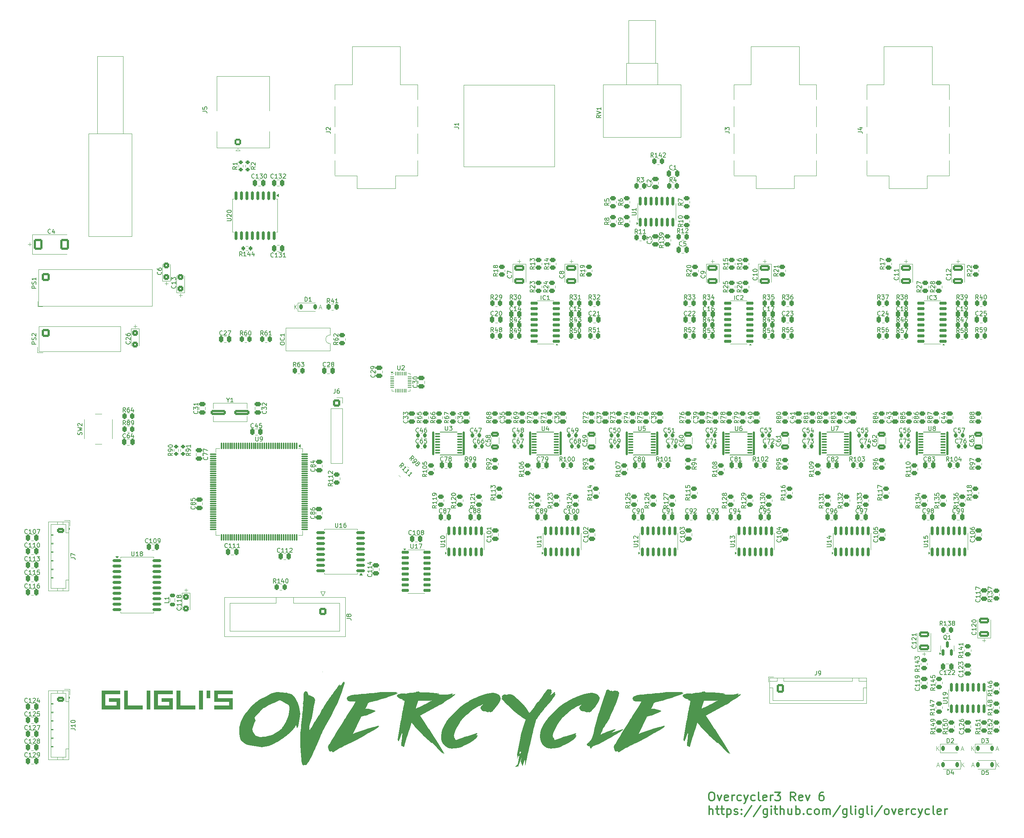
<source format=gbr>
%TF.GenerationSoftware,KiCad,Pcbnew,8.0.1*%
%TF.CreationDate,2024-06-26T16:09:36+02:00*%
%TF.ProjectId,overcycler3,6f766572-6379-4636-9c65-72332e6b6963,2*%
%TF.SameCoordinates,Original*%
%TF.FileFunction,Legend,Top*%
%TF.FilePolarity,Positive*%
%FSLAX46Y46*%
G04 Gerber Fmt 4.6, Leading zero omitted, Abs format (unit mm)*
G04 Created by KiCad (PCBNEW 8.0.1) date 2024-06-26 16:09:36*
%MOMM*%
%LPD*%
G01*
G04 APERTURE LIST*
G04 Aperture macros list*
%AMRoundRect*
0 Rectangle with rounded corners*
0 $1 Rounding radius*
0 $2 $3 $4 $5 $6 $7 $8 $9 X,Y pos of 4 corners*
0 Add a 4 corners polygon primitive as box body*
4,1,4,$2,$3,$4,$5,$6,$7,$8,$9,$2,$3,0*
0 Add four circle primitives for the rounded corners*
1,1,$1+$1,$2,$3*
1,1,$1+$1,$4,$5*
1,1,$1+$1,$6,$7*
1,1,$1+$1,$8,$9*
0 Add four rect primitives between the rounded corners*
20,1,$1+$1,$2,$3,$4,$5,0*
20,1,$1+$1,$4,$5,$6,$7,0*
20,1,$1+$1,$6,$7,$8,$9,0*
20,1,$1+$1,$8,$9,$2,$3,0*%
G04 Aperture macros list end*
%ADD10C,0.300000*%
%ADD11C,0.150000*%
%ADD12C,0.100000*%
%ADD13C,0.120000*%
%ADD14C,0.500000*%
%ADD15RoundRect,0.250000X0.475000X-0.250000X0.475000X0.250000X-0.475000X0.250000X-0.475000X-0.250000X0*%
%ADD16RoundRect,0.250000X-0.250000X-0.475000X0.250000X-0.475000X0.250000X0.475000X-0.250000X0.475000X0*%
%ADD17RoundRect,0.250000X0.262500X0.450000X-0.262500X0.450000X-0.262500X-0.450000X0.262500X-0.450000X0*%
%ADD18RoundRect,0.250000X0.450000X-0.262500X0.450000X0.262500X-0.450000X0.262500X-0.450000X-0.262500X0*%
%ADD19RoundRect,0.250000X-0.450000X0.262500X-0.450000X-0.262500X0.450000X-0.262500X0.450000X0.262500X0*%
%ADD20RoundRect,0.250000X0.250000X0.475000X-0.250000X0.475000X-0.250000X-0.475000X0.250000X-0.475000X0*%
%ADD21RoundRect,0.225000X0.225000X0.250000X-0.225000X0.250000X-0.225000X-0.250000X0.225000X-0.250000X0*%
%ADD22RoundRect,0.250000X-0.475000X0.250000X-0.475000X-0.250000X0.475000X-0.250000X0.475000X0.250000X0*%
%ADD23RoundRect,0.200000X0.275000X-0.200000X0.275000X0.200000X-0.275000X0.200000X-0.275000X-0.200000X0*%
%ADD24RoundRect,0.100000X0.500000X0.100000X-0.500000X0.100000X-0.500000X-0.100000X0.500000X-0.100000X0*%
%ADD25RoundRect,0.150000X0.150000X-0.825000X0.150000X0.825000X-0.150000X0.825000X-0.150000X-0.825000X0*%
%ADD26RoundRect,0.250000X-0.262500X-0.450000X0.262500X-0.450000X0.262500X0.450000X-0.262500X0.450000X0*%
%ADD27RoundRect,0.225000X-0.225000X-0.250000X0.225000X-0.250000X0.225000X0.250000X-0.225000X0.250000X0*%
%ADD28RoundRect,0.250000X-0.787500X-1.025000X0.787500X-1.025000X0.787500X1.025000X-0.787500X1.025000X0*%
%ADD29RoundRect,0.250000X-0.425000X0.450000X-0.425000X-0.450000X0.425000X-0.450000X0.425000X0.450000X0*%
%ADD30RoundRect,0.250000X0.503814X0.132583X0.132583X0.503814X-0.503814X-0.132583X-0.132583X-0.503814X0*%
%ADD31RoundRect,0.250000X0.650000X-0.325000X0.650000X0.325000X-0.650000X0.325000X-0.650000X-0.325000X0*%
%ADD32C,3.000000*%
%ADD33R,1.600000X1.600000*%
%ADD34O,1.600000X1.600000*%
%ADD35RoundRect,0.250000X-0.600000X-0.600000X0.600000X-0.600000X0.600000X0.600000X-0.600000X0.600000X0*%
%ADD36O,1.700000X1.700000*%
%ADD37C,8.000000*%
%ADD38RoundRect,0.250000X0.925000X-0.412500X0.925000X0.412500X-0.925000X0.412500X-0.925000X-0.412500X0*%
%ADD39RoundRect,0.150000X-0.150000X0.875000X-0.150000X-0.875000X0.150000X-0.875000X0.150000X0.875000X0*%
%ADD40RoundRect,0.250000X0.675000X-0.675000X0.675000X0.675000X-0.675000X0.675000X-0.675000X-0.675000X0*%
%ADD41C,1.850000*%
%ADD42RoundRect,0.150000X0.725000X0.150000X-0.725000X0.150000X-0.725000X-0.150000X0.725000X-0.150000X0*%
%ADD43RoundRect,0.250000X-0.925000X0.412500X-0.925000X-0.412500X0.925000X-0.412500X0.925000X0.412500X0*%
%ADD44RoundRect,0.250000X1.500000X0.350000X-1.500000X0.350000X-1.500000X-0.350000X1.500000X-0.350000X0*%
%ADD45RoundRect,0.250000X-0.600000X-0.725000X0.600000X-0.725000X0.600000X0.725000X-0.600000X0.725000X0*%
%ADD46O,1.700000X1.950000*%
%ADD47RoundRect,0.250000X-0.625000X0.350000X-0.625000X-0.350000X0.625000X-0.350000X0.625000X0.350000X0*%
%ADD48O,1.750000X1.200000*%
%ADD49RoundRect,0.225000X0.225000X0.375000X-0.225000X0.375000X-0.225000X-0.375000X0.225000X-0.375000X0*%
%ADD50RoundRect,0.150000X-0.875000X-0.150000X0.875000X-0.150000X0.875000X0.150000X-0.875000X0.150000X0*%
%ADD51RoundRect,0.150000X-0.725000X-0.150000X0.725000X-0.150000X0.725000X0.150000X-0.725000X0.150000X0*%
%ADD52C,2.000000*%
%ADD53RoundRect,0.150000X0.150000X-0.587500X0.150000X0.587500X-0.150000X0.587500X-0.150000X-0.587500X0*%
%ADD54C,1.700000*%
%ADD55RoundRect,0.250000X-0.600000X0.600000X-0.600000X-0.600000X0.600000X-0.600000X0.600000X0.600000X0*%
%ADD56C,3.500000*%
%ADD57RoundRect,0.150000X0.875000X0.150000X-0.875000X0.150000X-0.875000X-0.150000X0.875000X-0.150000X0*%
%ADD58RoundRect,0.075000X-0.075000X0.662500X-0.075000X-0.662500X0.075000X-0.662500X0.075000X0.662500X0*%
%ADD59RoundRect,0.075000X-0.662500X0.075000X-0.662500X-0.075000X0.662500X-0.075000X0.662500X0.075000X0*%
%ADD60RoundRect,0.200000X0.200000X0.275000X-0.200000X0.275000X-0.200000X-0.275000X0.200000X-0.275000X0*%
%ADD61RoundRect,0.225000X-0.225000X-0.375000X0.225000X-0.375000X0.225000X0.375000X-0.225000X0.375000X0*%
%ADD62RoundRect,0.250000X0.425000X-0.450000X0.425000X0.450000X-0.425000X0.450000X-0.425000X-0.450000X0*%
%ADD63RoundRect,0.250000X0.550000X0.550000X-0.550000X0.550000X-0.550000X-0.550000X0.550000X-0.550000X0*%
%ADD64C,1.600000*%
%ADD65C,4.000000*%
%ADD66RoundRect,0.218750X0.381250X-0.218750X0.381250X0.218750X-0.381250X0.218750X-0.381250X-0.218750X0*%
%ADD67RoundRect,0.050000X-0.387500X-0.050000X0.387500X-0.050000X0.387500X0.050000X-0.387500X0.050000X0*%
%ADD68RoundRect,0.050000X-0.050000X-0.387500X0.050000X-0.387500X0.050000X0.387500X-0.050000X0.387500X0*%
%ADD69R,2.600000X2.600000*%
%ADD70C,2.500000*%
G04 APERTURE END LIST*
D10*
X163894510Y-164119750D02*
X164275463Y-164119750D01*
X164275463Y-164119750D02*
X164465939Y-164214988D01*
X164465939Y-164214988D02*
X164656415Y-164405464D01*
X164656415Y-164405464D02*
X164751653Y-164786416D01*
X164751653Y-164786416D02*
X164751653Y-165453083D01*
X164751653Y-165453083D02*
X164656415Y-165834035D01*
X164656415Y-165834035D02*
X164465939Y-166024512D01*
X164465939Y-166024512D02*
X164275463Y-166119750D01*
X164275463Y-166119750D02*
X163894510Y-166119750D01*
X163894510Y-166119750D02*
X163704034Y-166024512D01*
X163704034Y-166024512D02*
X163513558Y-165834035D01*
X163513558Y-165834035D02*
X163418320Y-165453083D01*
X163418320Y-165453083D02*
X163418320Y-164786416D01*
X163418320Y-164786416D02*
X163513558Y-164405464D01*
X163513558Y-164405464D02*
X163704034Y-164214988D01*
X163704034Y-164214988D02*
X163894510Y-164119750D01*
X165418320Y-164786416D02*
X165894510Y-166119750D01*
X165894510Y-166119750D02*
X166370701Y-164786416D01*
X167894511Y-166024512D02*
X167704035Y-166119750D01*
X167704035Y-166119750D02*
X167323082Y-166119750D01*
X167323082Y-166119750D02*
X167132606Y-166024512D01*
X167132606Y-166024512D02*
X167037368Y-165834035D01*
X167037368Y-165834035D02*
X167037368Y-165072131D01*
X167037368Y-165072131D02*
X167132606Y-164881654D01*
X167132606Y-164881654D02*
X167323082Y-164786416D01*
X167323082Y-164786416D02*
X167704035Y-164786416D01*
X167704035Y-164786416D02*
X167894511Y-164881654D01*
X167894511Y-164881654D02*
X167989749Y-165072131D01*
X167989749Y-165072131D02*
X167989749Y-165262607D01*
X167989749Y-165262607D02*
X167037368Y-165453083D01*
X168846892Y-166119750D02*
X168846892Y-164786416D01*
X168846892Y-165167369D02*
X168942130Y-164976892D01*
X168942130Y-164976892D02*
X169037368Y-164881654D01*
X169037368Y-164881654D02*
X169227844Y-164786416D01*
X169227844Y-164786416D02*
X169418321Y-164786416D01*
X170942130Y-166024512D02*
X170751654Y-166119750D01*
X170751654Y-166119750D02*
X170370701Y-166119750D01*
X170370701Y-166119750D02*
X170180225Y-166024512D01*
X170180225Y-166024512D02*
X170084987Y-165929273D01*
X170084987Y-165929273D02*
X169989749Y-165738797D01*
X169989749Y-165738797D02*
X169989749Y-165167369D01*
X169989749Y-165167369D02*
X170084987Y-164976892D01*
X170084987Y-164976892D02*
X170180225Y-164881654D01*
X170180225Y-164881654D02*
X170370701Y-164786416D01*
X170370701Y-164786416D02*
X170751654Y-164786416D01*
X170751654Y-164786416D02*
X170942130Y-164881654D01*
X171608797Y-164786416D02*
X172084987Y-166119750D01*
X172561178Y-164786416D02*
X172084987Y-166119750D01*
X172084987Y-166119750D02*
X171894511Y-166595940D01*
X171894511Y-166595940D02*
X171799273Y-166691178D01*
X171799273Y-166691178D02*
X171608797Y-166786416D01*
X174180226Y-166024512D02*
X173989750Y-166119750D01*
X173989750Y-166119750D02*
X173608797Y-166119750D01*
X173608797Y-166119750D02*
X173418321Y-166024512D01*
X173418321Y-166024512D02*
X173323083Y-165929273D01*
X173323083Y-165929273D02*
X173227845Y-165738797D01*
X173227845Y-165738797D02*
X173227845Y-165167369D01*
X173227845Y-165167369D02*
X173323083Y-164976892D01*
X173323083Y-164976892D02*
X173418321Y-164881654D01*
X173418321Y-164881654D02*
X173608797Y-164786416D01*
X173608797Y-164786416D02*
X173989750Y-164786416D01*
X173989750Y-164786416D02*
X174180226Y-164881654D01*
X175323083Y-166119750D02*
X175132607Y-166024512D01*
X175132607Y-166024512D02*
X175037369Y-165834035D01*
X175037369Y-165834035D02*
X175037369Y-164119750D01*
X176846893Y-166024512D02*
X176656417Y-166119750D01*
X176656417Y-166119750D02*
X176275464Y-166119750D01*
X176275464Y-166119750D02*
X176084988Y-166024512D01*
X176084988Y-166024512D02*
X175989750Y-165834035D01*
X175989750Y-165834035D02*
X175989750Y-165072131D01*
X175989750Y-165072131D02*
X176084988Y-164881654D01*
X176084988Y-164881654D02*
X176275464Y-164786416D01*
X176275464Y-164786416D02*
X176656417Y-164786416D01*
X176656417Y-164786416D02*
X176846893Y-164881654D01*
X176846893Y-164881654D02*
X176942131Y-165072131D01*
X176942131Y-165072131D02*
X176942131Y-165262607D01*
X176942131Y-165262607D02*
X175989750Y-165453083D01*
X177799274Y-166119750D02*
X177799274Y-164786416D01*
X177799274Y-165167369D02*
X177894512Y-164976892D01*
X177894512Y-164976892D02*
X177989750Y-164881654D01*
X177989750Y-164881654D02*
X178180226Y-164786416D01*
X178180226Y-164786416D02*
X178370703Y-164786416D01*
X178846893Y-164119750D02*
X180084988Y-164119750D01*
X180084988Y-164119750D02*
X179418321Y-164881654D01*
X179418321Y-164881654D02*
X179704036Y-164881654D01*
X179704036Y-164881654D02*
X179894512Y-164976892D01*
X179894512Y-164976892D02*
X179989750Y-165072131D01*
X179989750Y-165072131D02*
X180084988Y-165262607D01*
X180084988Y-165262607D02*
X180084988Y-165738797D01*
X180084988Y-165738797D02*
X179989750Y-165929273D01*
X179989750Y-165929273D02*
X179894512Y-166024512D01*
X179894512Y-166024512D02*
X179704036Y-166119750D01*
X179704036Y-166119750D02*
X179132607Y-166119750D01*
X179132607Y-166119750D02*
X178942131Y-166024512D01*
X178942131Y-166024512D02*
X178846893Y-165929273D01*
X183608798Y-166119750D02*
X182942131Y-165167369D01*
X182465941Y-166119750D02*
X182465941Y-164119750D01*
X182465941Y-164119750D02*
X183227846Y-164119750D01*
X183227846Y-164119750D02*
X183418322Y-164214988D01*
X183418322Y-164214988D02*
X183513560Y-164310226D01*
X183513560Y-164310226D02*
X183608798Y-164500702D01*
X183608798Y-164500702D02*
X183608798Y-164786416D01*
X183608798Y-164786416D02*
X183513560Y-164976892D01*
X183513560Y-164976892D02*
X183418322Y-165072131D01*
X183418322Y-165072131D02*
X183227846Y-165167369D01*
X183227846Y-165167369D02*
X182465941Y-165167369D01*
X185227846Y-166024512D02*
X185037370Y-166119750D01*
X185037370Y-166119750D02*
X184656417Y-166119750D01*
X184656417Y-166119750D02*
X184465941Y-166024512D01*
X184465941Y-166024512D02*
X184370703Y-165834035D01*
X184370703Y-165834035D02*
X184370703Y-165072131D01*
X184370703Y-165072131D02*
X184465941Y-164881654D01*
X184465941Y-164881654D02*
X184656417Y-164786416D01*
X184656417Y-164786416D02*
X185037370Y-164786416D01*
X185037370Y-164786416D02*
X185227846Y-164881654D01*
X185227846Y-164881654D02*
X185323084Y-165072131D01*
X185323084Y-165072131D02*
X185323084Y-165262607D01*
X185323084Y-165262607D02*
X184370703Y-165453083D01*
X185989751Y-164786416D02*
X186465941Y-166119750D01*
X186465941Y-166119750D02*
X186942132Y-164786416D01*
X190084990Y-164119750D02*
X189704037Y-164119750D01*
X189704037Y-164119750D02*
X189513561Y-164214988D01*
X189513561Y-164214988D02*
X189418323Y-164310226D01*
X189418323Y-164310226D02*
X189227847Y-164595940D01*
X189227847Y-164595940D02*
X189132609Y-164976892D01*
X189132609Y-164976892D02*
X189132609Y-165738797D01*
X189132609Y-165738797D02*
X189227847Y-165929273D01*
X189227847Y-165929273D02*
X189323085Y-166024512D01*
X189323085Y-166024512D02*
X189513561Y-166119750D01*
X189513561Y-166119750D02*
X189894514Y-166119750D01*
X189894514Y-166119750D02*
X190084990Y-166024512D01*
X190084990Y-166024512D02*
X190180228Y-165929273D01*
X190180228Y-165929273D02*
X190275466Y-165738797D01*
X190275466Y-165738797D02*
X190275466Y-165262607D01*
X190275466Y-165262607D02*
X190180228Y-165072131D01*
X190180228Y-165072131D02*
X190084990Y-164976892D01*
X190084990Y-164976892D02*
X189894514Y-164881654D01*
X189894514Y-164881654D02*
X189513561Y-164881654D01*
X189513561Y-164881654D02*
X189323085Y-164976892D01*
X189323085Y-164976892D02*
X189227847Y-165072131D01*
X189227847Y-165072131D02*
X189132609Y-165262607D01*
X163513558Y-169339638D02*
X163513558Y-167339638D01*
X164370701Y-169339638D02*
X164370701Y-168292019D01*
X164370701Y-168292019D02*
X164275463Y-168101542D01*
X164275463Y-168101542D02*
X164084987Y-168006304D01*
X164084987Y-168006304D02*
X163799272Y-168006304D01*
X163799272Y-168006304D02*
X163608796Y-168101542D01*
X163608796Y-168101542D02*
X163513558Y-168196780D01*
X165037368Y-168006304D02*
X165799272Y-168006304D01*
X165323082Y-167339638D02*
X165323082Y-169053923D01*
X165323082Y-169053923D02*
X165418320Y-169244400D01*
X165418320Y-169244400D02*
X165608796Y-169339638D01*
X165608796Y-169339638D02*
X165799272Y-169339638D01*
X166180225Y-168006304D02*
X166942129Y-168006304D01*
X166465939Y-167339638D02*
X166465939Y-169053923D01*
X166465939Y-169053923D02*
X166561177Y-169244400D01*
X166561177Y-169244400D02*
X166751653Y-169339638D01*
X166751653Y-169339638D02*
X166942129Y-169339638D01*
X167608796Y-168006304D02*
X167608796Y-170006304D01*
X167608796Y-168101542D02*
X167799272Y-168006304D01*
X167799272Y-168006304D02*
X168180225Y-168006304D01*
X168180225Y-168006304D02*
X168370701Y-168101542D01*
X168370701Y-168101542D02*
X168465939Y-168196780D01*
X168465939Y-168196780D02*
X168561177Y-168387257D01*
X168561177Y-168387257D02*
X168561177Y-168958685D01*
X168561177Y-168958685D02*
X168465939Y-169149161D01*
X168465939Y-169149161D02*
X168370701Y-169244400D01*
X168370701Y-169244400D02*
X168180225Y-169339638D01*
X168180225Y-169339638D02*
X167799272Y-169339638D01*
X167799272Y-169339638D02*
X167608796Y-169244400D01*
X169323082Y-169244400D02*
X169513558Y-169339638D01*
X169513558Y-169339638D02*
X169894510Y-169339638D01*
X169894510Y-169339638D02*
X170084987Y-169244400D01*
X170084987Y-169244400D02*
X170180225Y-169053923D01*
X170180225Y-169053923D02*
X170180225Y-168958685D01*
X170180225Y-168958685D02*
X170084987Y-168768209D01*
X170084987Y-168768209D02*
X169894510Y-168672971D01*
X169894510Y-168672971D02*
X169608796Y-168672971D01*
X169608796Y-168672971D02*
X169418320Y-168577733D01*
X169418320Y-168577733D02*
X169323082Y-168387257D01*
X169323082Y-168387257D02*
X169323082Y-168292019D01*
X169323082Y-168292019D02*
X169418320Y-168101542D01*
X169418320Y-168101542D02*
X169608796Y-168006304D01*
X169608796Y-168006304D02*
X169894510Y-168006304D01*
X169894510Y-168006304D02*
X170084987Y-168101542D01*
X171037368Y-169149161D02*
X171132606Y-169244400D01*
X171132606Y-169244400D02*
X171037368Y-169339638D01*
X171037368Y-169339638D02*
X170942130Y-169244400D01*
X170942130Y-169244400D02*
X171037368Y-169149161D01*
X171037368Y-169149161D02*
X171037368Y-169339638D01*
X171037368Y-168101542D02*
X171132606Y-168196780D01*
X171132606Y-168196780D02*
X171037368Y-168292019D01*
X171037368Y-168292019D02*
X170942130Y-168196780D01*
X170942130Y-168196780D02*
X171037368Y-168101542D01*
X171037368Y-168101542D02*
X171037368Y-168292019D01*
X173418320Y-167244400D02*
X171704035Y-169815828D01*
X175513558Y-167244400D02*
X173799273Y-169815828D01*
X177037368Y-168006304D02*
X177037368Y-169625352D01*
X177037368Y-169625352D02*
X176942130Y-169815828D01*
X176942130Y-169815828D02*
X176846892Y-169911066D01*
X176846892Y-169911066D02*
X176656415Y-170006304D01*
X176656415Y-170006304D02*
X176370701Y-170006304D01*
X176370701Y-170006304D02*
X176180225Y-169911066D01*
X177037368Y-169244400D02*
X176846892Y-169339638D01*
X176846892Y-169339638D02*
X176465939Y-169339638D01*
X176465939Y-169339638D02*
X176275463Y-169244400D01*
X176275463Y-169244400D02*
X176180225Y-169149161D01*
X176180225Y-169149161D02*
X176084987Y-168958685D01*
X176084987Y-168958685D02*
X176084987Y-168387257D01*
X176084987Y-168387257D02*
X176180225Y-168196780D01*
X176180225Y-168196780D02*
X176275463Y-168101542D01*
X176275463Y-168101542D02*
X176465939Y-168006304D01*
X176465939Y-168006304D02*
X176846892Y-168006304D01*
X176846892Y-168006304D02*
X177037368Y-168101542D01*
X177989749Y-169339638D02*
X177989749Y-168006304D01*
X177989749Y-167339638D02*
X177894511Y-167434876D01*
X177894511Y-167434876D02*
X177989749Y-167530114D01*
X177989749Y-167530114D02*
X178084987Y-167434876D01*
X178084987Y-167434876D02*
X177989749Y-167339638D01*
X177989749Y-167339638D02*
X177989749Y-167530114D01*
X178656416Y-168006304D02*
X179418320Y-168006304D01*
X178942130Y-167339638D02*
X178942130Y-169053923D01*
X178942130Y-169053923D02*
X179037368Y-169244400D01*
X179037368Y-169244400D02*
X179227844Y-169339638D01*
X179227844Y-169339638D02*
X179418320Y-169339638D01*
X180084987Y-169339638D02*
X180084987Y-167339638D01*
X180942130Y-169339638D02*
X180942130Y-168292019D01*
X180942130Y-168292019D02*
X180846892Y-168101542D01*
X180846892Y-168101542D02*
X180656416Y-168006304D01*
X180656416Y-168006304D02*
X180370701Y-168006304D01*
X180370701Y-168006304D02*
X180180225Y-168101542D01*
X180180225Y-168101542D02*
X180084987Y-168196780D01*
X182751654Y-168006304D02*
X182751654Y-169339638D01*
X181894511Y-168006304D02*
X181894511Y-169053923D01*
X181894511Y-169053923D02*
X181989749Y-169244400D01*
X181989749Y-169244400D02*
X182180225Y-169339638D01*
X182180225Y-169339638D02*
X182465940Y-169339638D01*
X182465940Y-169339638D02*
X182656416Y-169244400D01*
X182656416Y-169244400D02*
X182751654Y-169149161D01*
X183704035Y-169339638D02*
X183704035Y-167339638D01*
X183704035Y-168101542D02*
X183894511Y-168006304D01*
X183894511Y-168006304D02*
X184275464Y-168006304D01*
X184275464Y-168006304D02*
X184465940Y-168101542D01*
X184465940Y-168101542D02*
X184561178Y-168196780D01*
X184561178Y-168196780D02*
X184656416Y-168387257D01*
X184656416Y-168387257D02*
X184656416Y-168958685D01*
X184656416Y-168958685D02*
X184561178Y-169149161D01*
X184561178Y-169149161D02*
X184465940Y-169244400D01*
X184465940Y-169244400D02*
X184275464Y-169339638D01*
X184275464Y-169339638D02*
X183894511Y-169339638D01*
X183894511Y-169339638D02*
X183704035Y-169244400D01*
X185513559Y-169149161D02*
X185608797Y-169244400D01*
X185608797Y-169244400D02*
X185513559Y-169339638D01*
X185513559Y-169339638D02*
X185418321Y-169244400D01*
X185418321Y-169244400D02*
X185513559Y-169149161D01*
X185513559Y-169149161D02*
X185513559Y-169339638D01*
X187323083Y-169244400D02*
X187132607Y-169339638D01*
X187132607Y-169339638D02*
X186751654Y-169339638D01*
X186751654Y-169339638D02*
X186561178Y-169244400D01*
X186561178Y-169244400D02*
X186465940Y-169149161D01*
X186465940Y-169149161D02*
X186370702Y-168958685D01*
X186370702Y-168958685D02*
X186370702Y-168387257D01*
X186370702Y-168387257D02*
X186465940Y-168196780D01*
X186465940Y-168196780D02*
X186561178Y-168101542D01*
X186561178Y-168101542D02*
X186751654Y-168006304D01*
X186751654Y-168006304D02*
X187132607Y-168006304D01*
X187132607Y-168006304D02*
X187323083Y-168101542D01*
X188465940Y-169339638D02*
X188275464Y-169244400D01*
X188275464Y-169244400D02*
X188180226Y-169149161D01*
X188180226Y-169149161D02*
X188084988Y-168958685D01*
X188084988Y-168958685D02*
X188084988Y-168387257D01*
X188084988Y-168387257D02*
X188180226Y-168196780D01*
X188180226Y-168196780D02*
X188275464Y-168101542D01*
X188275464Y-168101542D02*
X188465940Y-168006304D01*
X188465940Y-168006304D02*
X188751655Y-168006304D01*
X188751655Y-168006304D02*
X188942131Y-168101542D01*
X188942131Y-168101542D02*
X189037369Y-168196780D01*
X189037369Y-168196780D02*
X189132607Y-168387257D01*
X189132607Y-168387257D02*
X189132607Y-168958685D01*
X189132607Y-168958685D02*
X189037369Y-169149161D01*
X189037369Y-169149161D02*
X188942131Y-169244400D01*
X188942131Y-169244400D02*
X188751655Y-169339638D01*
X188751655Y-169339638D02*
X188465940Y-169339638D01*
X189989750Y-169339638D02*
X189989750Y-168006304D01*
X189989750Y-168196780D02*
X190084988Y-168101542D01*
X190084988Y-168101542D02*
X190275464Y-168006304D01*
X190275464Y-168006304D02*
X190561179Y-168006304D01*
X190561179Y-168006304D02*
X190751655Y-168101542D01*
X190751655Y-168101542D02*
X190846893Y-168292019D01*
X190846893Y-168292019D02*
X190846893Y-169339638D01*
X190846893Y-168292019D02*
X190942131Y-168101542D01*
X190942131Y-168101542D02*
X191132607Y-168006304D01*
X191132607Y-168006304D02*
X191418321Y-168006304D01*
X191418321Y-168006304D02*
X191608798Y-168101542D01*
X191608798Y-168101542D02*
X191704036Y-168292019D01*
X191704036Y-168292019D02*
X191704036Y-169339638D01*
X194084988Y-167244400D02*
X192370703Y-169815828D01*
X195608798Y-168006304D02*
X195608798Y-169625352D01*
X195608798Y-169625352D02*
X195513560Y-169815828D01*
X195513560Y-169815828D02*
X195418322Y-169911066D01*
X195418322Y-169911066D02*
X195227845Y-170006304D01*
X195227845Y-170006304D02*
X194942131Y-170006304D01*
X194942131Y-170006304D02*
X194751655Y-169911066D01*
X195608798Y-169244400D02*
X195418322Y-169339638D01*
X195418322Y-169339638D02*
X195037369Y-169339638D01*
X195037369Y-169339638D02*
X194846893Y-169244400D01*
X194846893Y-169244400D02*
X194751655Y-169149161D01*
X194751655Y-169149161D02*
X194656417Y-168958685D01*
X194656417Y-168958685D02*
X194656417Y-168387257D01*
X194656417Y-168387257D02*
X194751655Y-168196780D01*
X194751655Y-168196780D02*
X194846893Y-168101542D01*
X194846893Y-168101542D02*
X195037369Y-168006304D01*
X195037369Y-168006304D02*
X195418322Y-168006304D01*
X195418322Y-168006304D02*
X195608798Y-168101542D01*
X196846893Y-169339638D02*
X196656417Y-169244400D01*
X196656417Y-169244400D02*
X196561179Y-169053923D01*
X196561179Y-169053923D02*
X196561179Y-167339638D01*
X197608798Y-169339638D02*
X197608798Y-168006304D01*
X197608798Y-167339638D02*
X197513560Y-167434876D01*
X197513560Y-167434876D02*
X197608798Y-167530114D01*
X197608798Y-167530114D02*
X197704036Y-167434876D01*
X197704036Y-167434876D02*
X197608798Y-167339638D01*
X197608798Y-167339638D02*
X197608798Y-167530114D01*
X199418322Y-168006304D02*
X199418322Y-169625352D01*
X199418322Y-169625352D02*
X199323084Y-169815828D01*
X199323084Y-169815828D02*
X199227846Y-169911066D01*
X199227846Y-169911066D02*
X199037369Y-170006304D01*
X199037369Y-170006304D02*
X198751655Y-170006304D01*
X198751655Y-170006304D02*
X198561179Y-169911066D01*
X199418322Y-169244400D02*
X199227846Y-169339638D01*
X199227846Y-169339638D02*
X198846893Y-169339638D01*
X198846893Y-169339638D02*
X198656417Y-169244400D01*
X198656417Y-169244400D02*
X198561179Y-169149161D01*
X198561179Y-169149161D02*
X198465941Y-168958685D01*
X198465941Y-168958685D02*
X198465941Y-168387257D01*
X198465941Y-168387257D02*
X198561179Y-168196780D01*
X198561179Y-168196780D02*
X198656417Y-168101542D01*
X198656417Y-168101542D02*
X198846893Y-168006304D01*
X198846893Y-168006304D02*
X199227846Y-168006304D01*
X199227846Y-168006304D02*
X199418322Y-168101542D01*
X200656417Y-169339638D02*
X200465941Y-169244400D01*
X200465941Y-169244400D02*
X200370703Y-169053923D01*
X200370703Y-169053923D02*
X200370703Y-167339638D01*
X201418322Y-169339638D02*
X201418322Y-168006304D01*
X201418322Y-167339638D02*
X201323084Y-167434876D01*
X201323084Y-167434876D02*
X201418322Y-167530114D01*
X201418322Y-167530114D02*
X201513560Y-167434876D01*
X201513560Y-167434876D02*
X201418322Y-167339638D01*
X201418322Y-167339638D02*
X201418322Y-167530114D01*
X203799274Y-167244400D02*
X202084989Y-169815828D01*
X204751655Y-169339638D02*
X204561179Y-169244400D01*
X204561179Y-169244400D02*
X204465941Y-169149161D01*
X204465941Y-169149161D02*
X204370703Y-168958685D01*
X204370703Y-168958685D02*
X204370703Y-168387257D01*
X204370703Y-168387257D02*
X204465941Y-168196780D01*
X204465941Y-168196780D02*
X204561179Y-168101542D01*
X204561179Y-168101542D02*
X204751655Y-168006304D01*
X204751655Y-168006304D02*
X205037370Y-168006304D01*
X205037370Y-168006304D02*
X205227846Y-168101542D01*
X205227846Y-168101542D02*
X205323084Y-168196780D01*
X205323084Y-168196780D02*
X205418322Y-168387257D01*
X205418322Y-168387257D02*
X205418322Y-168958685D01*
X205418322Y-168958685D02*
X205323084Y-169149161D01*
X205323084Y-169149161D02*
X205227846Y-169244400D01*
X205227846Y-169244400D02*
X205037370Y-169339638D01*
X205037370Y-169339638D02*
X204751655Y-169339638D01*
X206084989Y-168006304D02*
X206561179Y-169339638D01*
X206561179Y-169339638D02*
X207037370Y-168006304D01*
X208561180Y-169244400D02*
X208370704Y-169339638D01*
X208370704Y-169339638D02*
X207989751Y-169339638D01*
X207989751Y-169339638D02*
X207799275Y-169244400D01*
X207799275Y-169244400D02*
X207704037Y-169053923D01*
X207704037Y-169053923D02*
X207704037Y-168292019D01*
X207704037Y-168292019D02*
X207799275Y-168101542D01*
X207799275Y-168101542D02*
X207989751Y-168006304D01*
X207989751Y-168006304D02*
X208370704Y-168006304D01*
X208370704Y-168006304D02*
X208561180Y-168101542D01*
X208561180Y-168101542D02*
X208656418Y-168292019D01*
X208656418Y-168292019D02*
X208656418Y-168482495D01*
X208656418Y-168482495D02*
X207704037Y-168672971D01*
X209513561Y-169339638D02*
X209513561Y-168006304D01*
X209513561Y-168387257D02*
X209608799Y-168196780D01*
X209608799Y-168196780D02*
X209704037Y-168101542D01*
X209704037Y-168101542D02*
X209894513Y-168006304D01*
X209894513Y-168006304D02*
X210084990Y-168006304D01*
X211608799Y-169244400D02*
X211418323Y-169339638D01*
X211418323Y-169339638D02*
X211037370Y-169339638D01*
X211037370Y-169339638D02*
X210846894Y-169244400D01*
X210846894Y-169244400D02*
X210751656Y-169149161D01*
X210751656Y-169149161D02*
X210656418Y-168958685D01*
X210656418Y-168958685D02*
X210656418Y-168387257D01*
X210656418Y-168387257D02*
X210751656Y-168196780D01*
X210751656Y-168196780D02*
X210846894Y-168101542D01*
X210846894Y-168101542D02*
X211037370Y-168006304D01*
X211037370Y-168006304D02*
X211418323Y-168006304D01*
X211418323Y-168006304D02*
X211608799Y-168101542D01*
X212275466Y-168006304D02*
X212751656Y-169339638D01*
X213227847Y-168006304D02*
X212751656Y-169339638D01*
X212751656Y-169339638D02*
X212561180Y-169815828D01*
X212561180Y-169815828D02*
X212465942Y-169911066D01*
X212465942Y-169911066D02*
X212275466Y-170006304D01*
X214846895Y-169244400D02*
X214656419Y-169339638D01*
X214656419Y-169339638D02*
X214275466Y-169339638D01*
X214275466Y-169339638D02*
X214084990Y-169244400D01*
X214084990Y-169244400D02*
X213989752Y-169149161D01*
X213989752Y-169149161D02*
X213894514Y-168958685D01*
X213894514Y-168958685D02*
X213894514Y-168387257D01*
X213894514Y-168387257D02*
X213989752Y-168196780D01*
X213989752Y-168196780D02*
X214084990Y-168101542D01*
X214084990Y-168101542D02*
X214275466Y-168006304D01*
X214275466Y-168006304D02*
X214656419Y-168006304D01*
X214656419Y-168006304D02*
X214846895Y-168101542D01*
X215989752Y-169339638D02*
X215799276Y-169244400D01*
X215799276Y-169244400D02*
X215704038Y-169053923D01*
X215704038Y-169053923D02*
X215704038Y-167339638D01*
X217513562Y-169244400D02*
X217323086Y-169339638D01*
X217323086Y-169339638D02*
X216942133Y-169339638D01*
X216942133Y-169339638D02*
X216751657Y-169244400D01*
X216751657Y-169244400D02*
X216656419Y-169053923D01*
X216656419Y-169053923D02*
X216656419Y-168292019D01*
X216656419Y-168292019D02*
X216751657Y-168101542D01*
X216751657Y-168101542D02*
X216942133Y-168006304D01*
X216942133Y-168006304D02*
X217323086Y-168006304D01*
X217323086Y-168006304D02*
X217513562Y-168101542D01*
X217513562Y-168101542D02*
X217608800Y-168292019D01*
X217608800Y-168292019D02*
X217608800Y-168482495D01*
X217608800Y-168482495D02*
X216656419Y-168672971D01*
X218465943Y-169339638D02*
X218465943Y-168006304D01*
X218465943Y-168387257D02*
X218561181Y-168196780D01*
X218561181Y-168196780D02*
X218656419Y-168101542D01*
X218656419Y-168101542D02*
X218846895Y-168006304D01*
X218846895Y-168006304D02*
X219037372Y-168006304D01*
D11*
G36*
X63563980Y-140833275D02*
G01*
X64056983Y-140891171D01*
X64592490Y-140985001D01*
X64844137Y-141038239D01*
X64844137Y-141011372D01*
X64797730Y-140908790D01*
X64844137Y-140908790D01*
X64936949Y-141011372D01*
X64983355Y-141011372D01*
X64983355Y-140977178D01*
X64936949Y-140847729D01*
X64983355Y-140847729D01*
X65393683Y-141140821D01*
X65664793Y-141106627D01*
X66140828Y-141302450D01*
X66542748Y-141617774D01*
X66878925Y-142008677D01*
X67078959Y-142305859D01*
X67325110Y-142789880D01*
X67538441Y-143263749D01*
X67718951Y-143727467D01*
X67898436Y-144292839D01*
X68026640Y-144842350D01*
X68103562Y-145375999D01*
X68129203Y-145893786D01*
X68086119Y-146448442D01*
X68009526Y-146968908D01*
X67916445Y-147494722D01*
X67822831Y-147975651D01*
X67712196Y-148510162D01*
X67584541Y-149098253D01*
X67496614Y-149098253D01*
X67496614Y-148836913D01*
X67450208Y-148836913D01*
X67398917Y-149159313D01*
X67310989Y-149159313D01*
X67223062Y-148519397D01*
X67176656Y-148519397D01*
X66924425Y-148969245D01*
X66570368Y-149416038D01*
X66178113Y-149831525D01*
X65800681Y-150192165D01*
X65366692Y-150577916D01*
X64876146Y-150988778D01*
X64609663Y-151203626D01*
X64211662Y-151510571D01*
X63802899Y-151801258D01*
X63383374Y-152075687D01*
X62953086Y-152333860D01*
X62512037Y-152575775D01*
X62060226Y-152801432D01*
X61597653Y-153010832D01*
X61124318Y-153203975D01*
X60640574Y-153348403D01*
X60147616Y-153479135D01*
X59626814Y-153587455D01*
X59197242Y-153628957D01*
X58692585Y-153586501D01*
X58178389Y-153506259D01*
X57632163Y-153404364D01*
X57102592Y-153296100D01*
X56630250Y-153194205D01*
X56087387Y-153136586D01*
X55563691Y-152963730D01*
X55130064Y-152723847D01*
X54710520Y-152399300D01*
X54305058Y-151990088D01*
X54129814Y-151525569D01*
X54004639Y-151045479D01*
X53929534Y-150549818D01*
X53904500Y-150038588D01*
X53924099Y-149522250D01*
X53939461Y-149388902D01*
X57030808Y-149388902D01*
X57112195Y-149898582D01*
X57327434Y-150380962D01*
X57636168Y-150830602D01*
X57719573Y-150932516D01*
X58220080Y-151117988D01*
X58719547Y-151256405D01*
X58965211Y-151284226D01*
X59515674Y-151217555D01*
X60010571Y-151146992D01*
X60551053Y-151053314D01*
X61085029Y-150932872D01*
X61549988Y-150781286D01*
X61813083Y-150641867D01*
X62319124Y-150353279D01*
X62757692Y-150092016D01*
X63211020Y-149803862D01*
X63615853Y-149514434D01*
X63963756Y-149143495D01*
X63972190Y-149098253D01*
X64268129Y-148664869D01*
X64534960Y-148229340D01*
X64772681Y-147791663D01*
X65044363Y-147204755D01*
X65264296Y-146614031D01*
X65432480Y-146019490D01*
X65548916Y-145421134D01*
X65613602Y-144818961D01*
X65628156Y-144364826D01*
X65518438Y-143875768D01*
X65347277Y-143751777D01*
X64870562Y-143444994D01*
X64450972Y-143190209D01*
X64022870Y-142953103D01*
X63534954Y-142737835D01*
X63283425Y-142686878D01*
X62733878Y-143009278D01*
X62238094Y-143194309D01*
X61747557Y-143398302D01*
X61262268Y-143621257D01*
X60782225Y-143863174D01*
X60307431Y-144124054D01*
X59837883Y-144403896D01*
X59651534Y-144521142D01*
X59230036Y-144850891D01*
X58882620Y-145209413D01*
X58779587Y-145456592D01*
X58325245Y-145746928D01*
X57975405Y-146139205D01*
X57663938Y-146541805D01*
X57492427Y-146777946D01*
X57692732Y-147235758D01*
X57719573Y-147452056D01*
X57521149Y-147917298D01*
X57327434Y-148396090D01*
X57144481Y-148899574D01*
X57030808Y-149388902D01*
X53939461Y-149388902D01*
X53982896Y-149011880D01*
X54080891Y-148507478D01*
X54218084Y-148009044D01*
X54394476Y-147516577D01*
X54610066Y-147030079D01*
X54864853Y-146549548D01*
X55158839Y-146074984D01*
X55492023Y-145606389D01*
X55864405Y-145143761D01*
X56134437Y-144838657D01*
X56454347Y-144425238D01*
X56851709Y-144000141D01*
X57242009Y-143636973D01*
X57686094Y-143265695D01*
X58080089Y-142962834D01*
X58508506Y-142654783D01*
X58735623Y-142498811D01*
X59264084Y-142227914D01*
X59707633Y-142002931D01*
X60185948Y-141765093D01*
X60632703Y-141562149D01*
X60650487Y-141558476D01*
X61049213Y-141242181D01*
X61547621Y-141066632D01*
X62052260Y-140927356D01*
X62245393Y-140879481D01*
X62744679Y-140812161D01*
X62838903Y-140811093D01*
X63066049Y-140811093D01*
X63563980Y-140833275D01*
G37*
G36*
X78216433Y-138307604D02*
G01*
X78311687Y-138319816D01*
X78141891Y-138781950D01*
X78133390Y-138818071D01*
X78126063Y-138874247D01*
X78167584Y-138879132D01*
X78375954Y-138430765D01*
X78387403Y-138388204D01*
X78475330Y-138410186D01*
X78475330Y-138498113D01*
X78509524Y-138852265D01*
X78338010Y-139375365D01*
X78173957Y-139869995D01*
X78017365Y-140336155D01*
X77796466Y-140982015D01*
X77592354Y-141563819D01*
X77405029Y-142081566D01*
X77181375Y-142672252D01*
X76987564Y-143149060D01*
X76752805Y-143650750D01*
X76660606Y-143805510D01*
X76417331Y-144279365D01*
X76161949Y-144772197D01*
X75894461Y-145284005D01*
X75614865Y-145814789D01*
X75323161Y-146364550D01*
X75019351Y-146933288D01*
X74703433Y-147521002D01*
X74375408Y-148127693D01*
X74035276Y-148753360D01*
X73683037Y-149398003D01*
X73441485Y-149838308D01*
X73233964Y-150323302D01*
X73033332Y-150790932D01*
X72839588Y-151241197D01*
X72561889Y-151884038D01*
X72299688Y-152487809D01*
X72052986Y-153052511D01*
X71821783Y-153578143D01*
X71606079Y-154064707D01*
X71405873Y-154512201D01*
X71163043Y-155048085D01*
X70947765Y-155514512D01*
X70680839Y-156015604D01*
X70434188Y-156461001D01*
X70164967Y-156921962D01*
X69887775Y-157358386D01*
X69589775Y-157759104D01*
X69438345Y-157785971D01*
X69308896Y-157712698D01*
X69206314Y-157800625D01*
X69152580Y-157793298D01*
X69023132Y-157717583D01*
X68954744Y-157847031D01*
X68942532Y-157930074D01*
X68854604Y-157915419D01*
X68881471Y-157751777D01*
X68881471Y-157744449D01*
X68795986Y-157683389D01*
X68752022Y-157678504D01*
X68730040Y-157807953D01*
X68644555Y-157793298D01*
X68429622Y-156845636D01*
X68381171Y-156301621D01*
X68337487Y-155772332D01*
X68298568Y-155257769D01*
X68264414Y-154757932D01*
X68226289Y-154114390D01*
X68196637Y-153497028D01*
X68175456Y-152905846D01*
X68162748Y-152340844D01*
X68158512Y-151802021D01*
X68162805Y-151282921D01*
X68175685Y-150791132D01*
X68202476Y-150237035D01*
X68241631Y-149722264D01*
X68302940Y-149171404D01*
X68334367Y-148951707D01*
X68309943Y-148868664D01*
X68322155Y-148724561D01*
X68356349Y-148705022D01*
X68356349Y-148568246D01*
X68441834Y-147974736D01*
X68417409Y-147830632D01*
X68461373Y-147837960D01*
X68432064Y-147776899D01*
X68441834Y-147696299D01*
X68517549Y-147464268D01*
X68485797Y-147373898D01*
X68527319Y-147381225D01*
X68498010Y-147320165D01*
X68524876Y-147300625D01*
X68541973Y-147300625D01*
X68505337Y-147237122D01*
X68517549Y-147156522D01*
X68576320Y-146662884D01*
X68585937Y-146426236D01*
X68585937Y-146228399D01*
X68610361Y-146208860D01*
X68632343Y-146208860D01*
X68632343Y-146194205D01*
X68610361Y-146037890D01*
X68667355Y-145536703D01*
X68722997Y-145002498D01*
X68770331Y-144471940D01*
X68803368Y-143936454D01*
X68808198Y-143710255D01*
X68752022Y-143329237D01*
X68901010Y-143268176D01*
X68881471Y-143124073D01*
X68923546Y-142613631D01*
X68938028Y-142094007D01*
X68940089Y-141758755D01*
X68940089Y-141255615D01*
X68986495Y-141260500D01*
X68952301Y-141199439D01*
X69124965Y-140737553D01*
X69328435Y-140627911D01*
X69328435Y-140632796D01*
X69369957Y-140659662D01*
X69494520Y-140579062D01*
X69528714Y-140579062D01*
X69575121Y-140586389D01*
X69555581Y-140715838D01*
X69753418Y-140666990D01*
X69794939Y-140674317D01*
X70083146Y-141548706D01*
X70412874Y-141575573D01*
X70412874Y-141602440D01*
X70508128Y-141587785D01*
X70554534Y-141602440D01*
X71007338Y-141837905D01*
X71309245Y-141944380D01*
X71569306Y-142369105D01*
X71597451Y-142645357D01*
X71570585Y-142979969D01*
X71521736Y-142972642D01*
X71563257Y-143036145D01*
X71514409Y-143302370D01*
X71480215Y-143321909D01*
X71468003Y-143321909D01*
X71502197Y-143382970D01*
X71502197Y-143409837D01*
X71468003Y-143431819D01*
X71446021Y-143431819D01*
X71487542Y-143492879D01*
X71480215Y-143519746D01*
X71446021Y-143539285D01*
X71433809Y-143539285D01*
X71433809Y-143546613D01*
X71472887Y-143573479D01*
X71389845Y-143751777D01*
X71045463Y-145881574D01*
X70977075Y-145981714D01*
X71025923Y-146015908D01*
X70942881Y-146201532D01*
X70840299Y-146841449D01*
X70806105Y-146863431D01*
X70786565Y-146863431D01*
X70832971Y-146897625D01*
X70764583Y-147027073D01*
X70715735Y-147320165D01*
X70681541Y-147339704D01*
X70659559Y-147339704D01*
X70701080Y-147373898D01*
X70526921Y-147881232D01*
X70365857Y-148356976D01*
X70254116Y-148712349D01*
X70254116Y-149816327D01*
X70302964Y-149823654D01*
X70545919Y-149360356D01*
X70833584Y-148879693D01*
X71143486Y-148375637D01*
X71422446Y-147927871D01*
X71741290Y-147420342D01*
X72100019Y-146853050D01*
X72498634Y-146225995D01*
X72640368Y-146003696D01*
X72916422Y-145474772D01*
X73195954Y-144960531D01*
X73478963Y-144460973D01*
X73765450Y-143976099D01*
X74055415Y-143505907D01*
X74348857Y-143050399D01*
X74645776Y-142609574D01*
X74946173Y-142183432D01*
X75250048Y-141771974D01*
X75557401Y-141375198D01*
X75764234Y-141118839D01*
X76054282Y-140693818D01*
X76375185Y-140250098D01*
X76674802Y-139854882D01*
X76997088Y-139445928D01*
X77342043Y-139023235D01*
X77383564Y-139030562D01*
X77376237Y-139084296D01*
X77048952Y-139636285D01*
X77048952Y-139665594D01*
X77090473Y-139670479D01*
X77466607Y-139125817D01*
X77559419Y-139140472D01*
X77532553Y-139274805D01*
X77466607Y-139404254D01*
X77473934Y-139404254D01*
X77807569Y-139017642D01*
X78075001Y-138564631D01*
X78216433Y-138307604D01*
G37*
G36*
X73380424Y-136028818D02*
G01*
X73380424Y-136084994D01*
X73353557Y-136084994D01*
X73353557Y-136028818D01*
X73380424Y-136028818D01*
G37*
G36*
X87097102Y-140811093D02*
G01*
X87593090Y-140811093D01*
X88194633Y-140811093D01*
X88727865Y-140811093D01*
X89298341Y-140811093D01*
X89842020Y-140811093D01*
X90369348Y-140811093D01*
X90406593Y-140811093D01*
X90768072Y-140894135D01*
X90768072Y-140984505D01*
X90509175Y-140984505D01*
X90509175Y-141033354D01*
X90824248Y-141033354D01*
X90824248Y-141121281D01*
X90285197Y-141357033D01*
X89748168Y-141564181D01*
X89283687Y-141730362D01*
X88766311Y-141905816D01*
X88196043Y-142090544D01*
X87572880Y-142284545D01*
X86896823Y-142487820D01*
X86416733Y-142628489D01*
X85913135Y-142773279D01*
X85386029Y-142922191D01*
X84835414Y-143075224D01*
X84329249Y-143123421D01*
X83949843Y-143433717D01*
X83946370Y-143483110D01*
X83739717Y-143942413D01*
X83497573Y-144417835D01*
X83360187Y-144682342D01*
X83416363Y-144682342D01*
X83731436Y-144640821D01*
X84048952Y-144640821D01*
X85629203Y-145082900D01*
X85629203Y-145129306D01*
X85573027Y-145212349D01*
X85675609Y-145212349D01*
X85675609Y-145302719D01*
X85175942Y-145532269D01*
X84633253Y-145776166D01*
X84181558Y-145972240D01*
X83702058Y-146166401D01*
X83308896Y-146282133D01*
X82779528Y-146320773D01*
X82340349Y-146543339D01*
X82305058Y-146677806D01*
X80480564Y-150497764D01*
X80534297Y-150497764D01*
X81072681Y-150269049D01*
X81607115Y-150066671D01*
X82068448Y-149903567D01*
X82581644Y-149730761D01*
X83146703Y-149548251D01*
X83763626Y-149356039D01*
X84432413Y-149154123D01*
X84907084Y-149014122D01*
X85404805Y-148869809D01*
X85925576Y-148721184D01*
X86469398Y-148568246D01*
X86469398Y-148656173D01*
X86203174Y-148785622D01*
X86469398Y-148744101D01*
X86515804Y-148744101D01*
X86515804Y-148785622D01*
X86112596Y-149133983D01*
X85634698Y-149457290D01*
X85205329Y-149716273D01*
X84702616Y-149998631D01*
X84247638Y-150241347D01*
X84002546Y-150368315D01*
X83468226Y-150711057D01*
X82942379Y-151035862D01*
X82425004Y-151342730D01*
X81916101Y-151631662D01*
X81415670Y-151902657D01*
X80923712Y-152155715D01*
X80440225Y-152390837D01*
X79965211Y-152608022D01*
X79468859Y-152837487D01*
X79001959Y-153057849D01*
X78425241Y-153337507D01*
X77900882Y-153600984D01*
X77428883Y-153848280D01*
X76912514Y-154134645D01*
X76477958Y-154395727D01*
X76189217Y-154586389D01*
X75771562Y-154845287D01*
X75717828Y-154845287D01*
X75505337Y-154586389D01*
X75033948Y-154674317D01*
X74786843Y-154230291D01*
X74665142Y-153792600D01*
X74562560Y-153663151D01*
X74809355Y-153171732D01*
X75083713Y-152686485D01*
X75452782Y-152058443D01*
X75751445Y-151560416D01*
X76092202Y-150998925D01*
X76475053Y-150373968D01*
X76899997Y-149685547D01*
X77367035Y-148933661D01*
X77876167Y-148118309D01*
X78146518Y-147686834D01*
X78427392Y-147239493D01*
X78718790Y-146776286D01*
X79020712Y-146297212D01*
X79333157Y-145802272D01*
X79656125Y-145291465D01*
X79989616Y-144764793D01*
X80333632Y-144222254D01*
X80688170Y-143663849D01*
X80926803Y-143200723D01*
X81049650Y-142999509D01*
X80846928Y-142999509D01*
X80690613Y-142999509D01*
X80170261Y-142999509D01*
X79701429Y-142999509D01*
X79240511Y-142830208D01*
X79178749Y-142765036D01*
X79178749Y-142650241D01*
X79281331Y-142650241D01*
X79022434Y-142474387D01*
X79022434Y-142435308D01*
X79022434Y-142217932D01*
X79276446Y-141827143D01*
X79749607Y-141609901D01*
X80221323Y-141470243D01*
X80377982Y-141436355D01*
X80902188Y-141397276D01*
X81436545Y-141348427D01*
X81956425Y-141298968D01*
X82578400Y-141238518D01*
X83302470Y-141167077D01*
X83841903Y-141113343D01*
X84426712Y-141054725D01*
X85056897Y-140991222D01*
X85732458Y-140922834D01*
X86453394Y-140849561D01*
X86830878Y-140811093D01*
X87097102Y-140811093D01*
G37*
G36*
X95985100Y-140732935D02*
G01*
X96090124Y-140862384D01*
X96500452Y-140830632D01*
X97036389Y-140848020D01*
X97530146Y-140872707D01*
X98025959Y-140900184D01*
X98611378Y-140934531D01*
X99109247Y-140964799D01*
X99657520Y-140998931D01*
X100256196Y-141036927D01*
X100466956Y-141050451D01*
X100466956Y-141123724D01*
X100105476Y-141123724D01*
X100105476Y-141157918D01*
X100515804Y-141157918D01*
X100515804Y-141226306D01*
X100366816Y-141304463D01*
X100854431Y-141343399D01*
X101366867Y-141366173D01*
X101854255Y-141372851D01*
X102423341Y-141372851D01*
X102938703Y-141259193D01*
X103435270Y-141126013D01*
X103708058Y-141050451D01*
X103502894Y-141157918D01*
X103502894Y-141192112D01*
X103556628Y-141192112D01*
X103866816Y-141123724D01*
X103502894Y-141441239D01*
X103605476Y-141441239D01*
X104076744Y-141261778D01*
X104277144Y-141226306D01*
X104174562Y-141372851D01*
X104325993Y-141372851D01*
X103906647Y-141728074D01*
X103438781Y-142050015D01*
X102939724Y-142379781D01*
X102492652Y-142669230D01*
X101983198Y-142994786D01*
X101411362Y-143356449D01*
X100995482Y-143617617D01*
X100777144Y-143754219D01*
X96087682Y-146272363D01*
X96611478Y-147057289D01*
X97101480Y-147792736D01*
X97557690Y-148478706D01*
X97980106Y-149115197D01*
X98368729Y-149702210D01*
X98723558Y-150239744D01*
X99044594Y-150727801D01*
X99331837Y-151166379D01*
X99699339Y-151731474D01*
X99990806Y-152185244D01*
X100261153Y-152617096D01*
X100413222Y-152893786D01*
X101751673Y-155182342D01*
X101443927Y-154833075D01*
X101395079Y-154833075D01*
X101395079Y-154867269D01*
X101600243Y-155250730D01*
X101183100Y-154938273D01*
X100806749Y-154571439D01*
X100415512Y-154153011D01*
X100041074Y-153730988D01*
X99795288Y-153445775D01*
X99452737Y-153096203D01*
X99091525Y-152720202D01*
X98756302Y-152358418D01*
X98710850Y-152307604D01*
X98662001Y-152307604D01*
X98662001Y-152341798D01*
X98813432Y-152612907D01*
X98764583Y-152612907D01*
X98353759Y-152285374D01*
X97956139Y-151925364D01*
X97538207Y-151531689D01*
X97147190Y-151155440D01*
X96705797Y-150724695D01*
X96341694Y-150365873D01*
X95945646Y-149984100D01*
X95568084Y-149598989D01*
X95209006Y-149210538D01*
X94868414Y-148818747D01*
X94546307Y-148423618D01*
X94242685Y-148025149D01*
X94126412Y-147864826D01*
X94080005Y-147864826D01*
X93949402Y-148386487D01*
X93807512Y-148865032D01*
X93614026Y-149495388D01*
X93435052Y-150067782D01*
X93227054Y-150725571D01*
X93072265Y-151211538D01*
X92904577Y-151735458D01*
X92723990Y-152297331D01*
X92530504Y-152897157D01*
X92428924Y-153211302D01*
X92375190Y-153550800D01*
X92272608Y-153550800D01*
X92223760Y-153550800D01*
X91962420Y-153379830D01*
X91913571Y-153379830D01*
X91913571Y-153482412D01*
X91859838Y-153482412D01*
X91708407Y-153243054D01*
X91738423Y-152739250D01*
X91788779Y-152166801D01*
X91839631Y-151637982D01*
X91889242Y-151142971D01*
X91946792Y-150583998D01*
X91962420Y-150434261D01*
X91962420Y-150331679D01*
X91913571Y-150331679D01*
X91743448Y-150796039D01*
X91547617Y-151281984D01*
X91362372Y-151733988D01*
X91139322Y-152273410D01*
X91139322Y-151855754D01*
X91139322Y-151821560D01*
X91105128Y-151821560D01*
X91036740Y-152205022D01*
X90934158Y-152205022D01*
X90934158Y-151992530D01*
X90885309Y-151855754D01*
X90957647Y-151368852D01*
X91033610Y-150872906D01*
X91113199Y-150367915D01*
X91196413Y-149853879D01*
X91283253Y-149330799D01*
X91373718Y-148798674D01*
X91467809Y-148257504D01*
X91565525Y-147707290D01*
X91666867Y-147148031D01*
X91771834Y-146579727D01*
X91880427Y-146002379D01*
X91992645Y-145415986D01*
X92108489Y-144820549D01*
X92142562Y-144648148D01*
X95052092Y-144648148D01*
X95551836Y-144441095D01*
X96047525Y-144215290D01*
X96495939Y-143999783D01*
X96990455Y-143753289D01*
X97531071Y-143475806D01*
X97966787Y-143247358D01*
X98428434Y-143001479D01*
X98916014Y-142738169D01*
X98409515Y-142784117D01*
X97912734Y-142813553D01*
X97365930Y-142832937D01*
X96857428Y-142841552D01*
X96498010Y-142843193D01*
X95723760Y-142843193D01*
X95489897Y-143294432D01*
X95323452Y-143775636D01*
X95149715Y-144325583D01*
X95052092Y-144648148D01*
X92142562Y-144648148D01*
X92227958Y-144216067D01*
X92351052Y-143602541D01*
X92477772Y-142979969D01*
X92428924Y-142843193D01*
X91973671Y-142641483D01*
X91962420Y-142628260D01*
X92018596Y-142489041D01*
X91517755Y-142413669D01*
X91068761Y-142156651D01*
X90753249Y-141764718D01*
X90726551Y-141717234D01*
X90726551Y-141592670D01*
X91036740Y-141216536D01*
X91139322Y-141248288D01*
X91617491Y-141129985D01*
X91810989Y-141123724D01*
X92317183Y-141123724D01*
X92531506Y-141123724D01*
X92736670Y-141123724D01*
X92736670Y-141157918D01*
X93243622Y-141004956D01*
X93791412Y-140933591D01*
X94301231Y-140902107D01*
X94790886Y-140890300D01*
X95003243Y-140889251D01*
X95210850Y-140654777D01*
X95257256Y-140654777D01*
X95416014Y-140708511D01*
X95677354Y-140576620D01*
X95985100Y-140732935D01*
G37*
G36*
X113108966Y-140967408D02*
G01*
X113597184Y-141034365D01*
X114081090Y-141211441D01*
X114549235Y-141465435D01*
X114657465Y-141534052D01*
X114601289Y-141614652D01*
X114601289Y-141656173D01*
X114828435Y-141780737D01*
X114772259Y-141902858D01*
X114943229Y-142024980D01*
X114828435Y-142181295D01*
X114943229Y-142222816D01*
X114793547Y-142716960D01*
X114530738Y-143224603D01*
X114216884Y-143706935D01*
X113903719Y-144131613D01*
X113535370Y-144590789D01*
X113111837Y-145084465D01*
X112879377Y-145344240D01*
X112476377Y-145507883D01*
X112359140Y-145507883D01*
X112244346Y-145385761D01*
X112188170Y-145385761D01*
X111956139Y-145549404D01*
X111499405Y-145344240D01*
X111443229Y-145261198D01*
X111328435Y-145302719D01*
X110871701Y-145302719D01*
X110468700Y-145104882D01*
X110126760Y-144491833D01*
X110297730Y-144091274D01*
X110673063Y-143745327D01*
X110754465Y-143639425D01*
X110698289Y-143639425D01*
X110208887Y-143869777D01*
X109749405Y-144108982D01*
X109319843Y-144357041D01*
X108920201Y-144613954D01*
X108462732Y-144863888D01*
X108005922Y-145210904D01*
X107620094Y-145524870D01*
X107169237Y-145904935D01*
X106788419Y-146233360D01*
X106371021Y-146598966D01*
X106223760Y-146729097D01*
X105869238Y-147201771D01*
X105544812Y-147658088D01*
X105250483Y-148098047D01*
X104986250Y-148521649D01*
X104680756Y-149061006D01*
X104428766Y-149571282D01*
X104230280Y-150052479D01*
X104057414Y-150613081D01*
X103993823Y-150927632D01*
X103993823Y-151054638D01*
X104111059Y-151135238D01*
X103993823Y-151218281D01*
X104271649Y-151647175D01*
X104335763Y-151867967D01*
X104452999Y-151909488D01*
X104974524Y-151777186D01*
X105456530Y-151611810D01*
X105987071Y-151417408D01*
X106511966Y-151218281D01*
X107026393Y-151100328D01*
X107542022Y-150962627D01*
X108058854Y-150805176D01*
X108576887Y-150627976D01*
X109096122Y-150431027D01*
X109269468Y-150360988D01*
X109323202Y-150360988D01*
X109152232Y-150517304D01*
X109205965Y-150517304D01*
X109376935Y-150441588D01*
X109440438Y-150441588D01*
X109169963Y-150869927D01*
X109152232Y-150888553D01*
X109376935Y-150805510D01*
X109376935Y-150847031D01*
X109205965Y-151052195D01*
X109269468Y-151052195D01*
X109494172Y-150930074D01*
X109555232Y-150930074D01*
X109306780Y-151353766D01*
X108907941Y-151780678D01*
X108480592Y-152124526D01*
X107956997Y-152470435D01*
X107501138Y-152731219D01*
X106991140Y-152993163D01*
X106427004Y-153256265D01*
X105808728Y-153520527D01*
X105366467Y-153697345D01*
X104885805Y-153826145D01*
X104396108Y-153901279D01*
X103852314Y-153937772D01*
X103593264Y-153941588D01*
X103068834Y-153898834D01*
X102596162Y-153770571D01*
X102097277Y-153503783D01*
X101672924Y-153113863D01*
X101376231Y-152694869D01*
X101131296Y-152190367D01*
X101033408Y-151710580D01*
X101014060Y-151293996D01*
X101014060Y-150974038D01*
X101059891Y-150379676D01*
X101197385Y-149766209D01*
X101426542Y-149133637D01*
X101747361Y-148481959D01*
X102012164Y-148036893D01*
X102317706Y-147583336D01*
X102663987Y-147121288D01*
X103051007Y-146650748D01*
X103478766Y-146171718D01*
X103947264Y-145684196D01*
X104456501Y-145188182D01*
X105006476Y-144683678D01*
X105597191Y-144170682D01*
X106228645Y-143649195D01*
X106736023Y-143326901D01*
X107239667Y-143024057D01*
X107739575Y-142740661D01*
X108235748Y-142476715D01*
X108728186Y-142232217D01*
X109216889Y-142007167D01*
X109701857Y-141801567D01*
X110183089Y-141615415D01*
X110660586Y-141448712D01*
X111134348Y-141301458D01*
X111448114Y-141214094D01*
X111948507Y-141106169D01*
X112443571Y-141021612D01*
X112951047Y-140971263D01*
X113108966Y-140967408D01*
G37*
G36*
X126026970Y-140088134D02*
G01*
X126185728Y-140183389D01*
X126227249Y-140183389D01*
X126232134Y-140122328D01*
X126273655Y-140122328D01*
X126437298Y-140156522D01*
X126610710Y-140122328D01*
X126610710Y-140156522D01*
X126767026Y-140347031D01*
X126767026Y-140412977D01*
X126786565Y-140574177D01*
X126698638Y-140666990D01*
X126801220Y-140828190D01*
X126605501Y-141286355D01*
X126508128Y-141497415D01*
X127436251Y-140806208D01*
X127477772Y-140806208D01*
X127477772Y-140837960D01*
X127238414Y-141099299D01*
X127238414Y-141133493D01*
X127553488Y-140901463D01*
X127592566Y-140901463D01*
X127538833Y-141065105D01*
X127531506Y-141099299D01*
X127724458Y-141262942D01*
X127435982Y-141749877D01*
X127129259Y-142218447D01*
X126804289Y-142668650D01*
X126461073Y-143100488D01*
X126099611Y-143513960D01*
X125719901Y-143909065D01*
X125562908Y-144061965D01*
X125251041Y-144443022D01*
X124941921Y-144830262D01*
X124635549Y-145223683D01*
X124331924Y-145623288D01*
X124031048Y-146029074D01*
X123732919Y-146441043D01*
X123437538Y-146859195D01*
X123144904Y-147283528D01*
X122998702Y-147765259D01*
X122856643Y-148289196D01*
X122686806Y-148952537D01*
X122558149Y-149472211D01*
X122417146Y-150053843D01*
X122263798Y-150697433D01*
X122098104Y-151402980D01*
X121920065Y-152170484D01*
X121729679Y-152999946D01*
X121526948Y-153891366D01*
X121311871Y-154844743D01*
X121199703Y-155344666D01*
X121084449Y-155860078D01*
X120966108Y-156390979D01*
X120844680Y-156937370D01*
X120720167Y-157499250D01*
X120592566Y-158076620D01*
X120592566Y-156357150D01*
X119942881Y-158035098D01*
X119588728Y-156943333D01*
X120257954Y-154698741D01*
X118914618Y-158384366D01*
X118978121Y-158057080D01*
X118983006Y-158049753D01*
X118978121Y-158049753D01*
X118499050Y-158190596D01*
X118325993Y-158247590D01*
X118892636Y-157558825D01*
X119254116Y-155675713D01*
X119342043Y-155218978D01*
X119334716Y-155177457D01*
X119082192Y-155632150D01*
X118978121Y-155866222D01*
X119635135Y-154808650D01*
X119442183Y-154569292D01*
X119515456Y-154276201D01*
X119515456Y-154249334D01*
X119473934Y-154249334D01*
X119183285Y-155353312D01*
X118726551Y-156357150D01*
X118792535Y-155858551D01*
X118794939Y-155756313D01*
X118733878Y-155321560D01*
X119451952Y-151506487D01*
X119548490Y-150975662D01*
X119680701Y-150458113D01*
X119824423Y-149961040D01*
X120001880Y-149390161D01*
X120157113Y-148913565D01*
X120331322Y-148395453D01*
X120524508Y-147835825D01*
X120736670Y-147234680D01*
X120301421Y-146949030D01*
X119883499Y-146664831D01*
X119482903Y-146382081D01*
X119006522Y-146030684D01*
X118557213Y-145681553D01*
X118134975Y-145334687D01*
X117739810Y-144990088D01*
X117301346Y-144563181D01*
X116901866Y-144172724D01*
X116541370Y-143818717D01*
X116121348Y-143403409D01*
X115770631Y-143052901D01*
X115374499Y-142648641D01*
X115072678Y-142315629D01*
X115072678Y-142281435D01*
X115209454Y-142186180D01*
X115121527Y-141905301D01*
X115121527Y-141858895D01*
X115449809Y-141491116D01*
X115473236Y-141436355D01*
X115693055Y-141380179D01*
X115658861Y-141331330D01*
X115798079Y-141262942D01*
X115868910Y-141331330D01*
X115868910Y-141358197D01*
X116044765Y-141358197D01*
X116137577Y-141262942D01*
X116137577Y-141331330D01*
X116205965Y-141460779D01*
X116245044Y-141460779D01*
X116379377Y-141358197D01*
X116591869Y-141392391D01*
X116599196Y-141297136D01*
X116726202Y-141297136D01*
X117148742Y-141262942D01*
X117336809Y-141385064D01*
X117424737Y-141358197D01*
X117512664Y-141358197D01*
X117936731Y-141627475D01*
X118340418Y-141964072D01*
X118774427Y-142347419D01*
X119185518Y-142721415D01*
X119653396Y-143155252D01*
X119779238Y-143273061D01*
X120165609Y-143671711D01*
X120526048Y-144090969D01*
X120860556Y-144530835D01*
X121169132Y-144991309D01*
X121451777Y-145472391D01*
X121540229Y-145637331D01*
X121669677Y-145637331D01*
X122026262Y-145200115D01*
X122340391Y-144795218D01*
X122661303Y-144352004D01*
X122958431Y-143893740D01*
X123196109Y-143447577D01*
X123218177Y-143397625D01*
X123594158Y-143065607D01*
X123772608Y-142975084D01*
X124078093Y-142530846D01*
X124357990Y-142125033D01*
X124691381Y-141643722D01*
X124979283Y-141230723D01*
X125275188Y-140810537D01*
X125570045Y-140401595D01*
X125711897Y-140217583D01*
X126026970Y-140088134D01*
G37*
G36*
X136165490Y-140967408D02*
G01*
X136653709Y-141034365D01*
X137137615Y-141211441D01*
X137605760Y-141465435D01*
X137713990Y-141534052D01*
X137657814Y-141614652D01*
X137657814Y-141656173D01*
X137884960Y-141780737D01*
X137828784Y-141902858D01*
X137999754Y-142024980D01*
X137884960Y-142181295D01*
X137999754Y-142222816D01*
X137850072Y-142716960D01*
X137587263Y-143224603D01*
X137273408Y-143706935D01*
X136960243Y-144131613D01*
X136591895Y-144590789D01*
X136168362Y-145084465D01*
X135935902Y-145344240D01*
X135532901Y-145507883D01*
X135415665Y-145507883D01*
X135300871Y-145385761D01*
X135244695Y-145385761D01*
X135012664Y-145549404D01*
X134555930Y-145344240D01*
X134499754Y-145261198D01*
X134384960Y-145302719D01*
X133928226Y-145302719D01*
X133525225Y-145104882D01*
X133183285Y-144491833D01*
X133354255Y-144091274D01*
X133729588Y-143745327D01*
X133810989Y-143639425D01*
X133754814Y-143639425D01*
X133265412Y-143869777D01*
X132805930Y-144108982D01*
X132376368Y-144357041D01*
X131976726Y-144613954D01*
X131519257Y-144863888D01*
X131062446Y-145210904D01*
X130676619Y-145524870D01*
X130225762Y-145904935D01*
X129844943Y-146233360D01*
X129427546Y-146598966D01*
X129280285Y-146729097D01*
X128925763Y-147201771D01*
X128601337Y-147658088D01*
X128307008Y-148098047D01*
X128042775Y-148521649D01*
X127737280Y-149061006D01*
X127485290Y-149571282D01*
X127286805Y-150052479D01*
X127113939Y-150613081D01*
X127050347Y-150927632D01*
X127050347Y-151054638D01*
X127167584Y-151135238D01*
X127050347Y-151218281D01*
X127328174Y-151647175D01*
X127392287Y-151867967D01*
X127509524Y-151909488D01*
X128031049Y-151777186D01*
X128513054Y-151611810D01*
X129043596Y-151417408D01*
X129568491Y-151218281D01*
X130082918Y-151100328D01*
X130598547Y-150962627D01*
X131115378Y-150805176D01*
X131633412Y-150627976D01*
X132152647Y-150431027D01*
X132325993Y-150360988D01*
X132379726Y-150360988D01*
X132208756Y-150517304D01*
X132262490Y-150517304D01*
X132433460Y-150441588D01*
X132496963Y-150441588D01*
X132226488Y-150869927D01*
X132208756Y-150888553D01*
X132433460Y-150805510D01*
X132433460Y-150847031D01*
X132262490Y-151052195D01*
X132325993Y-151052195D01*
X132550696Y-150930074D01*
X132611757Y-150930074D01*
X132363304Y-151353766D01*
X131964466Y-151780678D01*
X131537117Y-152124526D01*
X131013521Y-152470435D01*
X130557663Y-152731219D01*
X130047665Y-152993163D01*
X129483528Y-153256265D01*
X128865253Y-153520527D01*
X128422992Y-153697345D01*
X127942330Y-153826145D01*
X127452633Y-153901279D01*
X126908839Y-153937772D01*
X126649789Y-153941588D01*
X126125359Y-153898834D01*
X125652687Y-153770571D01*
X125153802Y-153503783D01*
X124729449Y-153113863D01*
X124432756Y-152694869D01*
X124187821Y-152190367D01*
X124089933Y-151710580D01*
X124070585Y-151293996D01*
X124070585Y-150974038D01*
X124116416Y-150379676D01*
X124253910Y-149766209D01*
X124483066Y-149133637D01*
X124803886Y-148481959D01*
X125068689Y-148036893D01*
X125374231Y-147583336D01*
X125720512Y-147121288D01*
X126107532Y-146650748D01*
X126535291Y-146171718D01*
X127003789Y-145684196D01*
X127513025Y-145188182D01*
X128063001Y-144683678D01*
X128653716Y-144170682D01*
X129285169Y-143649195D01*
X129792548Y-143326901D01*
X130296192Y-143024057D01*
X130796100Y-142740661D01*
X131292273Y-142476715D01*
X131784711Y-142232217D01*
X132273414Y-142007167D01*
X132758381Y-141801567D01*
X133239614Y-141615415D01*
X133717111Y-141448712D01*
X134190873Y-141301458D01*
X134504639Y-141214094D01*
X135005032Y-141106169D01*
X135500096Y-141021612D01*
X136007572Y-140971263D01*
X136165490Y-140967408D01*
G37*
G36*
X139868212Y-140220025D02*
G01*
X139956139Y-140220025D01*
X140397723Y-140430799D01*
X140456837Y-140481365D01*
X140588728Y-140481365D01*
X140669329Y-140420304D01*
X140752371Y-140420304D01*
X141006384Y-140605929D01*
X141382518Y-140420304D01*
X141472887Y-140420304D01*
X141636530Y-140420304D01*
X141849021Y-140542426D01*
X142100592Y-140447171D01*
X142431479Y-140811675D01*
X142476726Y-140911232D01*
X142476726Y-141028469D01*
X142391117Y-141573150D01*
X142238923Y-142099798D01*
X142074839Y-142580637D01*
X141867950Y-143135064D01*
X141618257Y-143763078D01*
X141428015Y-144222636D01*
X141218749Y-144714900D01*
X140990458Y-145239869D01*
X140743143Y-145797544D01*
X140476804Y-146387925D01*
X140191440Y-147011011D01*
X140041624Y-147334819D01*
X139696441Y-147850134D01*
X139397281Y-148306753D01*
X139088054Y-148794988D01*
X138811907Y-149259813D01*
X138591852Y-149709432D01*
X138568840Y-149813884D01*
X138354693Y-150259651D01*
X138192706Y-150639425D01*
X138234227Y-150639425D01*
X138686577Y-150428002D01*
X139165880Y-150224212D01*
X139672136Y-150028055D01*
X140205343Y-149839530D01*
X140765504Y-149658637D01*
X141352617Y-149485378D01*
X141595009Y-149418211D01*
X141421596Y-149540332D01*
X141470445Y-149540332D01*
X141675609Y-149476829D01*
X141675609Y-149506138D01*
X141275220Y-149845438D01*
X140867067Y-150139254D01*
X140539880Y-150368315D01*
X140588728Y-150368315D01*
X143358442Y-149418211D01*
X143145951Y-149569641D01*
X143187472Y-149569641D01*
X143399964Y-149508581D01*
X143399964Y-149542775D01*
X143024197Y-149865969D01*
X143023830Y-149877387D01*
X142455650Y-150225729D01*
X141912486Y-150555734D01*
X141394339Y-150867401D01*
X140901207Y-151160731D01*
X140433090Y-151435723D01*
X139989990Y-151692379D01*
X139372244Y-152042979D01*
X138810784Y-152352321D01*
X138305609Y-152620404D01*
X137856719Y-152847228D01*
X137345756Y-153085479D01*
X136934855Y-153250381D01*
X136462150Y-153429833D01*
X136093649Y-153755134D01*
X136060466Y-153804812D01*
X135889496Y-153941588D01*
X135677005Y-153577666D01*
X135677005Y-153367618D01*
X135347277Y-153428678D01*
X134973950Y-153103561D01*
X134973585Y-153094066D01*
X134973585Y-152876689D01*
X135355215Y-152554153D01*
X135598847Y-152390646D01*
X135877790Y-151962248D01*
X136021387Y-151838657D01*
X136229452Y-151337044D01*
X136400238Y-150816487D01*
X136538254Y-150309645D01*
X136668542Y-149746818D01*
X136771213Y-149235029D01*
X136883295Y-148645216D01*
X137047987Y-148037623D01*
X137219541Y-147452800D01*
X137432269Y-146757295D01*
X137596961Y-146232134D01*
X137779952Y-145657782D01*
X137981243Y-145034238D01*
X138200832Y-144361501D01*
X138438721Y-143639573D01*
X138694909Y-142868452D01*
X138969396Y-142048140D01*
X139113502Y-141619537D01*
X139296271Y-141156246D01*
X139476011Y-140635658D01*
X139575121Y-140342147D01*
X139868212Y-140220025D01*
G37*
G36*
X153726551Y-140811093D02*
G01*
X154222538Y-140811093D01*
X154824082Y-140811093D01*
X155357313Y-140811093D01*
X155927790Y-140811093D01*
X156471469Y-140811093D01*
X156998797Y-140811093D01*
X157036042Y-140811093D01*
X157397521Y-140894135D01*
X157397521Y-140984505D01*
X157138624Y-140984505D01*
X157138624Y-141033354D01*
X157453697Y-141033354D01*
X157453697Y-141121281D01*
X156914645Y-141357033D01*
X156377616Y-141564181D01*
X155913135Y-141730362D01*
X155395760Y-141905816D01*
X154825491Y-142090544D01*
X154202329Y-142284545D01*
X153526272Y-142487820D01*
X153046182Y-142628489D01*
X152542584Y-142773279D01*
X152015477Y-142922191D01*
X151464862Y-143075224D01*
X150958698Y-143123421D01*
X150579291Y-143433717D01*
X150575818Y-143483110D01*
X150369166Y-143942413D01*
X150127022Y-144417835D01*
X149989636Y-144682342D01*
X150045811Y-144682342D01*
X150360885Y-144640821D01*
X150678400Y-144640821D01*
X152258652Y-145082900D01*
X152258652Y-145129306D01*
X152202476Y-145212349D01*
X152305058Y-145212349D01*
X152305058Y-145302719D01*
X151805390Y-145532269D01*
X151262701Y-145776166D01*
X150811007Y-145972240D01*
X150331506Y-146166401D01*
X149938345Y-146282133D01*
X149408977Y-146320773D01*
X148969798Y-146543339D01*
X148934506Y-146677806D01*
X147110012Y-150497764D01*
X147163746Y-150497764D01*
X147702130Y-150269049D01*
X148236563Y-150066671D01*
X148697896Y-149903567D01*
X149211092Y-149730761D01*
X149776152Y-149548251D01*
X150393075Y-149356039D01*
X151061862Y-149154123D01*
X151536532Y-149014122D01*
X152034254Y-148869809D01*
X152555025Y-148721184D01*
X153098847Y-148568246D01*
X153098847Y-148656173D01*
X152832622Y-148785622D01*
X153098847Y-148744101D01*
X153145253Y-148744101D01*
X153145253Y-148785622D01*
X152742045Y-149133983D01*
X152264147Y-149457290D01*
X151834778Y-149716273D01*
X151332065Y-149998631D01*
X150877086Y-150241347D01*
X150631994Y-150368315D01*
X150097675Y-150711057D01*
X149571828Y-151035862D01*
X149054453Y-151342730D01*
X148545550Y-151631662D01*
X148045119Y-151902657D01*
X147553161Y-152155715D01*
X147069674Y-152390837D01*
X146594660Y-152608022D01*
X146098308Y-152837487D01*
X145631408Y-153057849D01*
X145054690Y-153337507D01*
X144530331Y-153600984D01*
X144058332Y-153848280D01*
X143541963Y-154134645D01*
X143107406Y-154395727D01*
X142818666Y-154586389D01*
X142401010Y-154845287D01*
X142347277Y-154845287D01*
X142134786Y-154586389D01*
X141663397Y-154674317D01*
X141416292Y-154230291D01*
X141294590Y-153792600D01*
X141192008Y-153663151D01*
X141438803Y-153171732D01*
X141713161Y-152686485D01*
X142082230Y-152058443D01*
X142380894Y-151560416D01*
X142721651Y-150998925D01*
X143104501Y-150373968D01*
X143529446Y-149685547D01*
X143996484Y-148933661D01*
X144505616Y-148118309D01*
X144775967Y-147686834D01*
X145056841Y-147239493D01*
X145348239Y-146776286D01*
X145650161Y-146297212D01*
X145962605Y-145802272D01*
X146285574Y-145291465D01*
X146619065Y-144764793D01*
X146963080Y-144222254D01*
X147317619Y-143663849D01*
X147556252Y-143200723D01*
X147679098Y-142999509D01*
X147476377Y-142999509D01*
X147320061Y-142999509D01*
X146799710Y-142999509D01*
X146330878Y-142999509D01*
X145869960Y-142830208D01*
X145808198Y-142765036D01*
X145808198Y-142650241D01*
X145910780Y-142650241D01*
X145651883Y-142474387D01*
X145651883Y-142435308D01*
X145651883Y-142217932D01*
X145905895Y-141827143D01*
X146379056Y-141609901D01*
X146850772Y-141470243D01*
X147007430Y-141436355D01*
X147531637Y-141397276D01*
X148065994Y-141348427D01*
X148585874Y-141298968D01*
X149207849Y-141238518D01*
X149931919Y-141167077D01*
X150471352Y-141113343D01*
X151056161Y-141054725D01*
X151686346Y-140991222D01*
X152361906Y-140922834D01*
X153082842Y-140849561D01*
X153460326Y-140811093D01*
X153726551Y-140811093D01*
G37*
G36*
X162614548Y-140732935D02*
G01*
X162719573Y-140862384D01*
X163129901Y-140830632D01*
X163665837Y-140848020D01*
X164159594Y-140872707D01*
X164655407Y-140900184D01*
X165240827Y-140934531D01*
X165738696Y-140964799D01*
X166286969Y-140998931D01*
X166885645Y-141036927D01*
X167096405Y-141050451D01*
X167096405Y-141123724D01*
X166734925Y-141123724D01*
X166734925Y-141157918D01*
X167145253Y-141157918D01*
X167145253Y-141226306D01*
X166996265Y-141304463D01*
X167483880Y-141343399D01*
X167996315Y-141366173D01*
X168483704Y-141372851D01*
X169052790Y-141372851D01*
X169568152Y-141259193D01*
X170064718Y-141126013D01*
X170337507Y-141050451D01*
X170132343Y-141157918D01*
X170132343Y-141192112D01*
X170186077Y-141192112D01*
X170496265Y-141123724D01*
X170132343Y-141441239D01*
X170234925Y-141441239D01*
X170706192Y-141261778D01*
X170906593Y-141226306D01*
X170804011Y-141372851D01*
X170955442Y-141372851D01*
X170536095Y-141728074D01*
X170068229Y-142050015D01*
X169569173Y-142379781D01*
X169122101Y-142669230D01*
X168612647Y-142994786D01*
X168040811Y-143356449D01*
X167624930Y-143617617D01*
X167406593Y-143754219D01*
X162717130Y-146272363D01*
X163240926Y-147057289D01*
X163730929Y-147792736D01*
X164187138Y-148478706D01*
X164609554Y-149115197D01*
X164998177Y-149702210D01*
X165353007Y-150239744D01*
X165674043Y-150727801D01*
X165961286Y-151166379D01*
X166328788Y-151731474D01*
X166620255Y-152185244D01*
X166890601Y-152617096D01*
X167042671Y-152893786D01*
X168381122Y-155182342D01*
X168073376Y-154833075D01*
X168024527Y-154833075D01*
X168024527Y-154867269D01*
X168229691Y-155250730D01*
X167812549Y-154938273D01*
X167436198Y-154571439D01*
X167044961Y-154153011D01*
X166670523Y-153730988D01*
X166424737Y-153445775D01*
X166082186Y-153096203D01*
X165720974Y-152720202D01*
X165385751Y-152358418D01*
X165340299Y-152307604D01*
X165291450Y-152307604D01*
X165291450Y-152341798D01*
X165442881Y-152612907D01*
X165394032Y-152612907D01*
X164983208Y-152285374D01*
X164585588Y-151925364D01*
X164167656Y-151531689D01*
X163776639Y-151155440D01*
X163335246Y-150724695D01*
X162971143Y-150365873D01*
X162575095Y-149984100D01*
X162197532Y-149598989D01*
X161838455Y-149210538D01*
X161497862Y-148818747D01*
X161175755Y-148423618D01*
X160872133Y-148025149D01*
X160755860Y-147864826D01*
X160709454Y-147864826D01*
X160578851Y-148386487D01*
X160436961Y-148865032D01*
X160243475Y-149495388D01*
X160064500Y-150067782D01*
X159856503Y-150725571D01*
X159701714Y-151211538D01*
X159534026Y-151735458D01*
X159353439Y-152297331D01*
X159159953Y-152897157D01*
X159058372Y-153211302D01*
X159004639Y-153550800D01*
X158902057Y-153550800D01*
X158853209Y-153550800D01*
X158591869Y-153379830D01*
X158543020Y-153379830D01*
X158543020Y-153482412D01*
X158489287Y-153482412D01*
X158337856Y-153243054D01*
X158367871Y-152739250D01*
X158418227Y-152166801D01*
X158469079Y-151637982D01*
X158518691Y-151142971D01*
X158576241Y-150583998D01*
X158591869Y-150434261D01*
X158591869Y-150331679D01*
X158543020Y-150331679D01*
X158372897Y-150796039D01*
X158177066Y-151281984D01*
X157991821Y-151733988D01*
X157768770Y-152273410D01*
X157768770Y-151855754D01*
X157768770Y-151821560D01*
X157734576Y-151821560D01*
X157666188Y-152205022D01*
X157563606Y-152205022D01*
X157563606Y-151992530D01*
X157514758Y-151855754D01*
X157587096Y-151368852D01*
X157663059Y-150872906D01*
X157742648Y-150367915D01*
X157825862Y-149853879D01*
X157912702Y-149330799D01*
X158003167Y-148798674D01*
X158097258Y-148257504D01*
X158194974Y-147707290D01*
X158296316Y-147148031D01*
X158401283Y-146579727D01*
X158509876Y-146002379D01*
X158622094Y-145415986D01*
X158737937Y-144820549D01*
X158772010Y-144648148D01*
X161681541Y-144648148D01*
X162181284Y-144441095D01*
X162676973Y-144215290D01*
X163125388Y-143999783D01*
X163619903Y-143753289D01*
X164160520Y-143475806D01*
X164596236Y-143247358D01*
X165057883Y-143001479D01*
X165545463Y-142738169D01*
X165038964Y-142784117D01*
X164542183Y-142813553D01*
X163995379Y-142832937D01*
X163486877Y-142841552D01*
X163127458Y-142843193D01*
X162353209Y-142843193D01*
X162119346Y-143294432D01*
X161952901Y-143775636D01*
X161779164Y-144325583D01*
X161681541Y-144648148D01*
X158772010Y-144648148D01*
X158857406Y-144216067D01*
X158980501Y-143602541D01*
X159107221Y-142979969D01*
X159058372Y-142843193D01*
X158603120Y-142641483D01*
X158591869Y-142628260D01*
X158648045Y-142489041D01*
X158147204Y-142413669D01*
X157698209Y-142156651D01*
X157382697Y-141764718D01*
X157356000Y-141717234D01*
X157356000Y-141592670D01*
X157666188Y-141216536D01*
X157768770Y-141248288D01*
X158246940Y-141129985D01*
X158440438Y-141123724D01*
X158946631Y-141123724D01*
X159160954Y-141123724D01*
X159366118Y-141123724D01*
X159366118Y-141157918D01*
X159873070Y-141004956D01*
X160420861Y-140933591D01*
X160930680Y-140902107D01*
X161420334Y-140890300D01*
X161632692Y-140889251D01*
X161840299Y-140654777D01*
X161886705Y-140654777D01*
X162045463Y-140708511D01*
X162306802Y-140576620D01*
X162614548Y-140732935D01*
G37*
G36*
X21837000Y-144812250D02*
G01*
X26211389Y-144812250D01*
X26211389Y-142187860D01*
X23587000Y-142187860D01*
X23587000Y-143062250D01*
X25337000Y-143062250D01*
X25337000Y-143937860D01*
X22711389Y-143937860D01*
X22711389Y-141312250D01*
X26211389Y-141312250D01*
X26211389Y-140437860D01*
X21837000Y-140437860D01*
X21837000Y-144812250D01*
G37*
G36*
X27083336Y-144812250D02*
G01*
X31457725Y-144812250D01*
X31457725Y-143937860D01*
X27957725Y-143937860D01*
X27957725Y-140437860D01*
X27083336Y-140437860D01*
X27083336Y-144812250D01*
G37*
G36*
X32329672Y-144812250D02*
G01*
X33204062Y-144812250D01*
X33204062Y-140437860D01*
X32329672Y-140437860D01*
X32329672Y-144812250D01*
G37*
G36*
X34078451Y-144812250D02*
G01*
X38452840Y-144812250D01*
X38452840Y-142187860D01*
X35828451Y-142187860D01*
X35828451Y-143062250D01*
X37578451Y-143062250D01*
X37578451Y-143937860D01*
X34952840Y-143937860D01*
X34952840Y-141312250D01*
X38452840Y-141312250D01*
X38452840Y-140437860D01*
X34078451Y-140437860D01*
X34078451Y-144812250D01*
G37*
G36*
X39324787Y-144812250D02*
G01*
X43699177Y-144812250D01*
X43699177Y-143937860D01*
X40199177Y-143937860D01*
X40199177Y-140437860D01*
X39324787Y-140437860D01*
X39324787Y-144812250D01*
G37*
G36*
X44571124Y-144812250D02*
G01*
X45445513Y-144812250D01*
X45445513Y-140437860D01*
X44571124Y-140437860D01*
X44571124Y-144812250D01*
G37*
G36*
X46319903Y-142187860D02*
G01*
X47194292Y-142187860D01*
X47194292Y-140437860D01*
X46319903Y-140437860D01*
X46319903Y-142187860D01*
G37*
G36*
X48068681Y-144812250D02*
G01*
X52443071Y-144812250D01*
X52443071Y-142187860D01*
X48943071Y-142187860D01*
X48943071Y-141312250D01*
X52443071Y-141312250D01*
X52443071Y-140437860D01*
X48068681Y-140437860D01*
X48068681Y-143062250D01*
X51568681Y-143062250D01*
X51568681Y-143937860D01*
X48068681Y-143937860D01*
X48068681Y-144812250D01*
G37*
X157642080Y-105188797D02*
X157689700Y-105236416D01*
X157689700Y-105236416D02*
X157737319Y-105379273D01*
X157737319Y-105379273D02*
X157737319Y-105474511D01*
X157737319Y-105474511D02*
X157689700Y-105617368D01*
X157689700Y-105617368D02*
X157594461Y-105712606D01*
X157594461Y-105712606D02*
X157499223Y-105760225D01*
X157499223Y-105760225D02*
X157308747Y-105807844D01*
X157308747Y-105807844D02*
X157165890Y-105807844D01*
X157165890Y-105807844D02*
X156975414Y-105760225D01*
X156975414Y-105760225D02*
X156880176Y-105712606D01*
X156880176Y-105712606D02*
X156784938Y-105617368D01*
X156784938Y-105617368D02*
X156737319Y-105474511D01*
X156737319Y-105474511D02*
X156737319Y-105379273D01*
X156737319Y-105379273D02*
X156784938Y-105236416D01*
X156784938Y-105236416D02*
X156832557Y-105188797D01*
X157737319Y-104236416D02*
X157737319Y-104807844D01*
X157737319Y-104522130D02*
X156737319Y-104522130D01*
X156737319Y-104522130D02*
X156880176Y-104617368D01*
X156880176Y-104617368D02*
X156975414Y-104712606D01*
X156975414Y-104712606D02*
X157023033Y-104807844D01*
X156737319Y-103617368D02*
X156737319Y-103522130D01*
X156737319Y-103522130D02*
X156784938Y-103426892D01*
X156784938Y-103426892D02*
X156832557Y-103379273D01*
X156832557Y-103379273D02*
X156927795Y-103331654D01*
X156927795Y-103331654D02*
X157118271Y-103284035D01*
X157118271Y-103284035D02*
X157356366Y-103284035D01*
X157356366Y-103284035D02*
X157546842Y-103331654D01*
X157546842Y-103331654D02*
X157642080Y-103379273D01*
X157642080Y-103379273D02*
X157689700Y-103426892D01*
X157689700Y-103426892D02*
X157737319Y-103522130D01*
X157737319Y-103522130D02*
X157737319Y-103617368D01*
X157737319Y-103617368D02*
X157689700Y-103712606D01*
X157689700Y-103712606D02*
X157642080Y-103760225D01*
X157642080Y-103760225D02*
X157546842Y-103807844D01*
X157546842Y-103807844D02*
X157356366Y-103855463D01*
X157356366Y-103855463D02*
X157118271Y-103855463D01*
X157118271Y-103855463D02*
X156927795Y-103807844D01*
X156927795Y-103807844D02*
X156832557Y-103760225D01*
X156832557Y-103760225D02*
X156784938Y-103712606D01*
X156784938Y-103712606D02*
X156737319Y-103617368D01*
X156737319Y-102950701D02*
X156737319Y-102331654D01*
X156737319Y-102331654D02*
X157118271Y-102664987D01*
X157118271Y-102664987D02*
X157118271Y-102522130D01*
X157118271Y-102522130D02*
X157165890Y-102426892D01*
X157165890Y-102426892D02*
X157213509Y-102379273D01*
X157213509Y-102379273D02*
X157308747Y-102331654D01*
X157308747Y-102331654D02*
X157546842Y-102331654D01*
X157546842Y-102331654D02*
X157642080Y-102379273D01*
X157642080Y-102379273D02*
X157689700Y-102426892D01*
X157689700Y-102426892D02*
X157737319Y-102522130D01*
X157737319Y-102522130D02*
X157737319Y-102807844D01*
X157737319Y-102807844D02*
X157689700Y-102903082D01*
X157689700Y-102903082D02*
X157642080Y-102950701D01*
X63420452Y-108112330D02*
X63372833Y-108159950D01*
X63372833Y-108159950D02*
X63229976Y-108207569D01*
X63229976Y-108207569D02*
X63134738Y-108207569D01*
X63134738Y-108207569D02*
X62991881Y-108159950D01*
X62991881Y-108159950D02*
X62896643Y-108064711D01*
X62896643Y-108064711D02*
X62849024Y-107969473D01*
X62849024Y-107969473D02*
X62801405Y-107778997D01*
X62801405Y-107778997D02*
X62801405Y-107636140D01*
X62801405Y-107636140D02*
X62849024Y-107445664D01*
X62849024Y-107445664D02*
X62896643Y-107350426D01*
X62896643Y-107350426D02*
X62991881Y-107255188D01*
X62991881Y-107255188D02*
X63134738Y-107207569D01*
X63134738Y-107207569D02*
X63229976Y-107207569D01*
X63229976Y-107207569D02*
X63372833Y-107255188D01*
X63372833Y-107255188D02*
X63420452Y-107302807D01*
X64372833Y-108207569D02*
X63801405Y-108207569D01*
X64087119Y-108207569D02*
X64087119Y-107207569D01*
X64087119Y-107207569D02*
X63991881Y-107350426D01*
X63991881Y-107350426D02*
X63896643Y-107445664D01*
X63896643Y-107445664D02*
X63801405Y-107493283D01*
X65325214Y-108207569D02*
X64753786Y-108207569D01*
X65039500Y-108207569D02*
X65039500Y-107207569D01*
X65039500Y-107207569D02*
X64944262Y-107350426D01*
X64944262Y-107350426D02*
X64849024Y-107445664D01*
X64849024Y-107445664D02*
X64753786Y-107493283D01*
X65706167Y-107302807D02*
X65753786Y-107255188D01*
X65753786Y-107255188D02*
X65849024Y-107207569D01*
X65849024Y-107207569D02*
X66087119Y-107207569D01*
X66087119Y-107207569D02*
X66182357Y-107255188D01*
X66182357Y-107255188D02*
X66229976Y-107302807D01*
X66229976Y-107302807D02*
X66277595Y-107398045D01*
X66277595Y-107398045D02*
X66277595Y-107493283D01*
X66277595Y-107493283D02*
X66229976Y-107636140D01*
X66229976Y-107636140D02*
X65658548Y-108207569D01*
X65658548Y-108207569D02*
X66277595Y-108207569D01*
X129242952Y-86935069D02*
X128909619Y-86458878D01*
X128671524Y-86935069D02*
X128671524Y-85935069D01*
X128671524Y-85935069D02*
X129052476Y-85935069D01*
X129052476Y-85935069D02*
X129147714Y-85982688D01*
X129147714Y-85982688D02*
X129195333Y-86030307D01*
X129195333Y-86030307D02*
X129242952Y-86125545D01*
X129242952Y-86125545D02*
X129242952Y-86268402D01*
X129242952Y-86268402D02*
X129195333Y-86363640D01*
X129195333Y-86363640D02*
X129147714Y-86411259D01*
X129147714Y-86411259D02*
X129052476Y-86458878D01*
X129052476Y-86458878D02*
X128671524Y-86458878D01*
X130195333Y-86935069D02*
X129623905Y-86935069D01*
X129909619Y-86935069D02*
X129909619Y-85935069D01*
X129909619Y-85935069D02*
X129814381Y-86077926D01*
X129814381Y-86077926D02*
X129719143Y-86173164D01*
X129719143Y-86173164D02*
X129623905Y-86220783D01*
X130814381Y-85935069D02*
X130909619Y-85935069D01*
X130909619Y-85935069D02*
X131004857Y-85982688D01*
X131004857Y-85982688D02*
X131052476Y-86030307D01*
X131052476Y-86030307D02*
X131100095Y-86125545D01*
X131100095Y-86125545D02*
X131147714Y-86316021D01*
X131147714Y-86316021D02*
X131147714Y-86554116D01*
X131147714Y-86554116D02*
X131100095Y-86744592D01*
X131100095Y-86744592D02*
X131052476Y-86839830D01*
X131052476Y-86839830D02*
X131004857Y-86887450D01*
X131004857Y-86887450D02*
X130909619Y-86935069D01*
X130909619Y-86935069D02*
X130814381Y-86935069D01*
X130814381Y-86935069D02*
X130719143Y-86887450D01*
X130719143Y-86887450D02*
X130671524Y-86839830D01*
X130671524Y-86839830D02*
X130623905Y-86744592D01*
X130623905Y-86744592D02*
X130576286Y-86554116D01*
X130576286Y-86554116D02*
X130576286Y-86316021D01*
X130576286Y-86316021D02*
X130623905Y-86125545D01*
X130623905Y-86125545D02*
X130671524Y-86030307D01*
X130671524Y-86030307D02*
X130719143Y-85982688D01*
X130719143Y-85982688D02*
X130814381Y-85935069D01*
X131766762Y-85935069D02*
X131862000Y-85935069D01*
X131862000Y-85935069D02*
X131957238Y-85982688D01*
X131957238Y-85982688D02*
X132004857Y-86030307D01*
X132004857Y-86030307D02*
X132052476Y-86125545D01*
X132052476Y-86125545D02*
X132100095Y-86316021D01*
X132100095Y-86316021D02*
X132100095Y-86554116D01*
X132100095Y-86554116D02*
X132052476Y-86744592D01*
X132052476Y-86744592D02*
X132004857Y-86839830D01*
X132004857Y-86839830D02*
X131957238Y-86887450D01*
X131957238Y-86887450D02*
X131862000Y-86935069D01*
X131862000Y-86935069D02*
X131766762Y-86935069D01*
X131766762Y-86935069D02*
X131671524Y-86887450D01*
X131671524Y-86887450D02*
X131623905Y-86839830D01*
X131623905Y-86839830D02*
X131576286Y-86744592D01*
X131576286Y-86744592D02*
X131528667Y-86554116D01*
X131528667Y-86554116D02*
X131528667Y-86316021D01*
X131528667Y-86316021D02*
X131576286Y-86125545D01*
X131576286Y-86125545D02*
X131623905Y-86030307D01*
X131623905Y-86030307D02*
X131671524Y-85982688D01*
X131671524Y-85982688D02*
X131766762Y-85935069D01*
X44211580Y-75250107D02*
X44259200Y-75297726D01*
X44259200Y-75297726D02*
X44306819Y-75440583D01*
X44306819Y-75440583D02*
X44306819Y-75535821D01*
X44306819Y-75535821D02*
X44259200Y-75678678D01*
X44259200Y-75678678D02*
X44163961Y-75773916D01*
X44163961Y-75773916D02*
X44068723Y-75821535D01*
X44068723Y-75821535D02*
X43878247Y-75869154D01*
X43878247Y-75869154D02*
X43735390Y-75869154D01*
X43735390Y-75869154D02*
X43544914Y-75821535D01*
X43544914Y-75821535D02*
X43449676Y-75773916D01*
X43449676Y-75773916D02*
X43354438Y-75678678D01*
X43354438Y-75678678D02*
X43306819Y-75535821D01*
X43306819Y-75535821D02*
X43306819Y-75440583D01*
X43306819Y-75440583D02*
X43354438Y-75297726D01*
X43354438Y-75297726D02*
X43402057Y-75250107D01*
X43306819Y-74916773D02*
X43306819Y-74297726D01*
X43306819Y-74297726D02*
X43687771Y-74631059D01*
X43687771Y-74631059D02*
X43687771Y-74488202D01*
X43687771Y-74488202D02*
X43735390Y-74392964D01*
X43735390Y-74392964D02*
X43783009Y-74345345D01*
X43783009Y-74345345D02*
X43878247Y-74297726D01*
X43878247Y-74297726D02*
X44116342Y-74297726D01*
X44116342Y-74297726D02*
X44211580Y-74345345D01*
X44211580Y-74345345D02*
X44259200Y-74392964D01*
X44259200Y-74392964D02*
X44306819Y-74488202D01*
X44306819Y-74488202D02*
X44306819Y-74773916D01*
X44306819Y-74773916D02*
X44259200Y-74869154D01*
X44259200Y-74869154D02*
X44211580Y-74916773D01*
X44306819Y-73345345D02*
X44306819Y-73916773D01*
X44306819Y-73631059D02*
X43306819Y-73631059D01*
X43306819Y-73631059D02*
X43449676Y-73726297D01*
X43449676Y-73726297D02*
X43544914Y-73821535D01*
X43544914Y-73821535D02*
X43592533Y-73916773D01*
X180219819Y-77407607D02*
X179743628Y-77740940D01*
X180219819Y-77979035D02*
X179219819Y-77979035D01*
X179219819Y-77979035D02*
X179219819Y-77598083D01*
X179219819Y-77598083D02*
X179267438Y-77502845D01*
X179267438Y-77502845D02*
X179315057Y-77455226D01*
X179315057Y-77455226D02*
X179410295Y-77407607D01*
X179410295Y-77407607D02*
X179553152Y-77407607D01*
X179553152Y-77407607D02*
X179648390Y-77455226D01*
X179648390Y-77455226D02*
X179696009Y-77502845D01*
X179696009Y-77502845D02*
X179743628Y-77598083D01*
X179743628Y-77598083D02*
X179743628Y-77979035D01*
X179648390Y-76836178D02*
X179600771Y-76931416D01*
X179600771Y-76931416D02*
X179553152Y-76979035D01*
X179553152Y-76979035D02*
X179457914Y-77026654D01*
X179457914Y-77026654D02*
X179410295Y-77026654D01*
X179410295Y-77026654D02*
X179315057Y-76979035D01*
X179315057Y-76979035D02*
X179267438Y-76931416D01*
X179267438Y-76931416D02*
X179219819Y-76836178D01*
X179219819Y-76836178D02*
X179219819Y-76645702D01*
X179219819Y-76645702D02*
X179267438Y-76550464D01*
X179267438Y-76550464D02*
X179315057Y-76502845D01*
X179315057Y-76502845D02*
X179410295Y-76455226D01*
X179410295Y-76455226D02*
X179457914Y-76455226D01*
X179457914Y-76455226D02*
X179553152Y-76502845D01*
X179553152Y-76502845D02*
X179600771Y-76550464D01*
X179600771Y-76550464D02*
X179648390Y-76645702D01*
X179648390Y-76645702D02*
X179648390Y-76836178D01*
X179648390Y-76836178D02*
X179696009Y-76931416D01*
X179696009Y-76931416D02*
X179743628Y-76979035D01*
X179743628Y-76979035D02*
X179838866Y-77026654D01*
X179838866Y-77026654D02*
X180029342Y-77026654D01*
X180029342Y-77026654D02*
X180124580Y-76979035D01*
X180124580Y-76979035D02*
X180172200Y-76931416D01*
X180172200Y-76931416D02*
X180219819Y-76836178D01*
X180219819Y-76836178D02*
X180219819Y-76645702D01*
X180219819Y-76645702D02*
X180172200Y-76550464D01*
X180172200Y-76550464D02*
X180124580Y-76502845D01*
X180124580Y-76502845D02*
X180029342Y-76455226D01*
X180029342Y-76455226D02*
X179838866Y-76455226D01*
X179838866Y-76455226D02*
X179743628Y-76502845D01*
X179743628Y-76502845D02*
X179696009Y-76550464D01*
X179696009Y-76550464D02*
X179648390Y-76645702D01*
X179219819Y-75836178D02*
X179219819Y-75740940D01*
X179219819Y-75740940D02*
X179267438Y-75645702D01*
X179267438Y-75645702D02*
X179315057Y-75598083D01*
X179315057Y-75598083D02*
X179410295Y-75550464D01*
X179410295Y-75550464D02*
X179600771Y-75502845D01*
X179600771Y-75502845D02*
X179838866Y-75502845D01*
X179838866Y-75502845D02*
X180029342Y-75550464D01*
X180029342Y-75550464D02*
X180124580Y-75598083D01*
X180124580Y-75598083D02*
X180172200Y-75645702D01*
X180172200Y-75645702D02*
X180219819Y-75740940D01*
X180219819Y-75740940D02*
X180219819Y-75836178D01*
X180219819Y-75836178D02*
X180172200Y-75931416D01*
X180172200Y-75931416D02*
X180124580Y-75979035D01*
X180124580Y-75979035D02*
X180029342Y-76026654D01*
X180029342Y-76026654D02*
X179838866Y-76074273D01*
X179838866Y-76074273D02*
X179600771Y-76074273D01*
X179600771Y-76074273D02*
X179410295Y-76026654D01*
X179410295Y-76026654D02*
X179315057Y-75979035D01*
X179315057Y-75979035D02*
X179267438Y-75931416D01*
X179267438Y-75931416D02*
X179219819Y-75836178D01*
X122117319Y-77407607D02*
X121641128Y-77740940D01*
X122117319Y-77979035D02*
X121117319Y-77979035D01*
X121117319Y-77979035D02*
X121117319Y-77598083D01*
X121117319Y-77598083D02*
X121164938Y-77502845D01*
X121164938Y-77502845D02*
X121212557Y-77455226D01*
X121212557Y-77455226D02*
X121307795Y-77407607D01*
X121307795Y-77407607D02*
X121450652Y-77407607D01*
X121450652Y-77407607D02*
X121545890Y-77455226D01*
X121545890Y-77455226D02*
X121593509Y-77502845D01*
X121593509Y-77502845D02*
X121641128Y-77598083D01*
X121641128Y-77598083D02*
X121641128Y-77979035D01*
X121117319Y-77074273D02*
X121117319Y-76407607D01*
X121117319Y-76407607D02*
X122117319Y-76836178D01*
X121117319Y-75836178D02*
X121117319Y-75740940D01*
X121117319Y-75740940D02*
X121164938Y-75645702D01*
X121164938Y-75645702D02*
X121212557Y-75598083D01*
X121212557Y-75598083D02*
X121307795Y-75550464D01*
X121307795Y-75550464D02*
X121498271Y-75502845D01*
X121498271Y-75502845D02*
X121736366Y-75502845D01*
X121736366Y-75502845D02*
X121926842Y-75550464D01*
X121926842Y-75550464D02*
X122022080Y-75598083D01*
X122022080Y-75598083D02*
X122069700Y-75645702D01*
X122069700Y-75645702D02*
X122117319Y-75740940D01*
X122117319Y-75740940D02*
X122117319Y-75836178D01*
X122117319Y-75836178D02*
X122069700Y-75931416D01*
X122069700Y-75931416D02*
X122022080Y-75979035D01*
X122022080Y-75979035D02*
X121926842Y-76026654D01*
X121926842Y-76026654D02*
X121736366Y-76074273D01*
X121736366Y-76074273D02*
X121498271Y-76074273D01*
X121498271Y-76074273D02*
X121307795Y-76026654D01*
X121307795Y-76026654D02*
X121212557Y-75979035D01*
X121212557Y-75979035D02*
X121164938Y-75931416D01*
X121164938Y-75931416D02*
X121117319Y-75836178D01*
X123749142Y-98904830D02*
X123701523Y-98952450D01*
X123701523Y-98952450D02*
X123558666Y-99000069D01*
X123558666Y-99000069D02*
X123463428Y-99000069D01*
X123463428Y-99000069D02*
X123320571Y-98952450D01*
X123320571Y-98952450D02*
X123225333Y-98857211D01*
X123225333Y-98857211D02*
X123177714Y-98761973D01*
X123177714Y-98761973D02*
X123130095Y-98571497D01*
X123130095Y-98571497D02*
X123130095Y-98428640D01*
X123130095Y-98428640D02*
X123177714Y-98238164D01*
X123177714Y-98238164D02*
X123225333Y-98142926D01*
X123225333Y-98142926D02*
X123320571Y-98047688D01*
X123320571Y-98047688D02*
X123463428Y-98000069D01*
X123463428Y-98000069D02*
X123558666Y-98000069D01*
X123558666Y-98000069D02*
X123701523Y-98047688D01*
X123701523Y-98047688D02*
X123749142Y-98095307D01*
X124320571Y-98428640D02*
X124225333Y-98381021D01*
X124225333Y-98381021D02*
X124177714Y-98333402D01*
X124177714Y-98333402D02*
X124130095Y-98238164D01*
X124130095Y-98238164D02*
X124130095Y-98190545D01*
X124130095Y-98190545D02*
X124177714Y-98095307D01*
X124177714Y-98095307D02*
X124225333Y-98047688D01*
X124225333Y-98047688D02*
X124320571Y-98000069D01*
X124320571Y-98000069D02*
X124511047Y-98000069D01*
X124511047Y-98000069D02*
X124606285Y-98047688D01*
X124606285Y-98047688D02*
X124653904Y-98095307D01*
X124653904Y-98095307D02*
X124701523Y-98190545D01*
X124701523Y-98190545D02*
X124701523Y-98238164D01*
X124701523Y-98238164D02*
X124653904Y-98333402D01*
X124653904Y-98333402D02*
X124606285Y-98381021D01*
X124606285Y-98381021D02*
X124511047Y-98428640D01*
X124511047Y-98428640D02*
X124320571Y-98428640D01*
X124320571Y-98428640D02*
X124225333Y-98476259D01*
X124225333Y-98476259D02*
X124177714Y-98523878D01*
X124177714Y-98523878D02*
X124130095Y-98619116D01*
X124130095Y-98619116D02*
X124130095Y-98809592D01*
X124130095Y-98809592D02*
X124177714Y-98904830D01*
X124177714Y-98904830D02*
X124225333Y-98952450D01*
X124225333Y-98952450D02*
X124320571Y-99000069D01*
X124320571Y-99000069D02*
X124511047Y-99000069D01*
X124511047Y-99000069D02*
X124606285Y-98952450D01*
X124606285Y-98952450D02*
X124653904Y-98904830D01*
X124653904Y-98904830D02*
X124701523Y-98809592D01*
X124701523Y-98809592D02*
X124701523Y-98619116D01*
X124701523Y-98619116D02*
X124653904Y-98523878D01*
X124653904Y-98523878D02*
X124606285Y-98476259D01*
X124606285Y-98476259D02*
X124511047Y-98428640D01*
X125177714Y-99000069D02*
X125368190Y-99000069D01*
X125368190Y-99000069D02*
X125463428Y-98952450D01*
X125463428Y-98952450D02*
X125511047Y-98904830D01*
X125511047Y-98904830D02*
X125606285Y-98761973D01*
X125606285Y-98761973D02*
X125653904Y-98571497D01*
X125653904Y-98571497D02*
X125653904Y-98190545D01*
X125653904Y-98190545D02*
X125606285Y-98095307D01*
X125606285Y-98095307D02*
X125558666Y-98047688D01*
X125558666Y-98047688D02*
X125463428Y-98000069D01*
X125463428Y-98000069D02*
X125272952Y-98000069D01*
X125272952Y-98000069D02*
X125177714Y-98047688D01*
X125177714Y-98047688D02*
X125130095Y-98095307D01*
X125130095Y-98095307D02*
X125082476Y-98190545D01*
X125082476Y-98190545D02*
X125082476Y-98428640D01*
X125082476Y-98428640D02*
X125130095Y-98523878D01*
X125130095Y-98523878D02*
X125177714Y-98571497D01*
X125177714Y-98571497D02*
X125272952Y-98619116D01*
X125272952Y-98619116D02*
X125463428Y-98619116D01*
X125463428Y-98619116D02*
X125558666Y-98571497D01*
X125558666Y-98571497D02*
X125606285Y-98523878D01*
X125606285Y-98523878D02*
X125653904Y-98428640D01*
X229492319Y-119158797D02*
X229016128Y-119492130D01*
X229492319Y-119730225D02*
X228492319Y-119730225D01*
X228492319Y-119730225D02*
X228492319Y-119349273D01*
X228492319Y-119349273D02*
X228539938Y-119254035D01*
X228539938Y-119254035D02*
X228587557Y-119206416D01*
X228587557Y-119206416D02*
X228682795Y-119158797D01*
X228682795Y-119158797D02*
X228825652Y-119158797D01*
X228825652Y-119158797D02*
X228920890Y-119206416D01*
X228920890Y-119206416D02*
X228968509Y-119254035D01*
X228968509Y-119254035D02*
X229016128Y-119349273D01*
X229016128Y-119349273D02*
X229016128Y-119730225D01*
X229492319Y-118206416D02*
X229492319Y-118777844D01*
X229492319Y-118492130D02*
X228492319Y-118492130D01*
X228492319Y-118492130D02*
X228635176Y-118587368D01*
X228635176Y-118587368D02*
X228730414Y-118682606D01*
X228730414Y-118682606D02*
X228778033Y-118777844D01*
X228492319Y-117873082D02*
X228492319Y-117254035D01*
X228492319Y-117254035D02*
X228873271Y-117587368D01*
X228873271Y-117587368D02*
X228873271Y-117444511D01*
X228873271Y-117444511D02*
X228920890Y-117349273D01*
X228920890Y-117349273D02*
X228968509Y-117301654D01*
X228968509Y-117301654D02*
X229063747Y-117254035D01*
X229063747Y-117254035D02*
X229301842Y-117254035D01*
X229301842Y-117254035D02*
X229397080Y-117301654D01*
X229397080Y-117301654D02*
X229444700Y-117349273D01*
X229444700Y-117349273D02*
X229492319Y-117444511D01*
X229492319Y-117444511D02*
X229492319Y-117730225D01*
X229492319Y-117730225D02*
X229444700Y-117825463D01*
X229444700Y-117825463D02*
X229397080Y-117873082D01*
X228492319Y-116920701D02*
X228492319Y-116254035D01*
X228492319Y-116254035D02*
X229492319Y-116682606D01*
X185916642Y-80108830D02*
X185869023Y-80156450D01*
X185869023Y-80156450D02*
X185726166Y-80204069D01*
X185726166Y-80204069D02*
X185630928Y-80204069D01*
X185630928Y-80204069D02*
X185488071Y-80156450D01*
X185488071Y-80156450D02*
X185392833Y-80061211D01*
X185392833Y-80061211D02*
X185345214Y-79965973D01*
X185345214Y-79965973D02*
X185297595Y-79775497D01*
X185297595Y-79775497D02*
X185297595Y-79632640D01*
X185297595Y-79632640D02*
X185345214Y-79442164D01*
X185345214Y-79442164D02*
X185392833Y-79346926D01*
X185392833Y-79346926D02*
X185488071Y-79251688D01*
X185488071Y-79251688D02*
X185630928Y-79204069D01*
X185630928Y-79204069D02*
X185726166Y-79204069D01*
X185726166Y-79204069D02*
X185869023Y-79251688D01*
X185869023Y-79251688D02*
X185916642Y-79299307D01*
X186821404Y-79204069D02*
X186345214Y-79204069D01*
X186345214Y-79204069D02*
X186297595Y-79680259D01*
X186297595Y-79680259D02*
X186345214Y-79632640D01*
X186345214Y-79632640D02*
X186440452Y-79585021D01*
X186440452Y-79585021D02*
X186678547Y-79585021D01*
X186678547Y-79585021D02*
X186773785Y-79632640D01*
X186773785Y-79632640D02*
X186821404Y-79680259D01*
X186821404Y-79680259D02*
X186869023Y-79775497D01*
X186869023Y-79775497D02*
X186869023Y-80013592D01*
X186869023Y-80013592D02*
X186821404Y-80108830D01*
X186821404Y-80108830D02*
X186773785Y-80156450D01*
X186773785Y-80156450D02*
X186678547Y-80204069D01*
X186678547Y-80204069D02*
X186440452Y-80204069D01*
X186440452Y-80204069D02*
X186345214Y-80156450D01*
X186345214Y-80156450D02*
X186297595Y-80108830D01*
X187726166Y-79537402D02*
X187726166Y-80204069D01*
X187488071Y-79156450D02*
X187249976Y-79870735D01*
X187249976Y-79870735D02*
X187869023Y-79870735D01*
X168831642Y-98904830D02*
X168784023Y-98952450D01*
X168784023Y-98952450D02*
X168641166Y-99000069D01*
X168641166Y-99000069D02*
X168545928Y-99000069D01*
X168545928Y-99000069D02*
X168403071Y-98952450D01*
X168403071Y-98952450D02*
X168307833Y-98857211D01*
X168307833Y-98857211D02*
X168260214Y-98761973D01*
X168260214Y-98761973D02*
X168212595Y-98571497D01*
X168212595Y-98571497D02*
X168212595Y-98428640D01*
X168212595Y-98428640D02*
X168260214Y-98238164D01*
X168260214Y-98238164D02*
X168307833Y-98142926D01*
X168307833Y-98142926D02*
X168403071Y-98047688D01*
X168403071Y-98047688D02*
X168545928Y-98000069D01*
X168545928Y-98000069D02*
X168641166Y-98000069D01*
X168641166Y-98000069D02*
X168784023Y-98047688D01*
X168784023Y-98047688D02*
X168831642Y-98095307D01*
X169307833Y-99000069D02*
X169498309Y-99000069D01*
X169498309Y-99000069D02*
X169593547Y-98952450D01*
X169593547Y-98952450D02*
X169641166Y-98904830D01*
X169641166Y-98904830D02*
X169736404Y-98761973D01*
X169736404Y-98761973D02*
X169784023Y-98571497D01*
X169784023Y-98571497D02*
X169784023Y-98190545D01*
X169784023Y-98190545D02*
X169736404Y-98095307D01*
X169736404Y-98095307D02*
X169688785Y-98047688D01*
X169688785Y-98047688D02*
X169593547Y-98000069D01*
X169593547Y-98000069D02*
X169403071Y-98000069D01*
X169403071Y-98000069D02*
X169307833Y-98047688D01*
X169307833Y-98047688D02*
X169260214Y-98095307D01*
X169260214Y-98095307D02*
X169212595Y-98190545D01*
X169212595Y-98190545D02*
X169212595Y-98428640D01*
X169212595Y-98428640D02*
X169260214Y-98523878D01*
X169260214Y-98523878D02*
X169307833Y-98571497D01*
X169307833Y-98571497D02*
X169403071Y-98619116D01*
X169403071Y-98619116D02*
X169593547Y-98619116D01*
X169593547Y-98619116D02*
X169688785Y-98571497D01*
X169688785Y-98571497D02*
X169736404Y-98523878D01*
X169736404Y-98523878D02*
X169784023Y-98428640D01*
X170641166Y-98333402D02*
X170641166Y-99000069D01*
X170403071Y-97952450D02*
X170164976Y-98666735D01*
X170164976Y-98666735D02*
X170784023Y-98666735D01*
X190127319Y-97251297D02*
X189651128Y-97584630D01*
X190127319Y-97822725D02*
X189127319Y-97822725D01*
X189127319Y-97822725D02*
X189127319Y-97441773D01*
X189127319Y-97441773D02*
X189174938Y-97346535D01*
X189174938Y-97346535D02*
X189222557Y-97298916D01*
X189222557Y-97298916D02*
X189317795Y-97251297D01*
X189317795Y-97251297D02*
X189460652Y-97251297D01*
X189460652Y-97251297D02*
X189555890Y-97298916D01*
X189555890Y-97298916D02*
X189603509Y-97346535D01*
X189603509Y-97346535D02*
X189651128Y-97441773D01*
X189651128Y-97441773D02*
X189651128Y-97822725D01*
X190127319Y-96298916D02*
X190127319Y-96870344D01*
X190127319Y-96584630D02*
X189127319Y-96584630D01*
X189127319Y-96584630D02*
X189270176Y-96679868D01*
X189270176Y-96679868D02*
X189365414Y-96775106D01*
X189365414Y-96775106D02*
X189413033Y-96870344D01*
X189127319Y-95965582D02*
X189127319Y-95346535D01*
X189127319Y-95346535D02*
X189508271Y-95679868D01*
X189508271Y-95679868D02*
X189508271Y-95537011D01*
X189508271Y-95537011D02*
X189555890Y-95441773D01*
X189555890Y-95441773D02*
X189603509Y-95394154D01*
X189603509Y-95394154D02*
X189698747Y-95346535D01*
X189698747Y-95346535D02*
X189936842Y-95346535D01*
X189936842Y-95346535D02*
X190032080Y-95394154D01*
X190032080Y-95394154D02*
X190079700Y-95441773D01*
X190079700Y-95441773D02*
X190127319Y-95537011D01*
X190127319Y-95537011D02*
X190127319Y-95822725D01*
X190127319Y-95822725D02*
X190079700Y-95917963D01*
X190079700Y-95917963D02*
X190032080Y-95965582D01*
X190127319Y-94394154D02*
X190127319Y-94965582D01*
X190127319Y-94679868D02*
X189127319Y-94679868D01*
X189127319Y-94679868D02*
X189270176Y-94775106D01*
X189270176Y-94775106D02*
X189365414Y-94870344D01*
X189365414Y-94870344D02*
X189413033Y-94965582D01*
X216157319Y-139756297D02*
X215681128Y-140089630D01*
X216157319Y-140327725D02*
X215157319Y-140327725D01*
X215157319Y-140327725D02*
X215157319Y-139946773D01*
X215157319Y-139946773D02*
X215204938Y-139851535D01*
X215204938Y-139851535D02*
X215252557Y-139803916D01*
X215252557Y-139803916D02*
X215347795Y-139756297D01*
X215347795Y-139756297D02*
X215490652Y-139756297D01*
X215490652Y-139756297D02*
X215585890Y-139803916D01*
X215585890Y-139803916D02*
X215633509Y-139851535D01*
X215633509Y-139851535D02*
X215681128Y-139946773D01*
X215681128Y-139946773D02*
X215681128Y-140327725D01*
X216157319Y-138803916D02*
X216157319Y-139375344D01*
X216157319Y-139089630D02*
X215157319Y-139089630D01*
X215157319Y-139089630D02*
X215300176Y-139184868D01*
X215300176Y-139184868D02*
X215395414Y-139280106D01*
X215395414Y-139280106D02*
X215443033Y-139375344D01*
X215490652Y-137946773D02*
X216157319Y-137946773D01*
X215109700Y-138184868D02*
X215823985Y-138422963D01*
X215823985Y-138422963D02*
X215823985Y-137803916D01*
X215157319Y-136946773D02*
X215157319Y-137422963D01*
X215157319Y-137422963D02*
X215633509Y-137470582D01*
X215633509Y-137470582D02*
X215585890Y-137422963D01*
X215585890Y-137422963D02*
X215538271Y-137327725D01*
X215538271Y-137327725D02*
X215538271Y-137089630D01*
X215538271Y-137089630D02*
X215585890Y-136994392D01*
X215585890Y-136994392D02*
X215633509Y-136946773D01*
X215633509Y-136946773D02*
X215728747Y-136899154D01*
X215728747Y-136899154D02*
X215966842Y-136899154D01*
X215966842Y-136899154D02*
X216062080Y-136946773D01*
X216062080Y-136946773D02*
X216109700Y-136994392D01*
X216109700Y-136994392D02*
X216157319Y-137089630D01*
X216157319Y-137089630D02*
X216157319Y-137327725D01*
X216157319Y-137327725D02*
X216109700Y-137422963D01*
X216109700Y-137422963D02*
X216062080Y-137470582D01*
X196020480Y-77412343D02*
X196068100Y-77459962D01*
X196068100Y-77459962D02*
X196115719Y-77602819D01*
X196115719Y-77602819D02*
X196115719Y-77698057D01*
X196115719Y-77698057D02*
X196068100Y-77840914D01*
X196068100Y-77840914D02*
X195972861Y-77936152D01*
X195972861Y-77936152D02*
X195877623Y-77983771D01*
X195877623Y-77983771D02*
X195687147Y-78031390D01*
X195687147Y-78031390D02*
X195544290Y-78031390D01*
X195544290Y-78031390D02*
X195353814Y-77983771D01*
X195353814Y-77983771D02*
X195258576Y-77936152D01*
X195258576Y-77936152D02*
X195163338Y-77840914D01*
X195163338Y-77840914D02*
X195115719Y-77698057D01*
X195115719Y-77698057D02*
X195115719Y-77602819D01*
X195115719Y-77602819D02*
X195163338Y-77459962D01*
X195163338Y-77459962D02*
X195210957Y-77412343D01*
X195449052Y-76555200D02*
X196115719Y-76555200D01*
X195068100Y-76793295D02*
X195782385Y-77031390D01*
X195782385Y-77031390D02*
X195782385Y-76412343D01*
X195210957Y-76079009D02*
X195163338Y-76031390D01*
X195163338Y-76031390D02*
X195115719Y-75936152D01*
X195115719Y-75936152D02*
X195115719Y-75698057D01*
X195115719Y-75698057D02*
X195163338Y-75602819D01*
X195163338Y-75602819D02*
X195210957Y-75555200D01*
X195210957Y-75555200D02*
X195306195Y-75507581D01*
X195306195Y-75507581D02*
X195401433Y-75507581D01*
X195401433Y-75507581D02*
X195544290Y-75555200D01*
X195544290Y-75555200D02*
X196115719Y-76126628D01*
X196115719Y-76126628D02*
X196115719Y-75507581D01*
X71502080Y-88700107D02*
X71549700Y-88747726D01*
X71549700Y-88747726D02*
X71597319Y-88890583D01*
X71597319Y-88890583D02*
X71597319Y-88985821D01*
X71597319Y-88985821D02*
X71549700Y-89128678D01*
X71549700Y-89128678D02*
X71454461Y-89223916D01*
X71454461Y-89223916D02*
X71359223Y-89271535D01*
X71359223Y-89271535D02*
X71168747Y-89319154D01*
X71168747Y-89319154D02*
X71025890Y-89319154D01*
X71025890Y-89319154D02*
X70835414Y-89271535D01*
X70835414Y-89271535D02*
X70740176Y-89223916D01*
X70740176Y-89223916D02*
X70644938Y-89128678D01*
X70644938Y-89128678D02*
X70597319Y-88985821D01*
X70597319Y-88985821D02*
X70597319Y-88890583D01*
X70597319Y-88890583D02*
X70644938Y-88747726D01*
X70644938Y-88747726D02*
X70692557Y-88700107D01*
X71025890Y-88128678D02*
X70978271Y-88223916D01*
X70978271Y-88223916D02*
X70930652Y-88271535D01*
X70930652Y-88271535D02*
X70835414Y-88319154D01*
X70835414Y-88319154D02*
X70787795Y-88319154D01*
X70787795Y-88319154D02*
X70692557Y-88271535D01*
X70692557Y-88271535D02*
X70644938Y-88223916D01*
X70644938Y-88223916D02*
X70597319Y-88128678D01*
X70597319Y-88128678D02*
X70597319Y-87938202D01*
X70597319Y-87938202D02*
X70644938Y-87842964D01*
X70644938Y-87842964D02*
X70692557Y-87795345D01*
X70692557Y-87795345D02*
X70787795Y-87747726D01*
X70787795Y-87747726D02*
X70835414Y-87747726D01*
X70835414Y-87747726D02*
X70930652Y-87795345D01*
X70930652Y-87795345D02*
X70978271Y-87842964D01*
X70978271Y-87842964D02*
X71025890Y-87938202D01*
X71025890Y-87938202D02*
X71025890Y-88128678D01*
X71025890Y-88128678D02*
X71073509Y-88223916D01*
X71073509Y-88223916D02*
X71121128Y-88271535D01*
X71121128Y-88271535D02*
X71216366Y-88319154D01*
X71216366Y-88319154D02*
X71406842Y-88319154D01*
X71406842Y-88319154D02*
X71502080Y-88271535D01*
X71502080Y-88271535D02*
X71549700Y-88223916D01*
X71549700Y-88223916D02*
X71597319Y-88128678D01*
X71597319Y-88128678D02*
X71597319Y-87938202D01*
X71597319Y-87938202D02*
X71549700Y-87842964D01*
X71549700Y-87842964D02*
X71502080Y-87795345D01*
X71502080Y-87795345D02*
X71406842Y-87747726D01*
X71406842Y-87747726D02*
X71216366Y-87747726D01*
X71216366Y-87747726D02*
X71121128Y-87795345D01*
X71121128Y-87795345D02*
X71073509Y-87842964D01*
X71073509Y-87842964D02*
X71025890Y-87938202D01*
X70930652Y-86890583D02*
X71597319Y-86890583D01*
X70549700Y-87128678D02*
X71263985Y-87366773D01*
X71263985Y-87366773D02*
X71263985Y-86747726D01*
X130989142Y-80108830D02*
X130941523Y-80156450D01*
X130941523Y-80156450D02*
X130798666Y-80204069D01*
X130798666Y-80204069D02*
X130703428Y-80204069D01*
X130703428Y-80204069D02*
X130560571Y-80156450D01*
X130560571Y-80156450D02*
X130465333Y-80061211D01*
X130465333Y-80061211D02*
X130417714Y-79965973D01*
X130417714Y-79965973D02*
X130370095Y-79775497D01*
X130370095Y-79775497D02*
X130370095Y-79632640D01*
X130370095Y-79632640D02*
X130417714Y-79442164D01*
X130417714Y-79442164D02*
X130465333Y-79346926D01*
X130465333Y-79346926D02*
X130560571Y-79251688D01*
X130560571Y-79251688D02*
X130703428Y-79204069D01*
X130703428Y-79204069D02*
X130798666Y-79204069D01*
X130798666Y-79204069D02*
X130941523Y-79251688D01*
X130941523Y-79251688D02*
X130989142Y-79299307D01*
X131846285Y-79537402D02*
X131846285Y-80204069D01*
X131608190Y-79156450D02*
X131370095Y-79870735D01*
X131370095Y-79870735D02*
X131989142Y-79870735D01*
X132417714Y-80204069D02*
X132608190Y-80204069D01*
X132608190Y-80204069D02*
X132703428Y-80156450D01*
X132703428Y-80156450D02*
X132751047Y-80108830D01*
X132751047Y-80108830D02*
X132846285Y-79965973D01*
X132846285Y-79965973D02*
X132893904Y-79775497D01*
X132893904Y-79775497D02*
X132893904Y-79394545D01*
X132893904Y-79394545D02*
X132846285Y-79299307D01*
X132846285Y-79299307D02*
X132798666Y-79251688D01*
X132798666Y-79251688D02*
X132703428Y-79204069D01*
X132703428Y-79204069D02*
X132512952Y-79204069D01*
X132512952Y-79204069D02*
X132417714Y-79251688D01*
X132417714Y-79251688D02*
X132370095Y-79299307D01*
X132370095Y-79299307D02*
X132322476Y-79394545D01*
X132322476Y-79394545D02*
X132322476Y-79632640D01*
X132322476Y-79632640D02*
X132370095Y-79727878D01*
X132370095Y-79727878D02*
X132417714Y-79775497D01*
X132417714Y-79775497D02*
X132512952Y-79823116D01*
X132512952Y-79823116D02*
X132703428Y-79823116D01*
X132703428Y-79823116D02*
X132798666Y-79775497D01*
X132798666Y-79775497D02*
X132846285Y-79727878D01*
X132846285Y-79727878D02*
X132893904Y-79632640D01*
X212669819Y-97251297D02*
X212193628Y-97584630D01*
X212669819Y-97822725D02*
X211669819Y-97822725D01*
X211669819Y-97822725D02*
X211669819Y-97441773D01*
X211669819Y-97441773D02*
X211717438Y-97346535D01*
X211717438Y-97346535D02*
X211765057Y-97298916D01*
X211765057Y-97298916D02*
X211860295Y-97251297D01*
X211860295Y-97251297D02*
X212003152Y-97251297D01*
X212003152Y-97251297D02*
X212098390Y-97298916D01*
X212098390Y-97298916D02*
X212146009Y-97346535D01*
X212146009Y-97346535D02*
X212193628Y-97441773D01*
X212193628Y-97441773D02*
X212193628Y-97822725D01*
X212669819Y-96298916D02*
X212669819Y-96870344D01*
X212669819Y-96584630D02*
X211669819Y-96584630D01*
X211669819Y-96584630D02*
X211812676Y-96679868D01*
X211812676Y-96679868D02*
X211907914Y-96775106D01*
X211907914Y-96775106D02*
X211955533Y-96870344D01*
X211669819Y-95965582D02*
X211669819Y-95346535D01*
X211669819Y-95346535D02*
X212050771Y-95679868D01*
X212050771Y-95679868D02*
X212050771Y-95537011D01*
X212050771Y-95537011D02*
X212098390Y-95441773D01*
X212098390Y-95441773D02*
X212146009Y-95394154D01*
X212146009Y-95394154D02*
X212241247Y-95346535D01*
X212241247Y-95346535D02*
X212479342Y-95346535D01*
X212479342Y-95346535D02*
X212574580Y-95394154D01*
X212574580Y-95394154D02*
X212622200Y-95441773D01*
X212622200Y-95441773D02*
X212669819Y-95537011D01*
X212669819Y-95537011D02*
X212669819Y-95822725D01*
X212669819Y-95822725D02*
X212622200Y-95917963D01*
X212622200Y-95917963D02*
X212574580Y-95965582D01*
X212003152Y-94489392D02*
X212669819Y-94489392D01*
X211622200Y-94727487D02*
X212336485Y-94965582D01*
X212336485Y-94965582D02*
X212336485Y-94346535D01*
X42557119Y-85025707D02*
X42080928Y-85359040D01*
X42557119Y-85597135D02*
X41557119Y-85597135D01*
X41557119Y-85597135D02*
X41557119Y-85216183D01*
X41557119Y-85216183D02*
X41604738Y-85120945D01*
X41604738Y-85120945D02*
X41652357Y-85073326D01*
X41652357Y-85073326D02*
X41747595Y-85025707D01*
X41747595Y-85025707D02*
X41890452Y-85025707D01*
X41890452Y-85025707D02*
X41985690Y-85073326D01*
X41985690Y-85073326D02*
X42033309Y-85120945D01*
X42033309Y-85120945D02*
X42080928Y-85216183D01*
X42080928Y-85216183D02*
X42080928Y-85597135D01*
X42557119Y-84549516D02*
X42557119Y-84359040D01*
X42557119Y-84359040D02*
X42509500Y-84263802D01*
X42509500Y-84263802D02*
X42461880Y-84216183D01*
X42461880Y-84216183D02*
X42319023Y-84120945D01*
X42319023Y-84120945D02*
X42128547Y-84073326D01*
X42128547Y-84073326D02*
X41747595Y-84073326D01*
X41747595Y-84073326D02*
X41652357Y-84120945D01*
X41652357Y-84120945D02*
X41604738Y-84168564D01*
X41604738Y-84168564D02*
X41557119Y-84263802D01*
X41557119Y-84263802D02*
X41557119Y-84454278D01*
X41557119Y-84454278D02*
X41604738Y-84549516D01*
X41604738Y-84549516D02*
X41652357Y-84597135D01*
X41652357Y-84597135D02*
X41747595Y-84644754D01*
X41747595Y-84644754D02*
X41985690Y-84644754D01*
X41985690Y-84644754D02*
X42080928Y-84597135D01*
X42080928Y-84597135D02*
X42128547Y-84549516D01*
X42128547Y-84549516D02*
X42176166Y-84454278D01*
X42176166Y-84454278D02*
X42176166Y-84263802D01*
X42176166Y-84263802D02*
X42128547Y-84168564D01*
X42128547Y-84168564D02*
X42080928Y-84120945D01*
X42080928Y-84120945D02*
X41985690Y-84073326D01*
X42557119Y-83120945D02*
X42557119Y-83692373D01*
X42557119Y-83406659D02*
X41557119Y-83406659D01*
X41557119Y-83406659D02*
X41699976Y-83501897D01*
X41699976Y-83501897D02*
X41795214Y-83597135D01*
X41795214Y-83597135D02*
X41842833Y-83692373D01*
X124520095Y-78823069D02*
X124520095Y-79632592D01*
X124520095Y-79632592D02*
X124567714Y-79727830D01*
X124567714Y-79727830D02*
X124615333Y-79775450D01*
X124615333Y-79775450D02*
X124710571Y-79823069D01*
X124710571Y-79823069D02*
X124901047Y-79823069D01*
X124901047Y-79823069D02*
X124996285Y-79775450D01*
X124996285Y-79775450D02*
X125043904Y-79727830D01*
X125043904Y-79727830D02*
X125091523Y-79632592D01*
X125091523Y-79632592D02*
X125091523Y-78823069D01*
X125996285Y-79156402D02*
X125996285Y-79823069D01*
X125758190Y-78775450D02*
X125520095Y-79489735D01*
X125520095Y-79489735D02*
X126139142Y-79489735D01*
X75041642Y-50035069D02*
X74708309Y-49558878D01*
X74470214Y-50035069D02*
X74470214Y-49035069D01*
X74470214Y-49035069D02*
X74851166Y-49035069D01*
X74851166Y-49035069D02*
X74946404Y-49082688D01*
X74946404Y-49082688D02*
X74994023Y-49130307D01*
X74994023Y-49130307D02*
X75041642Y-49225545D01*
X75041642Y-49225545D02*
X75041642Y-49368402D01*
X75041642Y-49368402D02*
X74994023Y-49463640D01*
X74994023Y-49463640D02*
X74946404Y-49511259D01*
X74946404Y-49511259D02*
X74851166Y-49558878D01*
X74851166Y-49558878D02*
X74470214Y-49558878D01*
X75898785Y-49368402D02*
X75898785Y-50035069D01*
X75660690Y-48987450D02*
X75422595Y-49701735D01*
X75422595Y-49701735D02*
X76041642Y-49701735D01*
X76946404Y-50035069D02*
X76374976Y-50035069D01*
X76660690Y-50035069D02*
X76660690Y-49035069D01*
X76660690Y-49035069D02*
X76565452Y-49177926D01*
X76565452Y-49177926D02*
X76470214Y-49273164D01*
X76470214Y-49273164D02*
X76374976Y-49320783D01*
X101204142Y-98904830D02*
X101156523Y-98952450D01*
X101156523Y-98952450D02*
X101013666Y-99000069D01*
X101013666Y-99000069D02*
X100918428Y-99000069D01*
X100918428Y-99000069D02*
X100775571Y-98952450D01*
X100775571Y-98952450D02*
X100680333Y-98857211D01*
X100680333Y-98857211D02*
X100632714Y-98761973D01*
X100632714Y-98761973D02*
X100585095Y-98571497D01*
X100585095Y-98571497D02*
X100585095Y-98428640D01*
X100585095Y-98428640D02*
X100632714Y-98238164D01*
X100632714Y-98238164D02*
X100680333Y-98142926D01*
X100680333Y-98142926D02*
X100775571Y-98047688D01*
X100775571Y-98047688D02*
X100918428Y-98000069D01*
X100918428Y-98000069D02*
X101013666Y-98000069D01*
X101013666Y-98000069D02*
X101156523Y-98047688D01*
X101156523Y-98047688D02*
X101204142Y-98095307D01*
X101775571Y-98428640D02*
X101680333Y-98381021D01*
X101680333Y-98381021D02*
X101632714Y-98333402D01*
X101632714Y-98333402D02*
X101585095Y-98238164D01*
X101585095Y-98238164D02*
X101585095Y-98190545D01*
X101585095Y-98190545D02*
X101632714Y-98095307D01*
X101632714Y-98095307D02*
X101680333Y-98047688D01*
X101680333Y-98047688D02*
X101775571Y-98000069D01*
X101775571Y-98000069D02*
X101966047Y-98000069D01*
X101966047Y-98000069D02*
X102061285Y-98047688D01*
X102061285Y-98047688D02*
X102108904Y-98095307D01*
X102108904Y-98095307D02*
X102156523Y-98190545D01*
X102156523Y-98190545D02*
X102156523Y-98238164D01*
X102156523Y-98238164D02*
X102108904Y-98333402D01*
X102108904Y-98333402D02*
X102061285Y-98381021D01*
X102061285Y-98381021D02*
X101966047Y-98428640D01*
X101966047Y-98428640D02*
X101775571Y-98428640D01*
X101775571Y-98428640D02*
X101680333Y-98476259D01*
X101680333Y-98476259D02*
X101632714Y-98523878D01*
X101632714Y-98523878D02*
X101585095Y-98619116D01*
X101585095Y-98619116D02*
X101585095Y-98809592D01*
X101585095Y-98809592D02*
X101632714Y-98904830D01*
X101632714Y-98904830D02*
X101680333Y-98952450D01*
X101680333Y-98952450D02*
X101775571Y-99000069D01*
X101775571Y-99000069D02*
X101966047Y-99000069D01*
X101966047Y-99000069D02*
X102061285Y-98952450D01*
X102061285Y-98952450D02*
X102108904Y-98904830D01*
X102108904Y-98904830D02*
X102156523Y-98809592D01*
X102156523Y-98809592D02*
X102156523Y-98619116D01*
X102156523Y-98619116D02*
X102108904Y-98523878D01*
X102108904Y-98523878D02*
X102061285Y-98476259D01*
X102061285Y-98476259D02*
X101966047Y-98428640D01*
X102489857Y-98000069D02*
X103156523Y-98000069D01*
X103156523Y-98000069D02*
X102727952Y-99000069D01*
X100857319Y-106895344D02*
X101666842Y-106895344D01*
X101666842Y-106895344D02*
X101762080Y-106847725D01*
X101762080Y-106847725D02*
X101809700Y-106800106D01*
X101809700Y-106800106D02*
X101857319Y-106704868D01*
X101857319Y-106704868D02*
X101857319Y-106514392D01*
X101857319Y-106514392D02*
X101809700Y-106419154D01*
X101809700Y-106419154D02*
X101762080Y-106371535D01*
X101762080Y-106371535D02*
X101666842Y-106323916D01*
X101666842Y-106323916D02*
X100857319Y-106323916D01*
X101857319Y-105323916D02*
X101857319Y-105895344D01*
X101857319Y-105609630D02*
X100857319Y-105609630D01*
X100857319Y-105609630D02*
X101000176Y-105704868D01*
X101000176Y-105704868D02*
X101095414Y-105800106D01*
X101095414Y-105800106D02*
X101143033Y-105895344D01*
X100857319Y-104704868D02*
X100857319Y-104609630D01*
X100857319Y-104609630D02*
X100904938Y-104514392D01*
X100904938Y-104514392D02*
X100952557Y-104466773D01*
X100952557Y-104466773D02*
X101047795Y-104419154D01*
X101047795Y-104419154D02*
X101238271Y-104371535D01*
X101238271Y-104371535D02*
X101476366Y-104371535D01*
X101476366Y-104371535D02*
X101666842Y-104419154D01*
X101666842Y-104419154D02*
X101762080Y-104466773D01*
X101762080Y-104466773D02*
X101809700Y-104514392D01*
X101809700Y-104514392D02*
X101857319Y-104609630D01*
X101857319Y-104609630D02*
X101857319Y-104704868D01*
X101857319Y-104704868D02*
X101809700Y-104800106D01*
X101809700Y-104800106D02*
X101762080Y-104847725D01*
X101762080Y-104847725D02*
X101666842Y-104895344D01*
X101666842Y-104895344D02*
X101476366Y-104942963D01*
X101476366Y-104942963D02*
X101238271Y-104942963D01*
X101238271Y-104942963D02*
X101047795Y-104895344D01*
X101047795Y-104895344D02*
X100952557Y-104847725D01*
X100952557Y-104847725D02*
X100904938Y-104800106D01*
X100904938Y-104800106D02*
X100857319Y-104704868D01*
X158294142Y-52867330D02*
X158246523Y-52914950D01*
X158246523Y-52914950D02*
X158103666Y-52962569D01*
X158103666Y-52962569D02*
X158008428Y-52962569D01*
X158008428Y-52962569D02*
X157865571Y-52914950D01*
X157865571Y-52914950D02*
X157770333Y-52819711D01*
X157770333Y-52819711D02*
X157722714Y-52724473D01*
X157722714Y-52724473D02*
X157675095Y-52533997D01*
X157675095Y-52533997D02*
X157675095Y-52391140D01*
X157675095Y-52391140D02*
X157722714Y-52200664D01*
X157722714Y-52200664D02*
X157770333Y-52105426D01*
X157770333Y-52105426D02*
X157865571Y-52010188D01*
X157865571Y-52010188D02*
X158008428Y-51962569D01*
X158008428Y-51962569D02*
X158103666Y-51962569D01*
X158103666Y-51962569D02*
X158246523Y-52010188D01*
X158246523Y-52010188D02*
X158294142Y-52057807D01*
X158675095Y-52057807D02*
X158722714Y-52010188D01*
X158722714Y-52010188D02*
X158817952Y-51962569D01*
X158817952Y-51962569D02*
X159056047Y-51962569D01*
X159056047Y-51962569D02*
X159151285Y-52010188D01*
X159151285Y-52010188D02*
X159198904Y-52057807D01*
X159198904Y-52057807D02*
X159246523Y-52153045D01*
X159246523Y-52153045D02*
X159246523Y-52248283D01*
X159246523Y-52248283D02*
X159198904Y-52391140D01*
X159198904Y-52391140D02*
X158627476Y-52962569D01*
X158627476Y-52962569D02*
X159246523Y-52962569D01*
X159627476Y-52057807D02*
X159675095Y-52010188D01*
X159675095Y-52010188D02*
X159770333Y-51962569D01*
X159770333Y-51962569D02*
X160008428Y-51962569D01*
X160008428Y-51962569D02*
X160103666Y-52010188D01*
X160103666Y-52010188D02*
X160151285Y-52057807D01*
X160151285Y-52057807D02*
X160198904Y-52153045D01*
X160198904Y-52153045D02*
X160198904Y-52248283D01*
X160198904Y-52248283D02*
X160151285Y-52391140D01*
X160151285Y-52391140D02*
X159579857Y-52962569D01*
X159579857Y-52962569D02*
X160198904Y-52962569D01*
X181232319Y-95426297D02*
X180756128Y-95759630D01*
X181232319Y-95997725D02*
X180232319Y-95997725D01*
X180232319Y-95997725D02*
X180232319Y-95616773D01*
X180232319Y-95616773D02*
X180279938Y-95521535D01*
X180279938Y-95521535D02*
X180327557Y-95473916D01*
X180327557Y-95473916D02*
X180422795Y-95426297D01*
X180422795Y-95426297D02*
X180565652Y-95426297D01*
X180565652Y-95426297D02*
X180660890Y-95473916D01*
X180660890Y-95473916D02*
X180708509Y-95521535D01*
X180708509Y-95521535D02*
X180756128Y-95616773D01*
X180756128Y-95616773D02*
X180756128Y-95997725D01*
X181232319Y-94473916D02*
X181232319Y-95045344D01*
X181232319Y-94759630D02*
X180232319Y-94759630D01*
X180232319Y-94759630D02*
X180375176Y-94854868D01*
X180375176Y-94854868D02*
X180470414Y-94950106D01*
X180470414Y-94950106D02*
X180518033Y-95045344D01*
X181232319Y-93521535D02*
X181232319Y-94092963D01*
X181232319Y-93807249D02*
X180232319Y-93807249D01*
X180232319Y-93807249D02*
X180375176Y-93902487D01*
X180375176Y-93902487D02*
X180470414Y-93997725D01*
X180470414Y-93997725D02*
X180518033Y-94092963D01*
X180232319Y-92664392D02*
X180232319Y-92854868D01*
X180232319Y-92854868D02*
X180279938Y-92950106D01*
X180279938Y-92950106D02*
X180327557Y-92997725D01*
X180327557Y-92997725D02*
X180470414Y-93092963D01*
X180470414Y-93092963D02*
X180660890Y-93140582D01*
X180660890Y-93140582D02*
X181041842Y-93140582D01*
X181041842Y-93140582D02*
X181137080Y-93092963D01*
X181137080Y-93092963D02*
X181184700Y-93045344D01*
X181184700Y-93045344D02*
X181232319Y-92950106D01*
X181232319Y-92950106D02*
X181232319Y-92759630D01*
X181232319Y-92759630D02*
X181184700Y-92664392D01*
X181184700Y-92664392D02*
X181137080Y-92616773D01*
X181137080Y-92616773D02*
X181041842Y-92569154D01*
X181041842Y-92569154D02*
X180803747Y-92569154D01*
X180803747Y-92569154D02*
X180708509Y-92616773D01*
X180708509Y-92616773D02*
X180660890Y-92664392D01*
X180660890Y-92664392D02*
X180613271Y-92759630D01*
X180613271Y-92759630D02*
X180613271Y-92950106D01*
X180613271Y-92950106D02*
X180660890Y-93045344D01*
X180660890Y-93045344D02*
X180708509Y-93092963D01*
X180708509Y-93092963D02*
X180803747Y-93140582D01*
X203379142Y-52867330D02*
X203331523Y-52914950D01*
X203331523Y-52914950D02*
X203188666Y-52962569D01*
X203188666Y-52962569D02*
X203093428Y-52962569D01*
X203093428Y-52962569D02*
X202950571Y-52914950D01*
X202950571Y-52914950D02*
X202855333Y-52819711D01*
X202855333Y-52819711D02*
X202807714Y-52724473D01*
X202807714Y-52724473D02*
X202760095Y-52533997D01*
X202760095Y-52533997D02*
X202760095Y-52391140D01*
X202760095Y-52391140D02*
X202807714Y-52200664D01*
X202807714Y-52200664D02*
X202855333Y-52105426D01*
X202855333Y-52105426D02*
X202950571Y-52010188D01*
X202950571Y-52010188D02*
X203093428Y-51962569D01*
X203093428Y-51962569D02*
X203188666Y-51962569D01*
X203188666Y-51962569D02*
X203331523Y-52010188D01*
X203331523Y-52010188D02*
X203379142Y-52057807D01*
X203760095Y-52057807D02*
X203807714Y-52010188D01*
X203807714Y-52010188D02*
X203902952Y-51962569D01*
X203902952Y-51962569D02*
X204141047Y-51962569D01*
X204141047Y-51962569D02*
X204236285Y-52010188D01*
X204236285Y-52010188D02*
X204283904Y-52057807D01*
X204283904Y-52057807D02*
X204331523Y-52153045D01*
X204331523Y-52153045D02*
X204331523Y-52248283D01*
X204331523Y-52248283D02*
X204283904Y-52391140D01*
X204283904Y-52391140D02*
X203712476Y-52962569D01*
X203712476Y-52962569D02*
X204331523Y-52962569D01*
X205188666Y-52295902D02*
X205188666Y-52962569D01*
X204950571Y-51914950D02*
X204712476Y-52629235D01*
X204712476Y-52629235D02*
X205331523Y-52629235D01*
X226239142Y-49152569D02*
X225905809Y-48676378D01*
X225667714Y-49152569D02*
X225667714Y-48152569D01*
X225667714Y-48152569D02*
X226048666Y-48152569D01*
X226048666Y-48152569D02*
X226143904Y-48200188D01*
X226143904Y-48200188D02*
X226191523Y-48247807D01*
X226191523Y-48247807D02*
X226239142Y-48343045D01*
X226239142Y-48343045D02*
X226239142Y-48485902D01*
X226239142Y-48485902D02*
X226191523Y-48581140D01*
X226191523Y-48581140D02*
X226143904Y-48628759D01*
X226143904Y-48628759D02*
X226048666Y-48676378D01*
X226048666Y-48676378D02*
X225667714Y-48676378D01*
X227096285Y-48485902D02*
X227096285Y-49152569D01*
X226858190Y-48104950D02*
X226620095Y-48819235D01*
X226620095Y-48819235D02*
X227239142Y-48819235D01*
X227810571Y-48152569D02*
X227905809Y-48152569D01*
X227905809Y-48152569D02*
X228001047Y-48200188D01*
X228001047Y-48200188D02*
X228048666Y-48247807D01*
X228048666Y-48247807D02*
X228096285Y-48343045D01*
X228096285Y-48343045D02*
X228143904Y-48533521D01*
X228143904Y-48533521D02*
X228143904Y-48771616D01*
X228143904Y-48771616D02*
X228096285Y-48962092D01*
X228096285Y-48962092D02*
X228048666Y-49057330D01*
X228048666Y-49057330D02*
X228001047Y-49104950D01*
X228001047Y-49104950D02*
X227905809Y-49152569D01*
X227905809Y-49152569D02*
X227810571Y-49152569D01*
X227810571Y-49152569D02*
X227715333Y-49104950D01*
X227715333Y-49104950D02*
X227667714Y-49057330D01*
X227667714Y-49057330D02*
X227620095Y-48962092D01*
X227620095Y-48962092D02*
X227572476Y-48771616D01*
X227572476Y-48771616D02*
X227572476Y-48533521D01*
X227572476Y-48533521D02*
X227620095Y-48343045D01*
X227620095Y-48343045D02*
X227667714Y-48247807D01*
X227667714Y-48247807D02*
X227715333Y-48200188D01*
X227715333Y-48200188D02*
X227810571Y-48152569D01*
X198359142Y-98904830D02*
X198311523Y-98952450D01*
X198311523Y-98952450D02*
X198168666Y-99000069D01*
X198168666Y-99000069D02*
X198073428Y-99000069D01*
X198073428Y-99000069D02*
X197930571Y-98952450D01*
X197930571Y-98952450D02*
X197835333Y-98857211D01*
X197835333Y-98857211D02*
X197787714Y-98761973D01*
X197787714Y-98761973D02*
X197740095Y-98571497D01*
X197740095Y-98571497D02*
X197740095Y-98428640D01*
X197740095Y-98428640D02*
X197787714Y-98238164D01*
X197787714Y-98238164D02*
X197835333Y-98142926D01*
X197835333Y-98142926D02*
X197930571Y-98047688D01*
X197930571Y-98047688D02*
X198073428Y-98000069D01*
X198073428Y-98000069D02*
X198168666Y-98000069D01*
X198168666Y-98000069D02*
X198311523Y-98047688D01*
X198311523Y-98047688D02*
X198359142Y-98095307D01*
X198835333Y-99000069D02*
X199025809Y-99000069D01*
X199025809Y-99000069D02*
X199121047Y-98952450D01*
X199121047Y-98952450D02*
X199168666Y-98904830D01*
X199168666Y-98904830D02*
X199263904Y-98761973D01*
X199263904Y-98761973D02*
X199311523Y-98571497D01*
X199311523Y-98571497D02*
X199311523Y-98190545D01*
X199311523Y-98190545D02*
X199263904Y-98095307D01*
X199263904Y-98095307D02*
X199216285Y-98047688D01*
X199216285Y-98047688D02*
X199121047Y-98000069D01*
X199121047Y-98000069D02*
X198930571Y-98000069D01*
X198930571Y-98000069D02*
X198835333Y-98047688D01*
X198835333Y-98047688D02*
X198787714Y-98095307D01*
X198787714Y-98095307D02*
X198740095Y-98190545D01*
X198740095Y-98190545D02*
X198740095Y-98428640D01*
X198740095Y-98428640D02*
X198787714Y-98523878D01*
X198787714Y-98523878D02*
X198835333Y-98571497D01*
X198835333Y-98571497D02*
X198930571Y-98619116D01*
X198930571Y-98619116D02*
X199121047Y-98619116D01*
X199121047Y-98619116D02*
X199216285Y-98571497D01*
X199216285Y-98571497D02*
X199263904Y-98523878D01*
X199263904Y-98523878D02*
X199311523Y-98428640D01*
X199644857Y-98000069D02*
X200311523Y-98000069D01*
X200311523Y-98000069D02*
X199882952Y-99000069D01*
X146546642Y-86839830D02*
X146499023Y-86887450D01*
X146499023Y-86887450D02*
X146356166Y-86935069D01*
X146356166Y-86935069D02*
X146260928Y-86935069D01*
X146260928Y-86935069D02*
X146118071Y-86887450D01*
X146118071Y-86887450D02*
X146022833Y-86792211D01*
X146022833Y-86792211D02*
X145975214Y-86696973D01*
X145975214Y-86696973D02*
X145927595Y-86506497D01*
X145927595Y-86506497D02*
X145927595Y-86363640D01*
X145927595Y-86363640D02*
X145975214Y-86173164D01*
X145975214Y-86173164D02*
X146022833Y-86077926D01*
X146022833Y-86077926D02*
X146118071Y-85982688D01*
X146118071Y-85982688D02*
X146260928Y-85935069D01*
X146260928Y-85935069D02*
X146356166Y-85935069D01*
X146356166Y-85935069D02*
X146499023Y-85982688D01*
X146499023Y-85982688D02*
X146546642Y-86030307D01*
X147118071Y-86363640D02*
X147022833Y-86316021D01*
X147022833Y-86316021D02*
X146975214Y-86268402D01*
X146975214Y-86268402D02*
X146927595Y-86173164D01*
X146927595Y-86173164D02*
X146927595Y-86125545D01*
X146927595Y-86125545D02*
X146975214Y-86030307D01*
X146975214Y-86030307D02*
X147022833Y-85982688D01*
X147022833Y-85982688D02*
X147118071Y-85935069D01*
X147118071Y-85935069D02*
X147308547Y-85935069D01*
X147308547Y-85935069D02*
X147403785Y-85982688D01*
X147403785Y-85982688D02*
X147451404Y-86030307D01*
X147451404Y-86030307D02*
X147499023Y-86125545D01*
X147499023Y-86125545D02*
X147499023Y-86173164D01*
X147499023Y-86173164D02*
X147451404Y-86268402D01*
X147451404Y-86268402D02*
X147403785Y-86316021D01*
X147403785Y-86316021D02*
X147308547Y-86363640D01*
X147308547Y-86363640D02*
X147118071Y-86363640D01*
X147118071Y-86363640D02*
X147022833Y-86411259D01*
X147022833Y-86411259D02*
X146975214Y-86458878D01*
X146975214Y-86458878D02*
X146927595Y-86554116D01*
X146927595Y-86554116D02*
X146927595Y-86744592D01*
X146927595Y-86744592D02*
X146975214Y-86839830D01*
X146975214Y-86839830D02*
X147022833Y-86887450D01*
X147022833Y-86887450D02*
X147118071Y-86935069D01*
X147118071Y-86935069D02*
X147308547Y-86935069D01*
X147308547Y-86935069D02*
X147403785Y-86887450D01*
X147403785Y-86887450D02*
X147451404Y-86839830D01*
X147451404Y-86839830D02*
X147499023Y-86744592D01*
X147499023Y-86744592D02*
X147499023Y-86554116D01*
X147499023Y-86554116D02*
X147451404Y-86458878D01*
X147451404Y-86458878D02*
X147403785Y-86411259D01*
X147403785Y-86411259D02*
X147308547Y-86363640D01*
X148118071Y-85935069D02*
X148213309Y-85935069D01*
X148213309Y-85935069D02*
X148308547Y-85982688D01*
X148308547Y-85982688D02*
X148356166Y-86030307D01*
X148356166Y-86030307D02*
X148403785Y-86125545D01*
X148403785Y-86125545D02*
X148451404Y-86316021D01*
X148451404Y-86316021D02*
X148451404Y-86554116D01*
X148451404Y-86554116D02*
X148403785Y-86744592D01*
X148403785Y-86744592D02*
X148356166Y-86839830D01*
X148356166Y-86839830D02*
X148308547Y-86887450D01*
X148308547Y-86887450D02*
X148213309Y-86935069D01*
X148213309Y-86935069D02*
X148118071Y-86935069D01*
X148118071Y-86935069D02*
X148022833Y-86887450D01*
X148022833Y-86887450D02*
X147975214Y-86839830D01*
X147975214Y-86839830D02*
X147927595Y-86744592D01*
X147927595Y-86744592D02*
X147879976Y-86554116D01*
X147879976Y-86554116D02*
X147879976Y-86316021D01*
X147879976Y-86316021D02*
X147927595Y-86125545D01*
X147927595Y-86125545D02*
X147975214Y-86030307D01*
X147975214Y-86030307D02*
X148022833Y-85982688D01*
X148022833Y-85982688D02*
X148118071Y-85935069D01*
X158611642Y-98904830D02*
X158564023Y-98952450D01*
X158564023Y-98952450D02*
X158421166Y-99000069D01*
X158421166Y-99000069D02*
X158325928Y-99000069D01*
X158325928Y-99000069D02*
X158183071Y-98952450D01*
X158183071Y-98952450D02*
X158087833Y-98857211D01*
X158087833Y-98857211D02*
X158040214Y-98761973D01*
X158040214Y-98761973D02*
X157992595Y-98571497D01*
X157992595Y-98571497D02*
X157992595Y-98428640D01*
X157992595Y-98428640D02*
X158040214Y-98238164D01*
X158040214Y-98238164D02*
X158087833Y-98142926D01*
X158087833Y-98142926D02*
X158183071Y-98047688D01*
X158183071Y-98047688D02*
X158325928Y-98000069D01*
X158325928Y-98000069D02*
X158421166Y-98000069D01*
X158421166Y-98000069D02*
X158564023Y-98047688D01*
X158564023Y-98047688D02*
X158611642Y-98095307D01*
X159087833Y-99000069D02*
X159278309Y-99000069D01*
X159278309Y-99000069D02*
X159373547Y-98952450D01*
X159373547Y-98952450D02*
X159421166Y-98904830D01*
X159421166Y-98904830D02*
X159516404Y-98761973D01*
X159516404Y-98761973D02*
X159564023Y-98571497D01*
X159564023Y-98571497D02*
X159564023Y-98190545D01*
X159564023Y-98190545D02*
X159516404Y-98095307D01*
X159516404Y-98095307D02*
X159468785Y-98047688D01*
X159468785Y-98047688D02*
X159373547Y-98000069D01*
X159373547Y-98000069D02*
X159183071Y-98000069D01*
X159183071Y-98000069D02*
X159087833Y-98047688D01*
X159087833Y-98047688D02*
X159040214Y-98095307D01*
X159040214Y-98095307D02*
X158992595Y-98190545D01*
X158992595Y-98190545D02*
X158992595Y-98428640D01*
X158992595Y-98428640D02*
X159040214Y-98523878D01*
X159040214Y-98523878D02*
X159087833Y-98571497D01*
X159087833Y-98571497D02*
X159183071Y-98619116D01*
X159183071Y-98619116D02*
X159373547Y-98619116D01*
X159373547Y-98619116D02*
X159468785Y-98571497D01*
X159468785Y-98571497D02*
X159516404Y-98523878D01*
X159516404Y-98523878D02*
X159564023Y-98428640D01*
X159944976Y-98095307D02*
X159992595Y-98047688D01*
X159992595Y-98047688D02*
X160087833Y-98000069D01*
X160087833Y-98000069D02*
X160325928Y-98000069D01*
X160325928Y-98000069D02*
X160421166Y-98047688D01*
X160421166Y-98047688D02*
X160468785Y-98095307D01*
X160468785Y-98095307D02*
X160516404Y-98190545D01*
X160516404Y-98190545D02*
X160516404Y-98285783D01*
X160516404Y-98285783D02*
X160468785Y-98428640D01*
X160468785Y-98428640D02*
X159897357Y-99000069D01*
X159897357Y-99000069D02*
X160516404Y-99000069D01*
X203379142Y-56772569D02*
X203045809Y-56296378D01*
X202807714Y-56772569D02*
X202807714Y-55772569D01*
X202807714Y-55772569D02*
X203188666Y-55772569D01*
X203188666Y-55772569D02*
X203283904Y-55820188D01*
X203283904Y-55820188D02*
X203331523Y-55867807D01*
X203331523Y-55867807D02*
X203379142Y-55963045D01*
X203379142Y-55963045D02*
X203379142Y-56105902D01*
X203379142Y-56105902D02*
X203331523Y-56201140D01*
X203331523Y-56201140D02*
X203283904Y-56248759D01*
X203283904Y-56248759D02*
X203188666Y-56296378D01*
X203188666Y-56296378D02*
X202807714Y-56296378D01*
X204283904Y-55772569D02*
X203807714Y-55772569D01*
X203807714Y-55772569D02*
X203760095Y-56248759D01*
X203760095Y-56248759D02*
X203807714Y-56201140D01*
X203807714Y-56201140D02*
X203902952Y-56153521D01*
X203902952Y-56153521D02*
X204141047Y-56153521D01*
X204141047Y-56153521D02*
X204236285Y-56201140D01*
X204236285Y-56201140D02*
X204283904Y-56248759D01*
X204283904Y-56248759D02*
X204331523Y-56343997D01*
X204331523Y-56343997D02*
X204331523Y-56582092D01*
X204331523Y-56582092D02*
X204283904Y-56677330D01*
X204283904Y-56677330D02*
X204236285Y-56724950D01*
X204236285Y-56724950D02*
X204141047Y-56772569D01*
X204141047Y-56772569D02*
X203902952Y-56772569D01*
X203902952Y-56772569D02*
X203807714Y-56724950D01*
X203807714Y-56724950D02*
X203760095Y-56677330D01*
X205188666Y-55772569D02*
X204998190Y-55772569D01*
X204998190Y-55772569D02*
X204902952Y-55820188D01*
X204902952Y-55820188D02*
X204855333Y-55867807D01*
X204855333Y-55867807D02*
X204760095Y-56010664D01*
X204760095Y-56010664D02*
X204712476Y-56201140D01*
X204712476Y-56201140D02*
X204712476Y-56582092D01*
X204712476Y-56582092D02*
X204760095Y-56677330D01*
X204760095Y-56677330D02*
X204807714Y-56724950D01*
X204807714Y-56724950D02*
X204902952Y-56772569D01*
X204902952Y-56772569D02*
X205093428Y-56772569D01*
X205093428Y-56772569D02*
X205188666Y-56724950D01*
X205188666Y-56724950D02*
X205236285Y-56677330D01*
X205236285Y-56677330D02*
X205283904Y-56582092D01*
X205283904Y-56582092D02*
X205283904Y-56343997D01*
X205283904Y-56343997D02*
X205236285Y-56248759D01*
X205236285Y-56248759D02*
X205188666Y-56201140D01*
X205188666Y-56201140D02*
X205093428Y-56153521D01*
X205093428Y-56153521D02*
X204902952Y-56153521D01*
X204902952Y-56153521D02*
X204807714Y-56201140D01*
X204807714Y-56201140D02*
X204760095Y-56248759D01*
X204760095Y-56248759D02*
X204712476Y-56343997D01*
X59524142Y-57555069D02*
X59190809Y-57078878D01*
X58952714Y-57555069D02*
X58952714Y-56555069D01*
X58952714Y-56555069D02*
X59333666Y-56555069D01*
X59333666Y-56555069D02*
X59428904Y-56602688D01*
X59428904Y-56602688D02*
X59476523Y-56650307D01*
X59476523Y-56650307D02*
X59524142Y-56745545D01*
X59524142Y-56745545D02*
X59524142Y-56888402D01*
X59524142Y-56888402D02*
X59476523Y-56983640D01*
X59476523Y-56983640D02*
X59428904Y-57031259D01*
X59428904Y-57031259D02*
X59333666Y-57078878D01*
X59333666Y-57078878D02*
X58952714Y-57078878D01*
X60381285Y-56555069D02*
X60190809Y-56555069D01*
X60190809Y-56555069D02*
X60095571Y-56602688D01*
X60095571Y-56602688D02*
X60047952Y-56650307D01*
X60047952Y-56650307D02*
X59952714Y-56793164D01*
X59952714Y-56793164D02*
X59905095Y-56983640D01*
X59905095Y-56983640D02*
X59905095Y-57364592D01*
X59905095Y-57364592D02*
X59952714Y-57459830D01*
X59952714Y-57459830D02*
X60000333Y-57507450D01*
X60000333Y-57507450D02*
X60095571Y-57555069D01*
X60095571Y-57555069D02*
X60286047Y-57555069D01*
X60286047Y-57555069D02*
X60381285Y-57507450D01*
X60381285Y-57507450D02*
X60428904Y-57459830D01*
X60428904Y-57459830D02*
X60476523Y-57364592D01*
X60476523Y-57364592D02*
X60476523Y-57126497D01*
X60476523Y-57126497D02*
X60428904Y-57031259D01*
X60428904Y-57031259D02*
X60381285Y-56983640D01*
X60381285Y-56983640D02*
X60286047Y-56936021D01*
X60286047Y-56936021D02*
X60095571Y-56936021D01*
X60095571Y-56936021D02*
X60000333Y-56983640D01*
X60000333Y-56983640D02*
X59952714Y-57031259D01*
X59952714Y-57031259D02*
X59905095Y-57126497D01*
X61428904Y-57555069D02*
X60857476Y-57555069D01*
X61143190Y-57555069D02*
X61143190Y-56555069D01*
X61143190Y-56555069D02*
X61047952Y-56697926D01*
X61047952Y-56697926D02*
X60952714Y-56793164D01*
X60952714Y-56793164D02*
X60857476Y-56840783D01*
X147273333Y-21784069D02*
X146940000Y-21307878D01*
X146701905Y-21784069D02*
X146701905Y-20784069D01*
X146701905Y-20784069D02*
X147082857Y-20784069D01*
X147082857Y-20784069D02*
X147178095Y-20831688D01*
X147178095Y-20831688D02*
X147225714Y-20879307D01*
X147225714Y-20879307D02*
X147273333Y-20974545D01*
X147273333Y-20974545D02*
X147273333Y-21117402D01*
X147273333Y-21117402D02*
X147225714Y-21212640D01*
X147225714Y-21212640D02*
X147178095Y-21260259D01*
X147178095Y-21260259D02*
X147082857Y-21307878D01*
X147082857Y-21307878D02*
X146701905Y-21307878D01*
X147606667Y-20784069D02*
X148225714Y-20784069D01*
X148225714Y-20784069D02*
X147892381Y-21165021D01*
X147892381Y-21165021D02*
X148035238Y-21165021D01*
X148035238Y-21165021D02*
X148130476Y-21212640D01*
X148130476Y-21212640D02*
X148178095Y-21260259D01*
X148178095Y-21260259D02*
X148225714Y-21355497D01*
X148225714Y-21355497D02*
X148225714Y-21593592D01*
X148225714Y-21593592D02*
X148178095Y-21688830D01*
X148178095Y-21688830D02*
X148130476Y-21736450D01*
X148130476Y-21736450D02*
X148035238Y-21784069D01*
X148035238Y-21784069D02*
X147749524Y-21784069D01*
X147749524Y-21784069D02*
X147654286Y-21736450D01*
X147654286Y-21736450D02*
X147606667Y-21688830D01*
X169605095Y-78823069D02*
X169605095Y-79632592D01*
X169605095Y-79632592D02*
X169652714Y-79727830D01*
X169652714Y-79727830D02*
X169700333Y-79775450D01*
X169700333Y-79775450D02*
X169795571Y-79823069D01*
X169795571Y-79823069D02*
X169986047Y-79823069D01*
X169986047Y-79823069D02*
X170081285Y-79775450D01*
X170081285Y-79775450D02*
X170128904Y-79727830D01*
X170128904Y-79727830D02*
X170176523Y-79632592D01*
X170176523Y-79632592D02*
X170176523Y-78823069D01*
X171081285Y-78823069D02*
X170890809Y-78823069D01*
X170890809Y-78823069D02*
X170795571Y-78870688D01*
X170795571Y-78870688D02*
X170747952Y-78918307D01*
X170747952Y-78918307D02*
X170652714Y-79061164D01*
X170652714Y-79061164D02*
X170605095Y-79251640D01*
X170605095Y-79251640D02*
X170605095Y-79632592D01*
X170605095Y-79632592D02*
X170652714Y-79727830D01*
X170652714Y-79727830D02*
X170700333Y-79775450D01*
X170700333Y-79775450D02*
X170795571Y-79823069D01*
X170795571Y-79823069D02*
X170986047Y-79823069D01*
X170986047Y-79823069D02*
X171081285Y-79775450D01*
X171081285Y-79775450D02*
X171128904Y-79727830D01*
X171128904Y-79727830D02*
X171176523Y-79632592D01*
X171176523Y-79632592D02*
X171176523Y-79394497D01*
X171176523Y-79394497D02*
X171128904Y-79299259D01*
X171128904Y-79299259D02*
X171081285Y-79251640D01*
X171081285Y-79251640D02*
X170986047Y-79204021D01*
X170986047Y-79204021D02*
X170795571Y-79204021D01*
X170795571Y-79204021D02*
X170700333Y-79251640D01*
X170700333Y-79251640D02*
X170652714Y-79299259D01*
X170652714Y-79299259D02*
X170605095Y-79394497D01*
X149920480Y-35592916D02*
X149968100Y-35640535D01*
X149968100Y-35640535D02*
X150015719Y-35783392D01*
X150015719Y-35783392D02*
X150015719Y-35878630D01*
X150015719Y-35878630D02*
X149968100Y-36021487D01*
X149968100Y-36021487D02*
X149872861Y-36116725D01*
X149872861Y-36116725D02*
X149777623Y-36164344D01*
X149777623Y-36164344D02*
X149587147Y-36211963D01*
X149587147Y-36211963D02*
X149444290Y-36211963D01*
X149444290Y-36211963D02*
X149253814Y-36164344D01*
X149253814Y-36164344D02*
X149158576Y-36116725D01*
X149158576Y-36116725D02*
X149063338Y-36021487D01*
X149063338Y-36021487D02*
X149015719Y-35878630D01*
X149015719Y-35878630D02*
X149015719Y-35783392D01*
X149015719Y-35783392D02*
X149063338Y-35640535D01*
X149063338Y-35640535D02*
X149110957Y-35592916D01*
X149015719Y-35259582D02*
X149015719Y-34640535D01*
X149015719Y-34640535D02*
X149396671Y-34973868D01*
X149396671Y-34973868D02*
X149396671Y-34831011D01*
X149396671Y-34831011D02*
X149444290Y-34735773D01*
X149444290Y-34735773D02*
X149491909Y-34688154D01*
X149491909Y-34688154D02*
X149587147Y-34640535D01*
X149587147Y-34640535D02*
X149825242Y-34640535D01*
X149825242Y-34640535D02*
X149920480Y-34688154D01*
X149920480Y-34688154D02*
X149968100Y-34735773D01*
X149968100Y-34735773D02*
X150015719Y-34831011D01*
X150015719Y-34831011D02*
X150015719Y-35116725D01*
X150015719Y-35116725D02*
X149968100Y-35211963D01*
X149968100Y-35211963D02*
X149920480Y-35259582D01*
X158294142Y-56772569D02*
X157960809Y-56296378D01*
X157722714Y-56772569D02*
X157722714Y-55772569D01*
X157722714Y-55772569D02*
X158103666Y-55772569D01*
X158103666Y-55772569D02*
X158198904Y-55820188D01*
X158198904Y-55820188D02*
X158246523Y-55867807D01*
X158246523Y-55867807D02*
X158294142Y-55963045D01*
X158294142Y-55963045D02*
X158294142Y-56105902D01*
X158294142Y-56105902D02*
X158246523Y-56201140D01*
X158246523Y-56201140D02*
X158198904Y-56248759D01*
X158198904Y-56248759D02*
X158103666Y-56296378D01*
X158103666Y-56296378D02*
X157722714Y-56296378D01*
X159198904Y-55772569D02*
X158722714Y-55772569D01*
X158722714Y-55772569D02*
X158675095Y-56248759D01*
X158675095Y-56248759D02*
X158722714Y-56201140D01*
X158722714Y-56201140D02*
X158817952Y-56153521D01*
X158817952Y-56153521D02*
X159056047Y-56153521D01*
X159056047Y-56153521D02*
X159151285Y-56201140D01*
X159151285Y-56201140D02*
X159198904Y-56248759D01*
X159198904Y-56248759D02*
X159246523Y-56343997D01*
X159246523Y-56343997D02*
X159246523Y-56582092D01*
X159246523Y-56582092D02*
X159198904Y-56677330D01*
X159198904Y-56677330D02*
X159151285Y-56724950D01*
X159151285Y-56724950D02*
X159056047Y-56772569D01*
X159056047Y-56772569D02*
X158817952Y-56772569D01*
X158817952Y-56772569D02*
X158722714Y-56724950D01*
X158722714Y-56724950D02*
X158675095Y-56677330D01*
X159627476Y-55867807D02*
X159675095Y-55820188D01*
X159675095Y-55820188D02*
X159770333Y-55772569D01*
X159770333Y-55772569D02*
X160008428Y-55772569D01*
X160008428Y-55772569D02*
X160103666Y-55820188D01*
X160103666Y-55820188D02*
X160151285Y-55867807D01*
X160151285Y-55867807D02*
X160198904Y-55963045D01*
X160198904Y-55963045D02*
X160198904Y-56058283D01*
X160198904Y-56058283D02*
X160151285Y-56201140D01*
X160151285Y-56201140D02*
X159579857Y-56772569D01*
X159579857Y-56772569D02*
X160198904Y-56772569D01*
X149895080Y-22257916D02*
X149942700Y-22305535D01*
X149942700Y-22305535D02*
X149990319Y-22448392D01*
X149990319Y-22448392D02*
X149990319Y-22543630D01*
X149990319Y-22543630D02*
X149942700Y-22686487D01*
X149942700Y-22686487D02*
X149847461Y-22781725D01*
X149847461Y-22781725D02*
X149752223Y-22829344D01*
X149752223Y-22829344D02*
X149561747Y-22876963D01*
X149561747Y-22876963D02*
X149418890Y-22876963D01*
X149418890Y-22876963D02*
X149228414Y-22829344D01*
X149228414Y-22829344D02*
X149133176Y-22781725D01*
X149133176Y-22781725D02*
X149037938Y-22686487D01*
X149037938Y-22686487D02*
X148990319Y-22543630D01*
X148990319Y-22543630D02*
X148990319Y-22448392D01*
X148990319Y-22448392D02*
X149037938Y-22305535D01*
X149037938Y-22305535D02*
X149085557Y-22257916D01*
X149085557Y-21876963D02*
X149037938Y-21829344D01*
X149037938Y-21829344D02*
X148990319Y-21734106D01*
X148990319Y-21734106D02*
X148990319Y-21496011D01*
X148990319Y-21496011D02*
X149037938Y-21400773D01*
X149037938Y-21400773D02*
X149085557Y-21353154D01*
X149085557Y-21353154D02*
X149180795Y-21305535D01*
X149180795Y-21305535D02*
X149276033Y-21305535D01*
X149276033Y-21305535D02*
X149418890Y-21353154D01*
X149418890Y-21353154D02*
X149990319Y-21924582D01*
X149990319Y-21924582D02*
X149990319Y-21305535D01*
X120212319Y-89948797D02*
X119736128Y-90282130D01*
X120212319Y-90520225D02*
X119212319Y-90520225D01*
X119212319Y-90520225D02*
X119212319Y-90139273D01*
X119212319Y-90139273D02*
X119259938Y-90044035D01*
X119259938Y-90044035D02*
X119307557Y-89996416D01*
X119307557Y-89996416D02*
X119402795Y-89948797D01*
X119402795Y-89948797D02*
X119545652Y-89948797D01*
X119545652Y-89948797D02*
X119640890Y-89996416D01*
X119640890Y-89996416D02*
X119688509Y-90044035D01*
X119688509Y-90044035D02*
X119736128Y-90139273D01*
X119736128Y-90139273D02*
X119736128Y-90520225D01*
X120212319Y-88996416D02*
X120212319Y-89567844D01*
X120212319Y-89282130D02*
X119212319Y-89282130D01*
X119212319Y-89282130D02*
X119355176Y-89377368D01*
X119355176Y-89377368D02*
X119450414Y-89472606D01*
X119450414Y-89472606D02*
X119498033Y-89567844D01*
X119212319Y-88377368D02*
X119212319Y-88282130D01*
X119212319Y-88282130D02*
X119259938Y-88186892D01*
X119259938Y-88186892D02*
X119307557Y-88139273D01*
X119307557Y-88139273D02*
X119402795Y-88091654D01*
X119402795Y-88091654D02*
X119593271Y-88044035D01*
X119593271Y-88044035D02*
X119831366Y-88044035D01*
X119831366Y-88044035D02*
X120021842Y-88091654D01*
X120021842Y-88091654D02*
X120117080Y-88139273D01*
X120117080Y-88139273D02*
X120164700Y-88186892D01*
X120164700Y-88186892D02*
X120212319Y-88282130D01*
X120212319Y-88282130D02*
X120212319Y-88377368D01*
X120212319Y-88377368D02*
X120164700Y-88472606D01*
X120164700Y-88472606D02*
X120117080Y-88520225D01*
X120117080Y-88520225D02*
X120021842Y-88567844D01*
X120021842Y-88567844D02*
X119831366Y-88615463D01*
X119831366Y-88615463D02*
X119593271Y-88615463D01*
X119593271Y-88615463D02*
X119402795Y-88567844D01*
X119402795Y-88567844D02*
X119307557Y-88520225D01*
X119307557Y-88520225D02*
X119259938Y-88472606D01*
X119259938Y-88472606D02*
X119212319Y-88377368D01*
X119212319Y-87186892D02*
X119212319Y-87377368D01*
X119212319Y-87377368D02*
X119259938Y-87472606D01*
X119259938Y-87472606D02*
X119307557Y-87520225D01*
X119307557Y-87520225D02*
X119450414Y-87615463D01*
X119450414Y-87615463D02*
X119640890Y-87663082D01*
X119640890Y-87663082D02*
X120021842Y-87663082D01*
X120021842Y-87663082D02*
X120117080Y-87615463D01*
X120117080Y-87615463D02*
X120164700Y-87567844D01*
X120164700Y-87567844D02*
X120212319Y-87472606D01*
X120212319Y-87472606D02*
X120212319Y-87282130D01*
X120212319Y-87282130D02*
X120164700Y-87186892D01*
X120164700Y-87186892D02*
X120117080Y-87139273D01*
X120117080Y-87139273D02*
X120021842Y-87091654D01*
X120021842Y-87091654D02*
X119783747Y-87091654D01*
X119783747Y-87091654D02*
X119688509Y-87139273D01*
X119688509Y-87139273D02*
X119640890Y-87186892D01*
X119640890Y-87186892D02*
X119593271Y-87282130D01*
X119593271Y-87282130D02*
X119593271Y-87472606D01*
X119593271Y-87472606D02*
X119640890Y-87567844D01*
X119640890Y-87567844D02*
X119688509Y-87615463D01*
X119688509Y-87615463D02*
X119783747Y-87663082D01*
X165297319Y-89948797D02*
X164821128Y-90282130D01*
X165297319Y-90520225D02*
X164297319Y-90520225D01*
X164297319Y-90520225D02*
X164297319Y-90139273D01*
X164297319Y-90139273D02*
X164344938Y-90044035D01*
X164344938Y-90044035D02*
X164392557Y-89996416D01*
X164392557Y-89996416D02*
X164487795Y-89948797D01*
X164487795Y-89948797D02*
X164630652Y-89948797D01*
X164630652Y-89948797D02*
X164725890Y-89996416D01*
X164725890Y-89996416D02*
X164773509Y-90044035D01*
X164773509Y-90044035D02*
X164821128Y-90139273D01*
X164821128Y-90139273D02*
X164821128Y-90520225D01*
X165297319Y-88996416D02*
X165297319Y-89567844D01*
X165297319Y-89282130D02*
X164297319Y-89282130D01*
X164297319Y-89282130D02*
X164440176Y-89377368D01*
X164440176Y-89377368D02*
X164535414Y-89472606D01*
X164535414Y-89472606D02*
X164583033Y-89567844D01*
X164297319Y-88377368D02*
X164297319Y-88282130D01*
X164297319Y-88282130D02*
X164344938Y-88186892D01*
X164344938Y-88186892D02*
X164392557Y-88139273D01*
X164392557Y-88139273D02*
X164487795Y-88091654D01*
X164487795Y-88091654D02*
X164678271Y-88044035D01*
X164678271Y-88044035D02*
X164916366Y-88044035D01*
X164916366Y-88044035D02*
X165106842Y-88091654D01*
X165106842Y-88091654D02*
X165202080Y-88139273D01*
X165202080Y-88139273D02*
X165249700Y-88186892D01*
X165249700Y-88186892D02*
X165297319Y-88282130D01*
X165297319Y-88282130D02*
X165297319Y-88377368D01*
X165297319Y-88377368D02*
X165249700Y-88472606D01*
X165249700Y-88472606D02*
X165202080Y-88520225D01*
X165202080Y-88520225D02*
X165106842Y-88567844D01*
X165106842Y-88567844D02*
X164916366Y-88615463D01*
X164916366Y-88615463D02*
X164678271Y-88615463D01*
X164678271Y-88615463D02*
X164487795Y-88567844D01*
X164487795Y-88567844D02*
X164392557Y-88520225D01*
X164392557Y-88520225D02*
X164344938Y-88472606D01*
X164344938Y-88472606D02*
X164297319Y-88377368D01*
X164725890Y-87472606D02*
X164678271Y-87567844D01*
X164678271Y-87567844D02*
X164630652Y-87615463D01*
X164630652Y-87615463D02*
X164535414Y-87663082D01*
X164535414Y-87663082D02*
X164487795Y-87663082D01*
X164487795Y-87663082D02*
X164392557Y-87615463D01*
X164392557Y-87615463D02*
X164344938Y-87567844D01*
X164344938Y-87567844D02*
X164297319Y-87472606D01*
X164297319Y-87472606D02*
X164297319Y-87282130D01*
X164297319Y-87282130D02*
X164344938Y-87186892D01*
X164344938Y-87186892D02*
X164392557Y-87139273D01*
X164392557Y-87139273D02*
X164487795Y-87091654D01*
X164487795Y-87091654D02*
X164535414Y-87091654D01*
X164535414Y-87091654D02*
X164630652Y-87139273D01*
X164630652Y-87139273D02*
X164678271Y-87186892D01*
X164678271Y-87186892D02*
X164725890Y-87282130D01*
X164725890Y-87282130D02*
X164725890Y-87472606D01*
X164725890Y-87472606D02*
X164773509Y-87567844D01*
X164773509Y-87567844D02*
X164821128Y-87615463D01*
X164821128Y-87615463D02*
X164916366Y-87663082D01*
X164916366Y-87663082D02*
X165106842Y-87663082D01*
X165106842Y-87663082D02*
X165202080Y-87615463D01*
X165202080Y-87615463D02*
X165249700Y-87567844D01*
X165249700Y-87567844D02*
X165297319Y-87472606D01*
X165297319Y-87472606D02*
X165297319Y-87282130D01*
X165297319Y-87282130D02*
X165249700Y-87186892D01*
X165249700Y-87186892D02*
X165202080Y-87139273D01*
X165202080Y-87139273D02*
X165106842Y-87091654D01*
X165106842Y-87091654D02*
X164916366Y-87091654D01*
X164916366Y-87091654D02*
X164821128Y-87139273D01*
X164821128Y-87139273D02*
X164773509Y-87186892D01*
X164773509Y-87186892D02*
X164725890Y-87282130D01*
X185916642Y-82648830D02*
X185869023Y-82696450D01*
X185869023Y-82696450D02*
X185726166Y-82744069D01*
X185726166Y-82744069D02*
X185630928Y-82744069D01*
X185630928Y-82744069D02*
X185488071Y-82696450D01*
X185488071Y-82696450D02*
X185392833Y-82601211D01*
X185392833Y-82601211D02*
X185345214Y-82505973D01*
X185345214Y-82505973D02*
X185297595Y-82315497D01*
X185297595Y-82315497D02*
X185297595Y-82172640D01*
X185297595Y-82172640D02*
X185345214Y-81982164D01*
X185345214Y-81982164D02*
X185392833Y-81886926D01*
X185392833Y-81886926D02*
X185488071Y-81791688D01*
X185488071Y-81791688D02*
X185630928Y-81744069D01*
X185630928Y-81744069D02*
X185726166Y-81744069D01*
X185726166Y-81744069D02*
X185869023Y-81791688D01*
X185869023Y-81791688D02*
X185916642Y-81839307D01*
X186249976Y-81744069D02*
X186916642Y-81744069D01*
X186916642Y-81744069D02*
X186488071Y-82744069D01*
X187202357Y-81744069D02*
X187821404Y-81744069D01*
X187821404Y-81744069D02*
X187488071Y-82125021D01*
X187488071Y-82125021D02*
X187630928Y-82125021D01*
X187630928Y-82125021D02*
X187726166Y-82172640D01*
X187726166Y-82172640D02*
X187773785Y-82220259D01*
X187773785Y-82220259D02*
X187821404Y-82315497D01*
X187821404Y-82315497D02*
X187821404Y-82553592D01*
X187821404Y-82553592D02*
X187773785Y-82648830D01*
X187773785Y-82648830D02*
X187726166Y-82696450D01*
X187726166Y-82696450D02*
X187630928Y-82744069D01*
X187630928Y-82744069D02*
X187345214Y-82744069D01*
X187345214Y-82744069D02*
X187249976Y-82696450D01*
X187249976Y-82696450D02*
X187202357Y-82648830D01*
X102749819Y-77407607D02*
X102273628Y-77740940D01*
X102749819Y-77979035D02*
X101749819Y-77979035D01*
X101749819Y-77979035D02*
X101749819Y-77598083D01*
X101749819Y-77598083D02*
X101797438Y-77502845D01*
X101797438Y-77502845D02*
X101845057Y-77455226D01*
X101845057Y-77455226D02*
X101940295Y-77407607D01*
X101940295Y-77407607D02*
X102083152Y-77407607D01*
X102083152Y-77407607D02*
X102178390Y-77455226D01*
X102178390Y-77455226D02*
X102226009Y-77502845D01*
X102226009Y-77502845D02*
X102273628Y-77598083D01*
X102273628Y-77598083D02*
X102273628Y-77979035D01*
X101749819Y-76550464D02*
X101749819Y-76740940D01*
X101749819Y-76740940D02*
X101797438Y-76836178D01*
X101797438Y-76836178D02*
X101845057Y-76883797D01*
X101845057Y-76883797D02*
X101987914Y-76979035D01*
X101987914Y-76979035D02*
X102178390Y-77026654D01*
X102178390Y-77026654D02*
X102559342Y-77026654D01*
X102559342Y-77026654D02*
X102654580Y-76979035D01*
X102654580Y-76979035D02*
X102702200Y-76931416D01*
X102702200Y-76931416D02*
X102749819Y-76836178D01*
X102749819Y-76836178D02*
X102749819Y-76645702D01*
X102749819Y-76645702D02*
X102702200Y-76550464D01*
X102702200Y-76550464D02*
X102654580Y-76502845D01*
X102654580Y-76502845D02*
X102559342Y-76455226D01*
X102559342Y-76455226D02*
X102321247Y-76455226D01*
X102321247Y-76455226D02*
X102226009Y-76502845D01*
X102226009Y-76502845D02*
X102178390Y-76550464D01*
X102178390Y-76550464D02*
X102130771Y-76645702D01*
X102130771Y-76645702D02*
X102130771Y-76836178D01*
X102130771Y-76836178D02*
X102178390Y-76931416D01*
X102178390Y-76931416D02*
X102226009Y-76979035D01*
X102226009Y-76979035D02*
X102321247Y-77026654D01*
X101749819Y-76121892D02*
X101749819Y-75455226D01*
X101749819Y-75455226D02*
X102749819Y-75883797D01*
X207824142Y-49152569D02*
X207490809Y-48676378D01*
X207252714Y-49152569D02*
X207252714Y-48152569D01*
X207252714Y-48152569D02*
X207633666Y-48152569D01*
X207633666Y-48152569D02*
X207728904Y-48200188D01*
X207728904Y-48200188D02*
X207776523Y-48247807D01*
X207776523Y-48247807D02*
X207824142Y-48343045D01*
X207824142Y-48343045D02*
X207824142Y-48485902D01*
X207824142Y-48485902D02*
X207776523Y-48581140D01*
X207776523Y-48581140D02*
X207728904Y-48628759D01*
X207728904Y-48628759D02*
X207633666Y-48676378D01*
X207633666Y-48676378D02*
X207252714Y-48676378D01*
X208157476Y-48152569D02*
X208776523Y-48152569D01*
X208776523Y-48152569D02*
X208443190Y-48533521D01*
X208443190Y-48533521D02*
X208586047Y-48533521D01*
X208586047Y-48533521D02*
X208681285Y-48581140D01*
X208681285Y-48581140D02*
X208728904Y-48628759D01*
X208728904Y-48628759D02*
X208776523Y-48723997D01*
X208776523Y-48723997D02*
X208776523Y-48962092D01*
X208776523Y-48962092D02*
X208728904Y-49057330D01*
X208728904Y-49057330D02*
X208681285Y-49104950D01*
X208681285Y-49104950D02*
X208586047Y-49152569D01*
X208586047Y-49152569D02*
X208300333Y-49152569D01*
X208300333Y-49152569D02*
X208205095Y-49104950D01*
X208205095Y-49104950D02*
X208157476Y-49057330D01*
X209347952Y-48581140D02*
X209252714Y-48533521D01*
X209252714Y-48533521D02*
X209205095Y-48485902D01*
X209205095Y-48485902D02*
X209157476Y-48390664D01*
X209157476Y-48390664D02*
X209157476Y-48343045D01*
X209157476Y-48343045D02*
X209205095Y-48247807D01*
X209205095Y-48247807D02*
X209252714Y-48200188D01*
X209252714Y-48200188D02*
X209347952Y-48152569D01*
X209347952Y-48152569D02*
X209538428Y-48152569D01*
X209538428Y-48152569D02*
X209633666Y-48200188D01*
X209633666Y-48200188D02*
X209681285Y-48247807D01*
X209681285Y-48247807D02*
X209728904Y-48343045D01*
X209728904Y-48343045D02*
X209728904Y-48390664D01*
X209728904Y-48390664D02*
X209681285Y-48485902D01*
X209681285Y-48485902D02*
X209633666Y-48533521D01*
X209633666Y-48533521D02*
X209538428Y-48581140D01*
X209538428Y-48581140D02*
X209347952Y-48581140D01*
X209347952Y-48581140D02*
X209252714Y-48628759D01*
X209252714Y-48628759D02*
X209205095Y-48676378D01*
X209205095Y-48676378D02*
X209157476Y-48771616D01*
X209157476Y-48771616D02*
X209157476Y-48962092D01*
X209157476Y-48962092D02*
X209205095Y-49057330D01*
X209205095Y-49057330D02*
X209252714Y-49104950D01*
X209252714Y-49104950D02*
X209347952Y-49152569D01*
X209347952Y-49152569D02*
X209538428Y-49152569D01*
X209538428Y-49152569D02*
X209633666Y-49104950D01*
X209633666Y-49104950D02*
X209681285Y-49057330D01*
X209681285Y-49057330D02*
X209728904Y-48962092D01*
X209728904Y-48962092D02*
X209728904Y-48771616D01*
X209728904Y-48771616D02*
X209681285Y-48676378D01*
X209681285Y-48676378D02*
X209633666Y-48628759D01*
X209633666Y-48628759D02*
X209538428Y-48581140D01*
X163374142Y-80108830D02*
X163326523Y-80156450D01*
X163326523Y-80156450D02*
X163183666Y-80204069D01*
X163183666Y-80204069D02*
X163088428Y-80204069D01*
X163088428Y-80204069D02*
X162945571Y-80156450D01*
X162945571Y-80156450D02*
X162850333Y-80061211D01*
X162850333Y-80061211D02*
X162802714Y-79965973D01*
X162802714Y-79965973D02*
X162755095Y-79775497D01*
X162755095Y-79775497D02*
X162755095Y-79632640D01*
X162755095Y-79632640D02*
X162802714Y-79442164D01*
X162802714Y-79442164D02*
X162850333Y-79346926D01*
X162850333Y-79346926D02*
X162945571Y-79251688D01*
X162945571Y-79251688D02*
X163088428Y-79204069D01*
X163088428Y-79204069D02*
X163183666Y-79204069D01*
X163183666Y-79204069D02*
X163326523Y-79251688D01*
X163326523Y-79251688D02*
X163374142Y-79299307D01*
X164278904Y-79204069D02*
X163802714Y-79204069D01*
X163802714Y-79204069D02*
X163755095Y-79680259D01*
X163755095Y-79680259D02*
X163802714Y-79632640D01*
X163802714Y-79632640D02*
X163897952Y-79585021D01*
X163897952Y-79585021D02*
X164136047Y-79585021D01*
X164136047Y-79585021D02*
X164231285Y-79632640D01*
X164231285Y-79632640D02*
X164278904Y-79680259D01*
X164278904Y-79680259D02*
X164326523Y-79775497D01*
X164326523Y-79775497D02*
X164326523Y-80013592D01*
X164326523Y-80013592D02*
X164278904Y-80108830D01*
X164278904Y-80108830D02*
X164231285Y-80156450D01*
X164231285Y-80156450D02*
X164136047Y-80204069D01*
X164136047Y-80204069D02*
X163897952Y-80204069D01*
X163897952Y-80204069D02*
X163802714Y-80156450D01*
X163802714Y-80156450D02*
X163755095Y-80108830D01*
X164707476Y-79299307D02*
X164755095Y-79251688D01*
X164755095Y-79251688D02*
X164850333Y-79204069D01*
X164850333Y-79204069D02*
X165088428Y-79204069D01*
X165088428Y-79204069D02*
X165183666Y-79251688D01*
X165183666Y-79251688D02*
X165231285Y-79299307D01*
X165231285Y-79299307D02*
X165278904Y-79394545D01*
X165278904Y-79394545D02*
X165278904Y-79489783D01*
X165278904Y-79489783D02*
X165231285Y-79632640D01*
X165231285Y-79632640D02*
X164659857Y-80204069D01*
X164659857Y-80204069D02*
X165278904Y-80204069D01*
X104397319Y-97251297D02*
X103921128Y-97584630D01*
X104397319Y-97822725D02*
X103397319Y-97822725D01*
X103397319Y-97822725D02*
X103397319Y-97441773D01*
X103397319Y-97441773D02*
X103444938Y-97346535D01*
X103444938Y-97346535D02*
X103492557Y-97298916D01*
X103492557Y-97298916D02*
X103587795Y-97251297D01*
X103587795Y-97251297D02*
X103730652Y-97251297D01*
X103730652Y-97251297D02*
X103825890Y-97298916D01*
X103825890Y-97298916D02*
X103873509Y-97346535D01*
X103873509Y-97346535D02*
X103921128Y-97441773D01*
X103921128Y-97441773D02*
X103921128Y-97822725D01*
X104397319Y-96298916D02*
X104397319Y-96870344D01*
X104397319Y-96584630D02*
X103397319Y-96584630D01*
X103397319Y-96584630D02*
X103540176Y-96679868D01*
X103540176Y-96679868D02*
X103635414Y-96775106D01*
X103635414Y-96775106D02*
X103683033Y-96870344D01*
X103492557Y-95917963D02*
X103444938Y-95870344D01*
X103444938Y-95870344D02*
X103397319Y-95775106D01*
X103397319Y-95775106D02*
X103397319Y-95537011D01*
X103397319Y-95537011D02*
X103444938Y-95441773D01*
X103444938Y-95441773D02*
X103492557Y-95394154D01*
X103492557Y-95394154D02*
X103587795Y-95346535D01*
X103587795Y-95346535D02*
X103683033Y-95346535D01*
X103683033Y-95346535D02*
X103825890Y-95394154D01*
X103825890Y-95394154D02*
X104397319Y-95965582D01*
X104397319Y-95965582D02*
X104397319Y-95346535D01*
X103397319Y-94727487D02*
X103397319Y-94632249D01*
X103397319Y-94632249D02*
X103444938Y-94537011D01*
X103444938Y-94537011D02*
X103492557Y-94489392D01*
X103492557Y-94489392D02*
X103587795Y-94441773D01*
X103587795Y-94441773D02*
X103778271Y-94394154D01*
X103778271Y-94394154D02*
X104016366Y-94394154D01*
X104016366Y-94394154D02*
X104206842Y-94441773D01*
X104206842Y-94441773D02*
X104302080Y-94489392D01*
X104302080Y-94489392D02*
X104349700Y-94537011D01*
X104349700Y-94537011D02*
X104397319Y-94632249D01*
X104397319Y-94632249D02*
X104397319Y-94727487D01*
X104397319Y-94727487D02*
X104349700Y-94822725D01*
X104349700Y-94822725D02*
X104302080Y-94870344D01*
X104302080Y-94870344D02*
X104206842Y-94917963D01*
X104206842Y-94917963D02*
X104016366Y-94965582D01*
X104016366Y-94965582D02*
X103778271Y-94965582D01*
X103778271Y-94965582D02*
X103587795Y-94917963D01*
X103587795Y-94917963D02*
X103492557Y-94870344D01*
X103492557Y-94870344D02*
X103444938Y-94822725D01*
X103444938Y-94822725D02*
X103397319Y-94727487D01*
X126086069Y-41570107D02*
X125609878Y-41903440D01*
X126086069Y-42141535D02*
X125086069Y-42141535D01*
X125086069Y-42141535D02*
X125086069Y-41760583D01*
X125086069Y-41760583D02*
X125133688Y-41665345D01*
X125133688Y-41665345D02*
X125181307Y-41617726D01*
X125181307Y-41617726D02*
X125276545Y-41570107D01*
X125276545Y-41570107D02*
X125419402Y-41570107D01*
X125419402Y-41570107D02*
X125514640Y-41617726D01*
X125514640Y-41617726D02*
X125562259Y-41665345D01*
X125562259Y-41665345D02*
X125609878Y-41760583D01*
X125609878Y-41760583D02*
X125609878Y-42141535D01*
X126086069Y-40617726D02*
X126086069Y-41189154D01*
X126086069Y-40903440D02*
X125086069Y-40903440D01*
X125086069Y-40903440D02*
X125228926Y-40998678D01*
X125228926Y-40998678D02*
X125324164Y-41093916D01*
X125324164Y-41093916D02*
X125371783Y-41189154D01*
X125419402Y-39760583D02*
X126086069Y-39760583D01*
X125038450Y-39998678D02*
X125752735Y-40236773D01*
X125752735Y-40236773D02*
X125752735Y-39617726D01*
X95746642Y-82648830D02*
X95699023Y-82696450D01*
X95699023Y-82696450D02*
X95556166Y-82744069D01*
X95556166Y-82744069D02*
X95460928Y-82744069D01*
X95460928Y-82744069D02*
X95318071Y-82696450D01*
X95318071Y-82696450D02*
X95222833Y-82601211D01*
X95222833Y-82601211D02*
X95175214Y-82505973D01*
X95175214Y-82505973D02*
X95127595Y-82315497D01*
X95127595Y-82315497D02*
X95127595Y-82172640D01*
X95127595Y-82172640D02*
X95175214Y-81982164D01*
X95175214Y-81982164D02*
X95222833Y-81886926D01*
X95222833Y-81886926D02*
X95318071Y-81791688D01*
X95318071Y-81791688D02*
X95460928Y-81744069D01*
X95460928Y-81744069D02*
X95556166Y-81744069D01*
X95556166Y-81744069D02*
X95699023Y-81791688D01*
X95699023Y-81791688D02*
X95746642Y-81839307D01*
X96603785Y-81744069D02*
X96413309Y-81744069D01*
X96413309Y-81744069D02*
X96318071Y-81791688D01*
X96318071Y-81791688D02*
X96270452Y-81839307D01*
X96270452Y-81839307D02*
X96175214Y-81982164D01*
X96175214Y-81982164D02*
X96127595Y-82172640D01*
X96127595Y-82172640D02*
X96127595Y-82553592D01*
X96127595Y-82553592D02*
X96175214Y-82648830D01*
X96175214Y-82648830D02*
X96222833Y-82696450D01*
X96222833Y-82696450D02*
X96318071Y-82744069D01*
X96318071Y-82744069D02*
X96508547Y-82744069D01*
X96508547Y-82744069D02*
X96603785Y-82696450D01*
X96603785Y-82696450D02*
X96651404Y-82648830D01*
X96651404Y-82648830D02*
X96699023Y-82553592D01*
X96699023Y-82553592D02*
X96699023Y-82315497D01*
X96699023Y-82315497D02*
X96651404Y-82220259D01*
X96651404Y-82220259D02*
X96603785Y-82172640D01*
X96603785Y-82172640D02*
X96508547Y-82125021D01*
X96508547Y-82125021D02*
X96318071Y-82125021D01*
X96318071Y-82125021D02*
X96222833Y-82172640D01*
X96222833Y-82172640D02*
X96175214Y-82220259D01*
X96175214Y-82220259D02*
X96127595Y-82315497D01*
X97603785Y-81744069D02*
X97127595Y-81744069D01*
X97127595Y-81744069D02*
X97079976Y-82220259D01*
X97079976Y-82220259D02*
X97127595Y-82172640D01*
X97127595Y-82172640D02*
X97222833Y-82125021D01*
X97222833Y-82125021D02*
X97460928Y-82125021D01*
X97460928Y-82125021D02*
X97556166Y-82172640D01*
X97556166Y-82172640D02*
X97603785Y-82220259D01*
X97603785Y-82220259D02*
X97651404Y-82315497D01*
X97651404Y-82315497D02*
X97651404Y-82553592D01*
X97651404Y-82553592D02*
X97603785Y-82648830D01*
X97603785Y-82648830D02*
X97556166Y-82696450D01*
X97556166Y-82696450D02*
X97460928Y-82744069D01*
X97460928Y-82744069D02*
X97222833Y-82744069D01*
X97222833Y-82744069D02*
X97127595Y-82696450D01*
X97127595Y-82696450D02*
X97079976Y-82648830D01*
X136147319Y-95426297D02*
X135671128Y-95759630D01*
X136147319Y-95997725D02*
X135147319Y-95997725D01*
X135147319Y-95997725D02*
X135147319Y-95616773D01*
X135147319Y-95616773D02*
X135194938Y-95521535D01*
X135194938Y-95521535D02*
X135242557Y-95473916D01*
X135242557Y-95473916D02*
X135337795Y-95426297D01*
X135337795Y-95426297D02*
X135480652Y-95426297D01*
X135480652Y-95426297D02*
X135575890Y-95473916D01*
X135575890Y-95473916D02*
X135623509Y-95521535D01*
X135623509Y-95521535D02*
X135671128Y-95616773D01*
X135671128Y-95616773D02*
X135671128Y-95997725D01*
X136147319Y-94473916D02*
X136147319Y-95045344D01*
X136147319Y-94759630D02*
X135147319Y-94759630D01*
X135147319Y-94759630D02*
X135290176Y-94854868D01*
X135290176Y-94854868D02*
X135385414Y-94950106D01*
X135385414Y-94950106D02*
X135433033Y-95045344D01*
X136147319Y-93521535D02*
X136147319Y-94092963D01*
X136147319Y-93807249D02*
X135147319Y-93807249D01*
X135147319Y-93807249D02*
X135290176Y-93902487D01*
X135290176Y-93902487D02*
X135385414Y-93997725D01*
X135385414Y-93997725D02*
X135433033Y-94092963D01*
X135480652Y-92664392D02*
X136147319Y-92664392D01*
X135099700Y-92902487D02*
X135813985Y-93140582D01*
X135813985Y-93140582D02*
X135813985Y-92521535D01*
X117654142Y-51775130D02*
X117606523Y-51822750D01*
X117606523Y-51822750D02*
X117463666Y-51870369D01*
X117463666Y-51870369D02*
X117368428Y-51870369D01*
X117368428Y-51870369D02*
X117225571Y-51822750D01*
X117225571Y-51822750D02*
X117130333Y-51727511D01*
X117130333Y-51727511D02*
X117082714Y-51632273D01*
X117082714Y-51632273D02*
X117035095Y-51441797D01*
X117035095Y-51441797D02*
X117035095Y-51298940D01*
X117035095Y-51298940D02*
X117082714Y-51108464D01*
X117082714Y-51108464D02*
X117130333Y-51013226D01*
X117130333Y-51013226D02*
X117225571Y-50917988D01*
X117225571Y-50917988D02*
X117368428Y-50870369D01*
X117368428Y-50870369D02*
X117463666Y-50870369D01*
X117463666Y-50870369D02*
X117606523Y-50917988D01*
X117606523Y-50917988D02*
X117654142Y-50965607D01*
X118606523Y-51870369D02*
X118035095Y-51870369D01*
X118320809Y-51870369D02*
X118320809Y-50870369D01*
X118320809Y-50870369D02*
X118225571Y-51013226D01*
X118225571Y-51013226D02*
X118130333Y-51108464D01*
X118130333Y-51108464D02*
X118035095Y-51156083D01*
X119463666Y-51203702D02*
X119463666Y-51870369D01*
X119225571Y-50822750D02*
X118987476Y-51537035D01*
X118987476Y-51537035D02*
X119606523Y-51537035D01*
X221540142Y-82648830D02*
X221492523Y-82696450D01*
X221492523Y-82696450D02*
X221349666Y-82744069D01*
X221349666Y-82744069D02*
X221254428Y-82744069D01*
X221254428Y-82744069D02*
X221111571Y-82696450D01*
X221111571Y-82696450D02*
X221016333Y-82601211D01*
X221016333Y-82601211D02*
X220968714Y-82505973D01*
X220968714Y-82505973D02*
X220921095Y-82315497D01*
X220921095Y-82315497D02*
X220921095Y-82172640D01*
X220921095Y-82172640D02*
X220968714Y-81982164D01*
X220968714Y-81982164D02*
X221016333Y-81886926D01*
X221016333Y-81886926D02*
X221111571Y-81791688D01*
X221111571Y-81791688D02*
X221254428Y-81744069D01*
X221254428Y-81744069D02*
X221349666Y-81744069D01*
X221349666Y-81744069D02*
X221492523Y-81791688D01*
X221492523Y-81791688D02*
X221540142Y-81839307D01*
X221873476Y-81744069D02*
X222540142Y-81744069D01*
X222540142Y-81744069D02*
X222111571Y-82744069D01*
X223349666Y-81744069D02*
X223159190Y-81744069D01*
X223159190Y-81744069D02*
X223063952Y-81791688D01*
X223063952Y-81791688D02*
X223016333Y-81839307D01*
X223016333Y-81839307D02*
X222921095Y-81982164D01*
X222921095Y-81982164D02*
X222873476Y-82172640D01*
X222873476Y-82172640D02*
X222873476Y-82553592D01*
X222873476Y-82553592D02*
X222921095Y-82648830D01*
X222921095Y-82648830D02*
X222968714Y-82696450D01*
X222968714Y-82696450D02*
X223063952Y-82744069D01*
X223063952Y-82744069D02*
X223254428Y-82744069D01*
X223254428Y-82744069D02*
X223349666Y-82696450D01*
X223349666Y-82696450D02*
X223397285Y-82648830D01*
X223397285Y-82648830D02*
X223444904Y-82553592D01*
X223444904Y-82553592D02*
X223444904Y-82315497D01*
X223444904Y-82315497D02*
X223397285Y-82220259D01*
X223397285Y-82220259D02*
X223349666Y-82172640D01*
X223349666Y-82172640D02*
X223254428Y-82125021D01*
X223254428Y-82125021D02*
X223063952Y-82125021D01*
X223063952Y-82125021D02*
X222968714Y-82172640D01*
X222968714Y-82172640D02*
X222921095Y-82220259D01*
X222921095Y-82220259D02*
X222873476Y-82315497D01*
X9943333Y-33739580D02*
X9895714Y-33787200D01*
X9895714Y-33787200D02*
X9752857Y-33834819D01*
X9752857Y-33834819D02*
X9657619Y-33834819D01*
X9657619Y-33834819D02*
X9514762Y-33787200D01*
X9514762Y-33787200D02*
X9419524Y-33691961D01*
X9419524Y-33691961D02*
X9371905Y-33596723D01*
X9371905Y-33596723D02*
X9324286Y-33406247D01*
X9324286Y-33406247D02*
X9324286Y-33263390D01*
X9324286Y-33263390D02*
X9371905Y-33072914D01*
X9371905Y-33072914D02*
X9419524Y-32977676D01*
X9419524Y-32977676D02*
X9514762Y-32882438D01*
X9514762Y-32882438D02*
X9657619Y-32834819D01*
X9657619Y-32834819D02*
X9752857Y-32834819D01*
X9752857Y-32834819D02*
X9895714Y-32882438D01*
X9895714Y-32882438D02*
X9943333Y-32930057D01*
X10800476Y-33168152D02*
X10800476Y-33834819D01*
X10562381Y-32787200D02*
X10324286Y-33501485D01*
X10324286Y-33501485D02*
X10943333Y-33501485D01*
D12*
X4673484Y-36379466D02*
X5435389Y-36379466D01*
X5054436Y-36760419D02*
X5054436Y-35998514D01*
D11*
X28407080Y-59009107D02*
X28454700Y-59056726D01*
X28454700Y-59056726D02*
X28502319Y-59199583D01*
X28502319Y-59199583D02*
X28502319Y-59294821D01*
X28502319Y-59294821D02*
X28454700Y-59437678D01*
X28454700Y-59437678D02*
X28359461Y-59532916D01*
X28359461Y-59532916D02*
X28264223Y-59580535D01*
X28264223Y-59580535D02*
X28073747Y-59628154D01*
X28073747Y-59628154D02*
X27930890Y-59628154D01*
X27930890Y-59628154D02*
X27740414Y-59580535D01*
X27740414Y-59580535D02*
X27645176Y-59532916D01*
X27645176Y-59532916D02*
X27549938Y-59437678D01*
X27549938Y-59437678D02*
X27502319Y-59294821D01*
X27502319Y-59294821D02*
X27502319Y-59199583D01*
X27502319Y-59199583D02*
X27549938Y-59056726D01*
X27549938Y-59056726D02*
X27597557Y-59009107D01*
X27597557Y-58628154D02*
X27549938Y-58580535D01*
X27549938Y-58580535D02*
X27502319Y-58485297D01*
X27502319Y-58485297D02*
X27502319Y-58247202D01*
X27502319Y-58247202D02*
X27549938Y-58151964D01*
X27549938Y-58151964D02*
X27597557Y-58104345D01*
X27597557Y-58104345D02*
X27692795Y-58056726D01*
X27692795Y-58056726D02*
X27788033Y-58056726D01*
X27788033Y-58056726D02*
X27930890Y-58104345D01*
X27930890Y-58104345D02*
X28502319Y-58675773D01*
X28502319Y-58675773D02*
X28502319Y-58056726D01*
X27502319Y-57199583D02*
X27502319Y-57390059D01*
X27502319Y-57390059D02*
X27549938Y-57485297D01*
X27549938Y-57485297D02*
X27597557Y-57532916D01*
X27597557Y-57532916D02*
X27740414Y-57628154D01*
X27740414Y-57628154D02*
X27930890Y-57675773D01*
X27930890Y-57675773D02*
X28311842Y-57675773D01*
X28311842Y-57675773D02*
X28407080Y-57628154D01*
X28407080Y-57628154D02*
X28454700Y-57580535D01*
X28454700Y-57580535D02*
X28502319Y-57485297D01*
X28502319Y-57485297D02*
X28502319Y-57294821D01*
X28502319Y-57294821D02*
X28454700Y-57199583D01*
X28454700Y-57199583D02*
X28407080Y-57151964D01*
X28407080Y-57151964D02*
X28311842Y-57104345D01*
X28311842Y-57104345D02*
X28073747Y-57104345D01*
X28073747Y-57104345D02*
X27978509Y-57151964D01*
X27978509Y-57151964D02*
X27930890Y-57199583D01*
X27930890Y-57199583D02*
X27883271Y-57294821D01*
X27883271Y-57294821D02*
X27883271Y-57485297D01*
X27883271Y-57485297D02*
X27930890Y-57580535D01*
X27930890Y-57580535D02*
X27978509Y-57628154D01*
X27978509Y-57628154D02*
X28073747Y-57675773D01*
D12*
X29648033Y-55114134D02*
X29648033Y-55876039D01*
X29267080Y-55495086D02*
X30028985Y-55495086D01*
D11*
X94060452Y-103984830D02*
X94012833Y-104032450D01*
X94012833Y-104032450D02*
X93869976Y-104080069D01*
X93869976Y-104080069D02*
X93774738Y-104080069D01*
X93774738Y-104080069D02*
X93631881Y-104032450D01*
X93631881Y-104032450D02*
X93536643Y-103937211D01*
X93536643Y-103937211D02*
X93489024Y-103841973D01*
X93489024Y-103841973D02*
X93441405Y-103651497D01*
X93441405Y-103651497D02*
X93441405Y-103508640D01*
X93441405Y-103508640D02*
X93489024Y-103318164D01*
X93489024Y-103318164D02*
X93536643Y-103222926D01*
X93536643Y-103222926D02*
X93631881Y-103127688D01*
X93631881Y-103127688D02*
X93774738Y-103080069D01*
X93774738Y-103080069D02*
X93869976Y-103080069D01*
X93869976Y-103080069D02*
X94012833Y-103127688D01*
X94012833Y-103127688D02*
X94060452Y-103175307D01*
X95012833Y-104080069D02*
X94441405Y-104080069D01*
X94727119Y-104080069D02*
X94727119Y-103080069D01*
X94727119Y-103080069D02*
X94631881Y-103222926D01*
X94631881Y-103222926D02*
X94536643Y-103318164D01*
X94536643Y-103318164D02*
X94441405Y-103365783D01*
X95631881Y-103080069D02*
X95727119Y-103080069D01*
X95727119Y-103080069D02*
X95822357Y-103127688D01*
X95822357Y-103127688D02*
X95869976Y-103175307D01*
X95869976Y-103175307D02*
X95917595Y-103270545D01*
X95917595Y-103270545D02*
X95965214Y-103461021D01*
X95965214Y-103461021D02*
X95965214Y-103699116D01*
X95965214Y-103699116D02*
X95917595Y-103889592D01*
X95917595Y-103889592D02*
X95869976Y-103984830D01*
X95869976Y-103984830D02*
X95822357Y-104032450D01*
X95822357Y-104032450D02*
X95727119Y-104080069D01*
X95727119Y-104080069D02*
X95631881Y-104080069D01*
X95631881Y-104080069D02*
X95536643Y-104032450D01*
X95536643Y-104032450D02*
X95489024Y-103984830D01*
X95489024Y-103984830D02*
X95441405Y-103889592D01*
X95441405Y-103889592D02*
X95393786Y-103699116D01*
X95393786Y-103699116D02*
X95393786Y-103461021D01*
X95393786Y-103461021D02*
X95441405Y-103270545D01*
X95441405Y-103270545D02*
X95489024Y-103175307D01*
X95489024Y-103175307D02*
X95536643Y-103127688D01*
X95536643Y-103127688D02*
X95631881Y-103080069D01*
X96536643Y-103508640D02*
X96441405Y-103461021D01*
X96441405Y-103461021D02*
X96393786Y-103413402D01*
X96393786Y-103413402D02*
X96346167Y-103318164D01*
X96346167Y-103318164D02*
X96346167Y-103270545D01*
X96346167Y-103270545D02*
X96393786Y-103175307D01*
X96393786Y-103175307D02*
X96441405Y-103127688D01*
X96441405Y-103127688D02*
X96536643Y-103080069D01*
X96536643Y-103080069D02*
X96727119Y-103080069D01*
X96727119Y-103080069D02*
X96822357Y-103127688D01*
X96822357Y-103127688D02*
X96869976Y-103175307D01*
X96869976Y-103175307D02*
X96917595Y-103270545D01*
X96917595Y-103270545D02*
X96917595Y-103318164D01*
X96917595Y-103318164D02*
X96869976Y-103413402D01*
X96869976Y-103413402D02*
X96822357Y-103461021D01*
X96822357Y-103461021D02*
X96727119Y-103508640D01*
X96727119Y-103508640D02*
X96536643Y-103508640D01*
X96536643Y-103508640D02*
X96441405Y-103556259D01*
X96441405Y-103556259D02*
X96393786Y-103603878D01*
X96393786Y-103603878D02*
X96346167Y-103699116D01*
X96346167Y-103699116D02*
X96346167Y-103889592D01*
X96346167Y-103889592D02*
X96393786Y-103984830D01*
X96393786Y-103984830D02*
X96441405Y-104032450D01*
X96441405Y-104032450D02*
X96536643Y-104080069D01*
X96536643Y-104080069D02*
X96727119Y-104080069D01*
X96727119Y-104080069D02*
X96822357Y-104032450D01*
X96822357Y-104032450D02*
X96869976Y-103984830D01*
X96869976Y-103984830D02*
X96917595Y-103889592D01*
X96917595Y-103889592D02*
X96917595Y-103699116D01*
X96917595Y-103699116D02*
X96869976Y-103603878D01*
X96869976Y-103603878D02*
X96822357Y-103556259D01*
X96822357Y-103556259D02*
X96727119Y-103508640D01*
X167584819Y-97251297D02*
X167108628Y-97584630D01*
X167584819Y-97822725D02*
X166584819Y-97822725D01*
X166584819Y-97822725D02*
X166584819Y-97441773D01*
X166584819Y-97441773D02*
X166632438Y-97346535D01*
X166632438Y-97346535D02*
X166680057Y-97298916D01*
X166680057Y-97298916D02*
X166775295Y-97251297D01*
X166775295Y-97251297D02*
X166918152Y-97251297D01*
X166918152Y-97251297D02*
X167013390Y-97298916D01*
X167013390Y-97298916D02*
X167061009Y-97346535D01*
X167061009Y-97346535D02*
X167108628Y-97441773D01*
X167108628Y-97441773D02*
X167108628Y-97822725D01*
X167584819Y-96298916D02*
X167584819Y-96870344D01*
X167584819Y-96584630D02*
X166584819Y-96584630D01*
X166584819Y-96584630D02*
X166727676Y-96679868D01*
X166727676Y-96679868D02*
X166822914Y-96775106D01*
X166822914Y-96775106D02*
X166870533Y-96870344D01*
X166680057Y-95917963D02*
X166632438Y-95870344D01*
X166632438Y-95870344D02*
X166584819Y-95775106D01*
X166584819Y-95775106D02*
X166584819Y-95537011D01*
X166584819Y-95537011D02*
X166632438Y-95441773D01*
X166632438Y-95441773D02*
X166680057Y-95394154D01*
X166680057Y-95394154D02*
X166775295Y-95346535D01*
X166775295Y-95346535D02*
X166870533Y-95346535D01*
X166870533Y-95346535D02*
X167013390Y-95394154D01*
X167013390Y-95394154D02*
X167584819Y-95965582D01*
X167584819Y-95965582D02*
X167584819Y-95346535D01*
X167013390Y-94775106D02*
X166965771Y-94870344D01*
X166965771Y-94870344D02*
X166918152Y-94917963D01*
X166918152Y-94917963D02*
X166822914Y-94965582D01*
X166822914Y-94965582D02*
X166775295Y-94965582D01*
X166775295Y-94965582D02*
X166680057Y-94917963D01*
X166680057Y-94917963D02*
X166632438Y-94870344D01*
X166632438Y-94870344D02*
X166584819Y-94775106D01*
X166584819Y-94775106D02*
X166584819Y-94584630D01*
X166584819Y-94584630D02*
X166632438Y-94489392D01*
X166632438Y-94489392D02*
X166680057Y-94441773D01*
X166680057Y-94441773D02*
X166775295Y-94394154D01*
X166775295Y-94394154D02*
X166822914Y-94394154D01*
X166822914Y-94394154D02*
X166918152Y-94441773D01*
X166918152Y-94441773D02*
X166965771Y-94489392D01*
X166965771Y-94489392D02*
X167013390Y-94584630D01*
X167013390Y-94584630D02*
X167013390Y-94775106D01*
X167013390Y-94775106D02*
X167061009Y-94870344D01*
X167061009Y-94870344D02*
X167108628Y-94917963D01*
X167108628Y-94917963D02*
X167203866Y-94965582D01*
X167203866Y-94965582D02*
X167394342Y-94965582D01*
X167394342Y-94965582D02*
X167489580Y-94917963D01*
X167489580Y-94917963D02*
X167537200Y-94870344D01*
X167537200Y-94870344D02*
X167584819Y-94775106D01*
X167584819Y-94775106D02*
X167584819Y-94584630D01*
X167584819Y-94584630D02*
X167537200Y-94489392D01*
X167537200Y-94489392D02*
X167489580Y-94441773D01*
X167489580Y-94441773D02*
X167394342Y-94394154D01*
X167394342Y-94394154D02*
X167203866Y-94394154D01*
X167203866Y-94394154D02*
X167108628Y-94441773D01*
X167108628Y-94441773D02*
X167061009Y-94489392D01*
X167061009Y-94489392D02*
X167013390Y-94584630D01*
X162739142Y-51775130D02*
X162691523Y-51822750D01*
X162691523Y-51822750D02*
X162548666Y-51870369D01*
X162548666Y-51870369D02*
X162453428Y-51870369D01*
X162453428Y-51870369D02*
X162310571Y-51822750D01*
X162310571Y-51822750D02*
X162215333Y-51727511D01*
X162215333Y-51727511D02*
X162167714Y-51632273D01*
X162167714Y-51632273D02*
X162120095Y-51441797D01*
X162120095Y-51441797D02*
X162120095Y-51298940D01*
X162120095Y-51298940D02*
X162167714Y-51108464D01*
X162167714Y-51108464D02*
X162215333Y-51013226D01*
X162215333Y-51013226D02*
X162310571Y-50917988D01*
X162310571Y-50917988D02*
X162453428Y-50870369D01*
X162453428Y-50870369D02*
X162548666Y-50870369D01*
X162548666Y-50870369D02*
X162691523Y-50917988D01*
X162691523Y-50917988D02*
X162739142Y-50965607D01*
X163691523Y-51870369D02*
X163120095Y-51870369D01*
X163405809Y-51870369D02*
X163405809Y-50870369D01*
X163405809Y-50870369D02*
X163310571Y-51013226D01*
X163310571Y-51013226D02*
X163215333Y-51108464D01*
X163215333Y-51108464D02*
X163120095Y-51156083D01*
X164548666Y-50870369D02*
X164358190Y-50870369D01*
X164358190Y-50870369D02*
X164262952Y-50917988D01*
X164262952Y-50917988D02*
X164215333Y-50965607D01*
X164215333Y-50965607D02*
X164120095Y-51108464D01*
X164120095Y-51108464D02*
X164072476Y-51298940D01*
X164072476Y-51298940D02*
X164072476Y-51679892D01*
X164072476Y-51679892D02*
X164120095Y-51775130D01*
X164120095Y-51775130D02*
X164167714Y-51822750D01*
X164167714Y-51822750D02*
X164262952Y-51870369D01*
X164262952Y-51870369D02*
X164453428Y-51870369D01*
X164453428Y-51870369D02*
X164548666Y-51822750D01*
X164548666Y-51822750D02*
X164596285Y-51775130D01*
X164596285Y-51775130D02*
X164643904Y-51679892D01*
X164643904Y-51679892D02*
X164643904Y-51441797D01*
X164643904Y-51441797D02*
X164596285Y-51346559D01*
X164596285Y-51346559D02*
X164548666Y-51298940D01*
X164548666Y-51298940D02*
X164453428Y-51251321D01*
X164453428Y-51251321D02*
X164262952Y-51251321D01*
X164262952Y-51251321D02*
X164167714Y-51298940D01*
X164167714Y-51298940D02*
X164120095Y-51346559D01*
X164120095Y-51346559D02*
X164072476Y-51441797D01*
X94025825Y-86791786D02*
X94126840Y-86219367D01*
X93621764Y-86387725D02*
X94328871Y-85680619D01*
X94328871Y-85680619D02*
X94598245Y-85949993D01*
X94598245Y-85949993D02*
X94631917Y-86051008D01*
X94631917Y-86051008D02*
X94631917Y-86118351D01*
X94631917Y-86118351D02*
X94598245Y-86219367D01*
X94598245Y-86219367D02*
X94497230Y-86320382D01*
X94497230Y-86320382D02*
X94396214Y-86354054D01*
X94396214Y-86354054D02*
X94328871Y-86354054D01*
X94328871Y-86354054D02*
X94227856Y-86320382D01*
X94227856Y-86320382D02*
X93958482Y-86051008D01*
X94362543Y-87128504D02*
X94497230Y-87263191D01*
X94497230Y-87263191D02*
X94598245Y-87296863D01*
X94598245Y-87296863D02*
X94665588Y-87296863D01*
X94665588Y-87296863D02*
X94833947Y-87263191D01*
X94833947Y-87263191D02*
X95002306Y-87162176D01*
X95002306Y-87162176D02*
X95271680Y-86892802D01*
X95271680Y-86892802D02*
X95305352Y-86791786D01*
X95305352Y-86791786D02*
X95305352Y-86724443D01*
X95305352Y-86724443D02*
X95271680Y-86623428D01*
X95271680Y-86623428D02*
X95136993Y-86488741D01*
X95136993Y-86488741D02*
X95035978Y-86455069D01*
X95035978Y-86455069D02*
X94968634Y-86455069D01*
X94968634Y-86455069D02*
X94867619Y-86488741D01*
X94867619Y-86488741D02*
X94699260Y-86657099D01*
X94699260Y-86657099D02*
X94665588Y-86758115D01*
X94665588Y-86758115D02*
X94665588Y-86825458D01*
X94665588Y-86825458D02*
X94699260Y-86926473D01*
X94699260Y-86926473D02*
X94833947Y-87061160D01*
X94833947Y-87061160D02*
X94934962Y-87094832D01*
X94934962Y-87094832D02*
X95002306Y-87094832D01*
X95002306Y-87094832D02*
X95103321Y-87061160D01*
X95507382Y-87465222D02*
X95473711Y-87364206D01*
X95473711Y-87364206D02*
X95473711Y-87296863D01*
X95473711Y-87296863D02*
X95507382Y-87195848D01*
X95507382Y-87195848D02*
X95541054Y-87162176D01*
X95541054Y-87162176D02*
X95642069Y-87128504D01*
X95642069Y-87128504D02*
X95709413Y-87128504D01*
X95709413Y-87128504D02*
X95810428Y-87162176D01*
X95810428Y-87162176D02*
X95945115Y-87296863D01*
X95945115Y-87296863D02*
X95978787Y-87397878D01*
X95978787Y-87397878D02*
X95978787Y-87465222D01*
X95978787Y-87465222D02*
X95945115Y-87566237D01*
X95945115Y-87566237D02*
X95911443Y-87599909D01*
X95911443Y-87599909D02*
X95810428Y-87633580D01*
X95810428Y-87633580D02*
X95743085Y-87633580D01*
X95743085Y-87633580D02*
X95642069Y-87599909D01*
X95642069Y-87599909D02*
X95507382Y-87465222D01*
X95507382Y-87465222D02*
X95406367Y-87431550D01*
X95406367Y-87431550D02*
X95339024Y-87431550D01*
X95339024Y-87431550D02*
X95238008Y-87465222D01*
X95238008Y-87465222D02*
X95103321Y-87599909D01*
X95103321Y-87599909D02*
X95069650Y-87700924D01*
X95069650Y-87700924D02*
X95069650Y-87768267D01*
X95069650Y-87768267D02*
X95103321Y-87869283D01*
X95103321Y-87869283D02*
X95238008Y-88003970D01*
X95238008Y-88003970D02*
X95339024Y-88037641D01*
X95339024Y-88037641D02*
X95406367Y-88037641D01*
X95406367Y-88037641D02*
X95507382Y-88003970D01*
X95507382Y-88003970D02*
X95642069Y-87869283D01*
X95642069Y-87869283D02*
X95675741Y-87768267D01*
X95675741Y-87768267D02*
X95675741Y-87700924D01*
X95675741Y-87700924D02*
X95642069Y-87599909D01*
X217882952Y-136623830D02*
X217835333Y-136671450D01*
X217835333Y-136671450D02*
X217692476Y-136719069D01*
X217692476Y-136719069D02*
X217597238Y-136719069D01*
X217597238Y-136719069D02*
X217454381Y-136671450D01*
X217454381Y-136671450D02*
X217359143Y-136576211D01*
X217359143Y-136576211D02*
X217311524Y-136480973D01*
X217311524Y-136480973D02*
X217263905Y-136290497D01*
X217263905Y-136290497D02*
X217263905Y-136147640D01*
X217263905Y-136147640D02*
X217311524Y-135957164D01*
X217311524Y-135957164D02*
X217359143Y-135861926D01*
X217359143Y-135861926D02*
X217454381Y-135766688D01*
X217454381Y-135766688D02*
X217597238Y-135719069D01*
X217597238Y-135719069D02*
X217692476Y-135719069D01*
X217692476Y-135719069D02*
X217835333Y-135766688D01*
X217835333Y-135766688D02*
X217882952Y-135814307D01*
X218835333Y-136719069D02*
X218263905Y-136719069D01*
X218549619Y-136719069D02*
X218549619Y-135719069D01*
X218549619Y-135719069D02*
X218454381Y-135861926D01*
X218454381Y-135861926D02*
X218359143Y-135957164D01*
X218359143Y-135957164D02*
X218263905Y-136004783D01*
X219216286Y-135814307D02*
X219263905Y-135766688D01*
X219263905Y-135766688D02*
X219359143Y-135719069D01*
X219359143Y-135719069D02*
X219597238Y-135719069D01*
X219597238Y-135719069D02*
X219692476Y-135766688D01*
X219692476Y-135766688D02*
X219740095Y-135814307D01*
X219740095Y-135814307D02*
X219787714Y-135909545D01*
X219787714Y-135909545D02*
X219787714Y-136004783D01*
X219787714Y-136004783D02*
X219740095Y-136147640D01*
X219740095Y-136147640D02*
X219168667Y-136719069D01*
X219168667Y-136719069D02*
X219787714Y-136719069D01*
X220168667Y-135814307D02*
X220216286Y-135766688D01*
X220216286Y-135766688D02*
X220311524Y-135719069D01*
X220311524Y-135719069D02*
X220549619Y-135719069D01*
X220549619Y-135719069D02*
X220644857Y-135766688D01*
X220644857Y-135766688D02*
X220692476Y-135814307D01*
X220692476Y-135814307D02*
X220740095Y-135909545D01*
X220740095Y-135909545D02*
X220740095Y-136004783D01*
X220740095Y-136004783D02*
X220692476Y-136147640D01*
X220692476Y-136147640D02*
X220121048Y-136719069D01*
X220121048Y-136719069D02*
X220740095Y-136719069D01*
X225082580Y-82805107D02*
X225130200Y-82852726D01*
X225130200Y-82852726D02*
X225177819Y-82995583D01*
X225177819Y-82995583D02*
X225177819Y-83090821D01*
X225177819Y-83090821D02*
X225130200Y-83233678D01*
X225130200Y-83233678D02*
X225034961Y-83328916D01*
X225034961Y-83328916D02*
X224939723Y-83376535D01*
X224939723Y-83376535D02*
X224749247Y-83424154D01*
X224749247Y-83424154D02*
X224606390Y-83424154D01*
X224606390Y-83424154D02*
X224415914Y-83376535D01*
X224415914Y-83376535D02*
X224320676Y-83328916D01*
X224320676Y-83328916D02*
X224225438Y-83233678D01*
X224225438Y-83233678D02*
X224177819Y-83090821D01*
X224177819Y-83090821D02*
X224177819Y-82995583D01*
X224177819Y-82995583D02*
X224225438Y-82852726D01*
X224225438Y-82852726D02*
X224273057Y-82805107D01*
X224177819Y-81947964D02*
X224177819Y-82138440D01*
X224177819Y-82138440D02*
X224225438Y-82233678D01*
X224225438Y-82233678D02*
X224273057Y-82281297D01*
X224273057Y-82281297D02*
X224415914Y-82376535D01*
X224415914Y-82376535D02*
X224606390Y-82424154D01*
X224606390Y-82424154D02*
X224987342Y-82424154D01*
X224987342Y-82424154D02*
X225082580Y-82376535D01*
X225082580Y-82376535D02*
X225130200Y-82328916D01*
X225130200Y-82328916D02*
X225177819Y-82233678D01*
X225177819Y-82233678D02*
X225177819Y-82043202D01*
X225177819Y-82043202D02*
X225130200Y-81947964D01*
X225130200Y-81947964D02*
X225082580Y-81900345D01*
X225082580Y-81900345D02*
X224987342Y-81852726D01*
X224987342Y-81852726D02*
X224749247Y-81852726D01*
X224749247Y-81852726D02*
X224654009Y-81900345D01*
X224654009Y-81900345D02*
X224606390Y-81947964D01*
X224606390Y-81947964D02*
X224558771Y-82043202D01*
X224558771Y-82043202D02*
X224558771Y-82233678D01*
X224558771Y-82233678D02*
X224606390Y-82328916D01*
X224606390Y-82328916D02*
X224654009Y-82376535D01*
X224654009Y-82376535D02*
X224749247Y-82424154D01*
X224177819Y-81519392D02*
X224177819Y-80900345D01*
X224177819Y-80900345D02*
X224558771Y-81233678D01*
X224558771Y-81233678D02*
X224558771Y-81090821D01*
X224558771Y-81090821D02*
X224606390Y-80995583D01*
X224606390Y-80995583D02*
X224654009Y-80947964D01*
X224654009Y-80947964D02*
X224749247Y-80900345D01*
X224749247Y-80900345D02*
X224987342Y-80900345D01*
X224987342Y-80900345D02*
X225082580Y-80947964D01*
X225082580Y-80947964D02*
X225130200Y-80995583D01*
X225130200Y-80995583D02*
X225177819Y-81090821D01*
X225177819Y-81090821D02*
X225177819Y-81376535D01*
X225177819Y-81376535D02*
X225130200Y-81471773D01*
X225130200Y-81471773D02*
X225082580Y-81519392D01*
X212922319Y-46927607D02*
X212446128Y-47260940D01*
X212922319Y-47499035D02*
X211922319Y-47499035D01*
X211922319Y-47499035D02*
X211922319Y-47118083D01*
X211922319Y-47118083D02*
X211969938Y-47022845D01*
X211969938Y-47022845D02*
X212017557Y-46975226D01*
X212017557Y-46975226D02*
X212112795Y-46927607D01*
X212112795Y-46927607D02*
X212255652Y-46927607D01*
X212255652Y-46927607D02*
X212350890Y-46975226D01*
X212350890Y-46975226D02*
X212398509Y-47022845D01*
X212398509Y-47022845D02*
X212446128Y-47118083D01*
X212446128Y-47118083D02*
X212446128Y-47499035D01*
X212017557Y-46546654D02*
X211969938Y-46499035D01*
X211969938Y-46499035D02*
X211922319Y-46403797D01*
X211922319Y-46403797D02*
X211922319Y-46165702D01*
X211922319Y-46165702D02*
X211969938Y-46070464D01*
X211969938Y-46070464D02*
X212017557Y-46022845D01*
X212017557Y-46022845D02*
X212112795Y-45975226D01*
X212112795Y-45975226D02*
X212208033Y-45975226D01*
X212208033Y-45975226D02*
X212350890Y-46022845D01*
X212350890Y-46022845D02*
X212922319Y-46594273D01*
X212922319Y-46594273D02*
X212922319Y-45975226D01*
X211922319Y-45641892D02*
X211922319Y-44975226D01*
X211922319Y-44975226D02*
X212922319Y-45403797D01*
X167194819Y-10103333D02*
X167909104Y-10103333D01*
X167909104Y-10103333D02*
X168051961Y-10150952D01*
X168051961Y-10150952D02*
X168147200Y-10246190D01*
X168147200Y-10246190D02*
X168194819Y-10389047D01*
X168194819Y-10389047D02*
X168194819Y-10484285D01*
X167194819Y-9722380D02*
X167194819Y-9103333D01*
X167194819Y-9103333D02*
X167575771Y-9436666D01*
X167575771Y-9436666D02*
X167575771Y-9293809D01*
X167575771Y-9293809D02*
X167623390Y-9198571D01*
X167623390Y-9198571D02*
X167671009Y-9150952D01*
X167671009Y-9150952D02*
X167766247Y-9103333D01*
X167766247Y-9103333D02*
X168004342Y-9103333D01*
X168004342Y-9103333D02*
X168099580Y-9150952D01*
X168099580Y-9150952D02*
X168147200Y-9198571D01*
X168147200Y-9198571D02*
X168194819Y-9293809D01*
X168194819Y-9293809D02*
X168194819Y-9579523D01*
X168194819Y-9579523D02*
X168147200Y-9674761D01*
X168147200Y-9674761D02*
X168099580Y-9722380D01*
X159264819Y-43157607D02*
X158788628Y-43490940D01*
X159264819Y-43729035D02*
X158264819Y-43729035D01*
X158264819Y-43729035D02*
X158264819Y-43348083D01*
X158264819Y-43348083D02*
X158312438Y-43252845D01*
X158312438Y-43252845D02*
X158360057Y-43205226D01*
X158360057Y-43205226D02*
X158455295Y-43157607D01*
X158455295Y-43157607D02*
X158598152Y-43157607D01*
X158598152Y-43157607D02*
X158693390Y-43205226D01*
X158693390Y-43205226D02*
X158741009Y-43252845D01*
X158741009Y-43252845D02*
X158788628Y-43348083D01*
X158788628Y-43348083D02*
X158788628Y-43729035D01*
X158360057Y-42776654D02*
X158312438Y-42729035D01*
X158312438Y-42729035D02*
X158264819Y-42633797D01*
X158264819Y-42633797D02*
X158264819Y-42395702D01*
X158264819Y-42395702D02*
X158312438Y-42300464D01*
X158312438Y-42300464D02*
X158360057Y-42252845D01*
X158360057Y-42252845D02*
X158455295Y-42205226D01*
X158455295Y-42205226D02*
X158550533Y-42205226D01*
X158550533Y-42205226D02*
X158693390Y-42252845D01*
X158693390Y-42252845D02*
X159264819Y-42824273D01*
X159264819Y-42824273D02*
X159264819Y-42205226D01*
X158264819Y-41586178D02*
X158264819Y-41490940D01*
X158264819Y-41490940D02*
X158312438Y-41395702D01*
X158312438Y-41395702D02*
X158360057Y-41348083D01*
X158360057Y-41348083D02*
X158455295Y-41300464D01*
X158455295Y-41300464D02*
X158645771Y-41252845D01*
X158645771Y-41252845D02*
X158883866Y-41252845D01*
X158883866Y-41252845D02*
X159074342Y-41300464D01*
X159074342Y-41300464D02*
X159169580Y-41348083D01*
X159169580Y-41348083D02*
X159217200Y-41395702D01*
X159217200Y-41395702D02*
X159264819Y-41490940D01*
X159264819Y-41490940D02*
X159264819Y-41586178D01*
X159264819Y-41586178D02*
X159217200Y-41681416D01*
X159217200Y-41681416D02*
X159169580Y-41729035D01*
X159169580Y-41729035D02*
X159074342Y-41776654D01*
X159074342Y-41776654D02*
X158883866Y-41824273D01*
X158883866Y-41824273D02*
X158645771Y-41824273D01*
X158645771Y-41824273D02*
X158455295Y-41776654D01*
X158455295Y-41776654D02*
X158360057Y-41729035D01*
X158360057Y-41729035D02*
X158312438Y-41681416D01*
X158312438Y-41681416D02*
X158264819Y-41586178D01*
X157292819Y-26702916D02*
X156816628Y-27036249D01*
X157292819Y-27274344D02*
X156292819Y-27274344D01*
X156292819Y-27274344D02*
X156292819Y-26893392D01*
X156292819Y-26893392D02*
X156340438Y-26798154D01*
X156340438Y-26798154D02*
X156388057Y-26750535D01*
X156388057Y-26750535D02*
X156483295Y-26702916D01*
X156483295Y-26702916D02*
X156626152Y-26702916D01*
X156626152Y-26702916D02*
X156721390Y-26750535D01*
X156721390Y-26750535D02*
X156769009Y-26798154D01*
X156769009Y-26798154D02*
X156816628Y-26893392D01*
X156816628Y-26893392D02*
X156816628Y-27274344D01*
X156292819Y-26369582D02*
X156292819Y-25702916D01*
X156292819Y-25702916D02*
X157292819Y-26131487D01*
X176464819Y-97251297D02*
X175988628Y-97584630D01*
X176464819Y-97822725D02*
X175464819Y-97822725D01*
X175464819Y-97822725D02*
X175464819Y-97441773D01*
X175464819Y-97441773D02*
X175512438Y-97346535D01*
X175512438Y-97346535D02*
X175560057Y-97298916D01*
X175560057Y-97298916D02*
X175655295Y-97251297D01*
X175655295Y-97251297D02*
X175798152Y-97251297D01*
X175798152Y-97251297D02*
X175893390Y-97298916D01*
X175893390Y-97298916D02*
X175941009Y-97346535D01*
X175941009Y-97346535D02*
X175988628Y-97441773D01*
X175988628Y-97441773D02*
X175988628Y-97822725D01*
X176464819Y-96298916D02*
X176464819Y-96870344D01*
X176464819Y-96584630D02*
X175464819Y-96584630D01*
X175464819Y-96584630D02*
X175607676Y-96679868D01*
X175607676Y-96679868D02*
X175702914Y-96775106D01*
X175702914Y-96775106D02*
X175750533Y-96870344D01*
X175464819Y-95965582D02*
X175464819Y-95346535D01*
X175464819Y-95346535D02*
X175845771Y-95679868D01*
X175845771Y-95679868D02*
X175845771Y-95537011D01*
X175845771Y-95537011D02*
X175893390Y-95441773D01*
X175893390Y-95441773D02*
X175941009Y-95394154D01*
X175941009Y-95394154D02*
X176036247Y-95346535D01*
X176036247Y-95346535D02*
X176274342Y-95346535D01*
X176274342Y-95346535D02*
X176369580Y-95394154D01*
X176369580Y-95394154D02*
X176417200Y-95441773D01*
X176417200Y-95441773D02*
X176464819Y-95537011D01*
X176464819Y-95537011D02*
X176464819Y-95822725D01*
X176464819Y-95822725D02*
X176417200Y-95917963D01*
X176417200Y-95917963D02*
X176369580Y-95965582D01*
X175464819Y-94727487D02*
X175464819Y-94632249D01*
X175464819Y-94632249D02*
X175512438Y-94537011D01*
X175512438Y-94537011D02*
X175560057Y-94489392D01*
X175560057Y-94489392D02*
X175655295Y-94441773D01*
X175655295Y-94441773D02*
X175845771Y-94394154D01*
X175845771Y-94394154D02*
X176083866Y-94394154D01*
X176083866Y-94394154D02*
X176274342Y-94441773D01*
X176274342Y-94441773D02*
X176369580Y-94489392D01*
X176369580Y-94489392D02*
X176417200Y-94537011D01*
X176417200Y-94537011D02*
X176464819Y-94632249D01*
X176464819Y-94632249D02*
X176464819Y-94727487D01*
X176464819Y-94727487D02*
X176417200Y-94822725D01*
X176417200Y-94822725D02*
X176369580Y-94870344D01*
X176369580Y-94870344D02*
X176274342Y-94917963D01*
X176274342Y-94917963D02*
X176083866Y-94965582D01*
X176083866Y-94965582D02*
X175845771Y-94965582D01*
X175845771Y-94965582D02*
X175655295Y-94917963D01*
X175655295Y-94917963D02*
X175560057Y-94870344D01*
X175560057Y-94870344D02*
X175512438Y-94822725D01*
X175512438Y-94822725D02*
X175464819Y-94727487D01*
X225304819Y-88202607D02*
X224828628Y-88535940D01*
X225304819Y-88774035D02*
X224304819Y-88774035D01*
X224304819Y-88774035D02*
X224304819Y-88393083D01*
X224304819Y-88393083D02*
X224352438Y-88297845D01*
X224352438Y-88297845D02*
X224400057Y-88250226D01*
X224400057Y-88250226D02*
X224495295Y-88202607D01*
X224495295Y-88202607D02*
X224638152Y-88202607D01*
X224638152Y-88202607D02*
X224733390Y-88250226D01*
X224733390Y-88250226D02*
X224781009Y-88297845D01*
X224781009Y-88297845D02*
X224828628Y-88393083D01*
X224828628Y-88393083D02*
X224828628Y-88774035D01*
X225304819Y-87726416D02*
X225304819Y-87535940D01*
X225304819Y-87535940D02*
X225257200Y-87440702D01*
X225257200Y-87440702D02*
X225209580Y-87393083D01*
X225209580Y-87393083D02*
X225066723Y-87297845D01*
X225066723Y-87297845D02*
X224876247Y-87250226D01*
X224876247Y-87250226D02*
X224495295Y-87250226D01*
X224495295Y-87250226D02*
X224400057Y-87297845D01*
X224400057Y-87297845D02*
X224352438Y-87345464D01*
X224352438Y-87345464D02*
X224304819Y-87440702D01*
X224304819Y-87440702D02*
X224304819Y-87631178D01*
X224304819Y-87631178D02*
X224352438Y-87726416D01*
X224352438Y-87726416D02*
X224400057Y-87774035D01*
X224400057Y-87774035D02*
X224495295Y-87821654D01*
X224495295Y-87821654D02*
X224733390Y-87821654D01*
X224733390Y-87821654D02*
X224828628Y-87774035D01*
X224828628Y-87774035D02*
X224876247Y-87726416D01*
X224876247Y-87726416D02*
X224923866Y-87631178D01*
X224923866Y-87631178D02*
X224923866Y-87440702D01*
X224923866Y-87440702D02*
X224876247Y-87345464D01*
X224876247Y-87345464D02*
X224828628Y-87297845D01*
X224828628Y-87297845D02*
X224733390Y-87250226D01*
X224304819Y-86916892D02*
X224304819Y-86250226D01*
X224304819Y-86250226D02*
X225304819Y-86678797D01*
X154892833Y-21784069D02*
X154559500Y-21307878D01*
X154321405Y-21784069D02*
X154321405Y-20784069D01*
X154321405Y-20784069D02*
X154702357Y-20784069D01*
X154702357Y-20784069D02*
X154797595Y-20831688D01*
X154797595Y-20831688D02*
X154845214Y-20879307D01*
X154845214Y-20879307D02*
X154892833Y-20974545D01*
X154892833Y-20974545D02*
X154892833Y-21117402D01*
X154892833Y-21117402D02*
X154845214Y-21212640D01*
X154845214Y-21212640D02*
X154797595Y-21260259D01*
X154797595Y-21260259D02*
X154702357Y-21307878D01*
X154702357Y-21307878D02*
X154321405Y-21307878D01*
X155749976Y-21117402D02*
X155749976Y-21784069D01*
X155511881Y-20736450D02*
X155273786Y-21450735D01*
X155273786Y-21450735D02*
X155892833Y-21450735D01*
X118289142Y-82648830D02*
X118241523Y-82696450D01*
X118241523Y-82696450D02*
X118098666Y-82744069D01*
X118098666Y-82744069D02*
X118003428Y-82744069D01*
X118003428Y-82744069D02*
X117860571Y-82696450D01*
X117860571Y-82696450D02*
X117765333Y-82601211D01*
X117765333Y-82601211D02*
X117717714Y-82505973D01*
X117717714Y-82505973D02*
X117670095Y-82315497D01*
X117670095Y-82315497D02*
X117670095Y-82172640D01*
X117670095Y-82172640D02*
X117717714Y-81982164D01*
X117717714Y-81982164D02*
X117765333Y-81886926D01*
X117765333Y-81886926D02*
X117860571Y-81791688D01*
X117860571Y-81791688D02*
X118003428Y-81744069D01*
X118003428Y-81744069D02*
X118098666Y-81744069D01*
X118098666Y-81744069D02*
X118241523Y-81791688D01*
X118241523Y-81791688D02*
X118289142Y-81839307D01*
X119146285Y-81744069D02*
X118955809Y-81744069D01*
X118955809Y-81744069D02*
X118860571Y-81791688D01*
X118860571Y-81791688D02*
X118812952Y-81839307D01*
X118812952Y-81839307D02*
X118717714Y-81982164D01*
X118717714Y-81982164D02*
X118670095Y-82172640D01*
X118670095Y-82172640D02*
X118670095Y-82553592D01*
X118670095Y-82553592D02*
X118717714Y-82648830D01*
X118717714Y-82648830D02*
X118765333Y-82696450D01*
X118765333Y-82696450D02*
X118860571Y-82744069D01*
X118860571Y-82744069D02*
X119051047Y-82744069D01*
X119051047Y-82744069D02*
X119146285Y-82696450D01*
X119146285Y-82696450D02*
X119193904Y-82648830D01*
X119193904Y-82648830D02*
X119241523Y-82553592D01*
X119241523Y-82553592D02*
X119241523Y-82315497D01*
X119241523Y-82315497D02*
X119193904Y-82220259D01*
X119193904Y-82220259D02*
X119146285Y-82172640D01*
X119146285Y-82172640D02*
X119051047Y-82125021D01*
X119051047Y-82125021D02*
X118860571Y-82125021D01*
X118860571Y-82125021D02*
X118765333Y-82172640D01*
X118765333Y-82172640D02*
X118717714Y-82220259D01*
X118717714Y-82220259D02*
X118670095Y-82315497D01*
X119574857Y-81744069D02*
X120241523Y-81744069D01*
X120241523Y-81744069D02*
X119812952Y-82744069D01*
X176709142Y-49152569D02*
X176375809Y-48676378D01*
X176137714Y-49152569D02*
X176137714Y-48152569D01*
X176137714Y-48152569D02*
X176518666Y-48152569D01*
X176518666Y-48152569D02*
X176613904Y-48200188D01*
X176613904Y-48200188D02*
X176661523Y-48247807D01*
X176661523Y-48247807D02*
X176709142Y-48343045D01*
X176709142Y-48343045D02*
X176709142Y-48485902D01*
X176709142Y-48485902D02*
X176661523Y-48581140D01*
X176661523Y-48581140D02*
X176613904Y-48628759D01*
X176613904Y-48628759D02*
X176518666Y-48676378D01*
X176518666Y-48676378D02*
X176137714Y-48676378D01*
X177042476Y-48152569D02*
X177661523Y-48152569D01*
X177661523Y-48152569D02*
X177328190Y-48533521D01*
X177328190Y-48533521D02*
X177471047Y-48533521D01*
X177471047Y-48533521D02*
X177566285Y-48581140D01*
X177566285Y-48581140D02*
X177613904Y-48628759D01*
X177613904Y-48628759D02*
X177661523Y-48723997D01*
X177661523Y-48723997D02*
X177661523Y-48962092D01*
X177661523Y-48962092D02*
X177613904Y-49057330D01*
X177613904Y-49057330D02*
X177566285Y-49104950D01*
X177566285Y-49104950D02*
X177471047Y-49152569D01*
X177471047Y-49152569D02*
X177185333Y-49152569D01*
X177185333Y-49152569D02*
X177090095Y-49104950D01*
X177090095Y-49104950D02*
X177042476Y-49057330D01*
X178566285Y-48152569D02*
X178090095Y-48152569D01*
X178090095Y-48152569D02*
X178042476Y-48628759D01*
X178042476Y-48628759D02*
X178090095Y-48581140D01*
X178090095Y-48581140D02*
X178185333Y-48533521D01*
X178185333Y-48533521D02*
X178423428Y-48533521D01*
X178423428Y-48533521D02*
X178518666Y-48581140D01*
X178518666Y-48581140D02*
X178566285Y-48628759D01*
X178566285Y-48628759D02*
X178613904Y-48723997D01*
X178613904Y-48723997D02*
X178613904Y-48962092D01*
X178613904Y-48962092D02*
X178566285Y-49057330D01*
X178566285Y-49057330D02*
X178518666Y-49104950D01*
X178518666Y-49104950D02*
X178423428Y-49152569D01*
X178423428Y-49152569D02*
X178185333Y-49152569D01*
X178185333Y-49152569D02*
X178090095Y-49104950D01*
X178090095Y-49104950D02*
X178042476Y-49057330D01*
X205842080Y-77407607D02*
X205889700Y-77455226D01*
X205889700Y-77455226D02*
X205937319Y-77598083D01*
X205937319Y-77598083D02*
X205937319Y-77693321D01*
X205937319Y-77693321D02*
X205889700Y-77836178D01*
X205889700Y-77836178D02*
X205794461Y-77931416D01*
X205794461Y-77931416D02*
X205699223Y-77979035D01*
X205699223Y-77979035D02*
X205508747Y-78026654D01*
X205508747Y-78026654D02*
X205365890Y-78026654D01*
X205365890Y-78026654D02*
X205175414Y-77979035D01*
X205175414Y-77979035D02*
X205080176Y-77931416D01*
X205080176Y-77931416D02*
X204984938Y-77836178D01*
X204984938Y-77836178D02*
X204937319Y-77693321D01*
X204937319Y-77693321D02*
X204937319Y-77598083D01*
X204937319Y-77598083D02*
X204984938Y-77455226D01*
X204984938Y-77455226D02*
X205032557Y-77407607D01*
X205270652Y-76550464D02*
X205937319Y-76550464D01*
X204889700Y-76788559D02*
X205603985Y-77026654D01*
X205603985Y-77026654D02*
X205603985Y-76407607D01*
X204937319Y-76121892D02*
X204937319Y-75502845D01*
X204937319Y-75502845D02*
X205318271Y-75836178D01*
X205318271Y-75836178D02*
X205318271Y-75693321D01*
X205318271Y-75693321D02*
X205365890Y-75598083D01*
X205365890Y-75598083D02*
X205413509Y-75550464D01*
X205413509Y-75550464D02*
X205508747Y-75502845D01*
X205508747Y-75502845D02*
X205746842Y-75502845D01*
X205746842Y-75502845D02*
X205842080Y-75550464D01*
X205842080Y-75550464D02*
X205889700Y-75598083D01*
X205889700Y-75598083D02*
X205937319Y-75693321D01*
X205937319Y-75693321D02*
X205937319Y-75979035D01*
X205937319Y-75979035D02*
X205889700Y-76074273D01*
X205889700Y-76074273D02*
X205842080Y-76121892D01*
X74194819Y-10103333D02*
X74909104Y-10103333D01*
X74909104Y-10103333D02*
X75051961Y-10150952D01*
X75051961Y-10150952D02*
X75147200Y-10246190D01*
X75147200Y-10246190D02*
X75194819Y-10389047D01*
X75194819Y-10389047D02*
X75194819Y-10484285D01*
X74290057Y-9674761D02*
X74242438Y-9627142D01*
X74242438Y-9627142D02*
X74194819Y-9531904D01*
X74194819Y-9531904D02*
X74194819Y-9293809D01*
X74194819Y-9293809D02*
X74242438Y-9198571D01*
X74242438Y-9198571D02*
X74290057Y-9150952D01*
X74290057Y-9150952D02*
X74385295Y-9103333D01*
X74385295Y-9103333D02*
X74480533Y-9103333D01*
X74480533Y-9103333D02*
X74623390Y-9150952D01*
X74623390Y-9150952D02*
X75194819Y-9722380D01*
X75194819Y-9722380D02*
X75194819Y-9103333D01*
X183299580Y-77407607D02*
X183347200Y-77455226D01*
X183347200Y-77455226D02*
X183394819Y-77598083D01*
X183394819Y-77598083D02*
X183394819Y-77693321D01*
X183394819Y-77693321D02*
X183347200Y-77836178D01*
X183347200Y-77836178D02*
X183251961Y-77931416D01*
X183251961Y-77931416D02*
X183156723Y-77979035D01*
X183156723Y-77979035D02*
X182966247Y-78026654D01*
X182966247Y-78026654D02*
X182823390Y-78026654D01*
X182823390Y-78026654D02*
X182632914Y-77979035D01*
X182632914Y-77979035D02*
X182537676Y-77931416D01*
X182537676Y-77931416D02*
X182442438Y-77836178D01*
X182442438Y-77836178D02*
X182394819Y-77693321D01*
X182394819Y-77693321D02*
X182394819Y-77598083D01*
X182394819Y-77598083D02*
X182442438Y-77455226D01*
X182442438Y-77455226D02*
X182490057Y-77407607D01*
X182728152Y-76550464D02*
X183394819Y-76550464D01*
X182347200Y-76788559D02*
X183061485Y-77026654D01*
X183061485Y-77026654D02*
X183061485Y-76407607D01*
X183394819Y-75502845D02*
X183394819Y-76074273D01*
X183394819Y-75788559D02*
X182394819Y-75788559D01*
X182394819Y-75788559D02*
X182537676Y-75883797D01*
X182537676Y-75883797D02*
X182632914Y-75979035D01*
X182632914Y-75979035D02*
X182680533Y-76074273D01*
X113604819Y-95426297D02*
X113128628Y-95759630D01*
X113604819Y-95997725D02*
X112604819Y-95997725D01*
X112604819Y-95997725D02*
X112604819Y-95616773D01*
X112604819Y-95616773D02*
X112652438Y-95521535D01*
X112652438Y-95521535D02*
X112700057Y-95473916D01*
X112700057Y-95473916D02*
X112795295Y-95426297D01*
X112795295Y-95426297D02*
X112938152Y-95426297D01*
X112938152Y-95426297D02*
X113033390Y-95473916D01*
X113033390Y-95473916D02*
X113081009Y-95521535D01*
X113081009Y-95521535D02*
X113128628Y-95616773D01*
X113128628Y-95616773D02*
X113128628Y-95997725D01*
X113604819Y-94473916D02*
X113604819Y-95045344D01*
X113604819Y-94759630D02*
X112604819Y-94759630D01*
X112604819Y-94759630D02*
X112747676Y-94854868D01*
X112747676Y-94854868D02*
X112842914Y-94950106D01*
X112842914Y-94950106D02*
X112890533Y-95045344D01*
X113604819Y-93521535D02*
X113604819Y-94092963D01*
X113604819Y-93807249D02*
X112604819Y-93807249D01*
X112604819Y-93807249D02*
X112747676Y-93902487D01*
X112747676Y-93902487D02*
X112842914Y-93997725D01*
X112842914Y-93997725D02*
X112890533Y-94092963D01*
X112604819Y-93188201D02*
X112604819Y-92569154D01*
X112604819Y-92569154D02*
X112985771Y-92902487D01*
X112985771Y-92902487D02*
X112985771Y-92759630D01*
X112985771Y-92759630D02*
X113033390Y-92664392D01*
X113033390Y-92664392D02*
X113081009Y-92616773D01*
X113081009Y-92616773D02*
X113176247Y-92569154D01*
X113176247Y-92569154D02*
X113414342Y-92569154D01*
X113414342Y-92569154D02*
X113509580Y-92616773D01*
X113509580Y-92616773D02*
X113557200Y-92664392D01*
X113557200Y-92664392D02*
X113604819Y-92759630D01*
X113604819Y-92759630D02*
X113604819Y-93045344D01*
X113604819Y-93045344D02*
X113557200Y-93140582D01*
X113557200Y-93140582D02*
X113509580Y-93188201D01*
X112370080Y-82805107D02*
X112417700Y-82852726D01*
X112417700Y-82852726D02*
X112465319Y-82995583D01*
X112465319Y-82995583D02*
X112465319Y-83090821D01*
X112465319Y-83090821D02*
X112417700Y-83233678D01*
X112417700Y-83233678D02*
X112322461Y-83328916D01*
X112322461Y-83328916D02*
X112227223Y-83376535D01*
X112227223Y-83376535D02*
X112036747Y-83424154D01*
X112036747Y-83424154D02*
X111893890Y-83424154D01*
X111893890Y-83424154D02*
X111703414Y-83376535D01*
X111703414Y-83376535D02*
X111608176Y-83328916D01*
X111608176Y-83328916D02*
X111512938Y-83233678D01*
X111512938Y-83233678D02*
X111465319Y-83090821D01*
X111465319Y-83090821D02*
X111465319Y-82995583D01*
X111465319Y-82995583D02*
X111512938Y-82852726D01*
X111512938Y-82852726D02*
X111560557Y-82805107D01*
X111465319Y-81900345D02*
X111465319Y-82376535D01*
X111465319Y-82376535D02*
X111941509Y-82424154D01*
X111941509Y-82424154D02*
X111893890Y-82376535D01*
X111893890Y-82376535D02*
X111846271Y-82281297D01*
X111846271Y-82281297D02*
X111846271Y-82043202D01*
X111846271Y-82043202D02*
X111893890Y-81947964D01*
X111893890Y-81947964D02*
X111941509Y-81900345D01*
X111941509Y-81900345D02*
X112036747Y-81852726D01*
X112036747Y-81852726D02*
X112274842Y-81852726D01*
X112274842Y-81852726D02*
X112370080Y-81900345D01*
X112370080Y-81900345D02*
X112417700Y-81947964D01*
X112417700Y-81947964D02*
X112465319Y-82043202D01*
X112465319Y-82043202D02*
X112465319Y-82281297D01*
X112465319Y-82281297D02*
X112417700Y-82376535D01*
X112417700Y-82376535D02*
X112370080Y-82424154D01*
X111893890Y-81281297D02*
X111846271Y-81376535D01*
X111846271Y-81376535D02*
X111798652Y-81424154D01*
X111798652Y-81424154D02*
X111703414Y-81471773D01*
X111703414Y-81471773D02*
X111655795Y-81471773D01*
X111655795Y-81471773D02*
X111560557Y-81424154D01*
X111560557Y-81424154D02*
... [590141 chars truncated]
</source>
